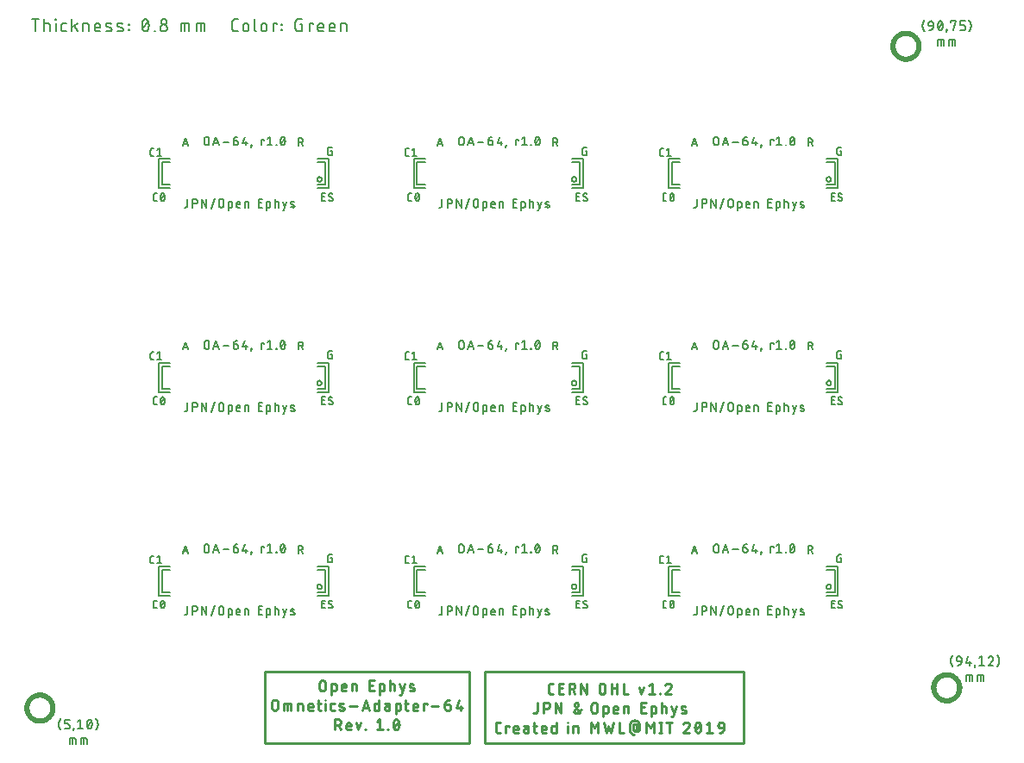
<source format=gto>
G75*
%MOIN*%
%OFA0B0*%
%FSLAX25Y25*%
%IPPOS*%
%LPD*%
%AMOC8*
5,1,8,0,0,1.08239X$1,22.5*
%
%ADD10C,0.00900*%
%ADD11C,0.01000*%
%ADD12C,0.00500*%
%ADD13C,0.00800*%
%ADD14C,0.00600*%
%ADD15C,0.00700*%
%ADD16C,0.01969*%
D10*
X0163842Y0098514D02*
X0163842Y0100336D01*
X0163844Y0100402D01*
X0163850Y0100468D01*
X0163859Y0100534D01*
X0163873Y0100599D01*
X0163890Y0100663D01*
X0163911Y0100726D01*
X0163935Y0100787D01*
X0163963Y0100847D01*
X0163995Y0100906D01*
X0164029Y0100962D01*
X0164067Y0101016D01*
X0164108Y0101068D01*
X0164153Y0101118D01*
X0164199Y0101164D01*
X0164249Y0101209D01*
X0164301Y0101250D01*
X0164355Y0101288D01*
X0164412Y0101322D01*
X0164470Y0101354D01*
X0164530Y0101382D01*
X0164591Y0101406D01*
X0164654Y0101427D01*
X0164718Y0101444D01*
X0164783Y0101458D01*
X0164849Y0101467D01*
X0164915Y0101473D01*
X0164981Y0101475D01*
X0165047Y0101473D01*
X0165113Y0101467D01*
X0165179Y0101458D01*
X0165244Y0101444D01*
X0165308Y0101427D01*
X0165371Y0101406D01*
X0165432Y0101382D01*
X0165492Y0101354D01*
X0165551Y0101322D01*
X0165607Y0101288D01*
X0165661Y0101250D01*
X0165713Y0101209D01*
X0165763Y0101164D01*
X0165809Y0101118D01*
X0165854Y0101068D01*
X0165895Y0101016D01*
X0165933Y0100962D01*
X0165967Y0100906D01*
X0165999Y0100847D01*
X0166027Y0100787D01*
X0166051Y0100726D01*
X0166072Y0100663D01*
X0166089Y0100599D01*
X0166103Y0100534D01*
X0166112Y0100468D01*
X0166118Y0100402D01*
X0166120Y0100336D01*
X0166120Y0098514D01*
X0166118Y0098448D01*
X0166112Y0098382D01*
X0166103Y0098316D01*
X0166089Y0098251D01*
X0166072Y0098187D01*
X0166051Y0098124D01*
X0166027Y0098063D01*
X0165999Y0098003D01*
X0165967Y0097945D01*
X0165933Y0097888D01*
X0165895Y0097834D01*
X0165854Y0097782D01*
X0165809Y0097732D01*
X0165763Y0097686D01*
X0165713Y0097641D01*
X0165661Y0097600D01*
X0165607Y0097562D01*
X0165551Y0097528D01*
X0165492Y0097496D01*
X0165432Y0097468D01*
X0165371Y0097444D01*
X0165308Y0097423D01*
X0165244Y0097406D01*
X0165179Y0097392D01*
X0165113Y0097383D01*
X0165047Y0097377D01*
X0164981Y0097375D01*
X0164915Y0097377D01*
X0164849Y0097383D01*
X0164783Y0097392D01*
X0164718Y0097406D01*
X0164654Y0097423D01*
X0164591Y0097444D01*
X0164530Y0097468D01*
X0164470Y0097496D01*
X0164412Y0097528D01*
X0164355Y0097562D01*
X0164301Y0097600D01*
X0164249Y0097641D01*
X0164199Y0097686D01*
X0164153Y0097732D01*
X0164108Y0097782D01*
X0164067Y0097834D01*
X0164029Y0097888D01*
X0163995Y0097945D01*
X0163963Y0098003D01*
X0163935Y0098063D01*
X0163911Y0098124D01*
X0163890Y0098187D01*
X0163873Y0098251D01*
X0163859Y0098316D01*
X0163850Y0098382D01*
X0163844Y0098448D01*
X0163842Y0098514D01*
X0168565Y0097375D02*
X0168565Y0100109D01*
X0170615Y0100109D01*
X0169931Y0100109D02*
X0169931Y0097375D01*
X0171298Y0097375D02*
X0171298Y0099425D01*
X0171296Y0099476D01*
X0171290Y0099527D01*
X0171281Y0099577D01*
X0171268Y0099626D01*
X0171251Y0099675D01*
X0171230Y0099721D01*
X0171206Y0099767D01*
X0171179Y0099810D01*
X0171149Y0099851D01*
X0171116Y0099890D01*
X0171080Y0099926D01*
X0171041Y0099959D01*
X0171000Y0099989D01*
X0170957Y0100016D01*
X0170911Y0100040D01*
X0170865Y0100061D01*
X0170816Y0100078D01*
X0170767Y0100091D01*
X0170717Y0100100D01*
X0170666Y0100106D01*
X0170615Y0100108D01*
X0173820Y0100109D02*
X0174959Y0100109D01*
X0174959Y0100108D02*
X0175010Y0100106D01*
X0175061Y0100100D01*
X0175111Y0100091D01*
X0175160Y0100078D01*
X0175209Y0100061D01*
X0175255Y0100040D01*
X0175300Y0100016D01*
X0175344Y0099989D01*
X0175385Y0099959D01*
X0175424Y0099926D01*
X0175460Y0099890D01*
X0175493Y0099851D01*
X0175523Y0099810D01*
X0175550Y0099767D01*
X0175574Y0099721D01*
X0175595Y0099675D01*
X0175612Y0099626D01*
X0175625Y0099577D01*
X0175634Y0099527D01*
X0175640Y0099476D01*
X0175642Y0099425D01*
X0175642Y0097375D01*
X0173820Y0097375D02*
X0173820Y0100109D01*
X0177870Y0099197D02*
X0177870Y0098059D01*
X0177870Y0098742D02*
X0179692Y0098742D01*
X0179692Y0099197D01*
X0179690Y0099257D01*
X0179684Y0099316D01*
X0179674Y0099375D01*
X0179661Y0099433D01*
X0179644Y0099490D01*
X0179623Y0099546D01*
X0179598Y0099600D01*
X0179570Y0099653D01*
X0179538Y0099703D01*
X0179504Y0099752D01*
X0179466Y0099798D01*
X0179425Y0099841D01*
X0179382Y0099882D01*
X0179336Y0099920D01*
X0179287Y0099954D01*
X0179237Y0099986D01*
X0179184Y0100014D01*
X0179130Y0100039D01*
X0179074Y0100060D01*
X0179017Y0100077D01*
X0178959Y0100090D01*
X0178900Y0100100D01*
X0178841Y0100106D01*
X0178781Y0100108D01*
X0178721Y0100106D01*
X0178662Y0100100D01*
X0178603Y0100090D01*
X0178545Y0100077D01*
X0178488Y0100060D01*
X0178432Y0100039D01*
X0178378Y0100014D01*
X0178326Y0099986D01*
X0178275Y0099954D01*
X0178226Y0099920D01*
X0178180Y0099882D01*
X0178137Y0099841D01*
X0178096Y0099798D01*
X0178058Y0099752D01*
X0178024Y0099703D01*
X0177992Y0099653D01*
X0177964Y0099600D01*
X0177939Y0099546D01*
X0177918Y0099490D01*
X0177901Y0099433D01*
X0177888Y0099375D01*
X0177878Y0099316D01*
X0177872Y0099257D01*
X0177870Y0099197D01*
X0177871Y0098059D02*
X0177873Y0098008D01*
X0177879Y0097957D01*
X0177888Y0097907D01*
X0177901Y0097858D01*
X0177918Y0097809D01*
X0177939Y0097763D01*
X0177963Y0097718D01*
X0177990Y0097674D01*
X0178020Y0097633D01*
X0178053Y0097594D01*
X0178089Y0097558D01*
X0178128Y0097525D01*
X0178169Y0097495D01*
X0178213Y0097468D01*
X0178258Y0097444D01*
X0178304Y0097423D01*
X0178353Y0097406D01*
X0178402Y0097393D01*
X0178452Y0097384D01*
X0178503Y0097378D01*
X0178554Y0097376D01*
X0178554Y0097375D02*
X0179692Y0097375D01*
X0181794Y0098059D02*
X0181794Y0101475D01*
X0181339Y0100109D02*
X0182706Y0100109D01*
X0184481Y0100109D02*
X0184481Y0097375D01*
X0182706Y0097375D02*
X0182478Y0097375D01*
X0182478Y0097376D02*
X0182427Y0097378D01*
X0182376Y0097384D01*
X0182326Y0097393D01*
X0182277Y0097406D01*
X0182228Y0097423D01*
X0182182Y0097444D01*
X0182137Y0097468D01*
X0182093Y0097495D01*
X0182052Y0097525D01*
X0182013Y0097558D01*
X0181977Y0097594D01*
X0181944Y0097633D01*
X0181914Y0097674D01*
X0181887Y0097718D01*
X0181863Y0097763D01*
X0181842Y0097809D01*
X0181825Y0097858D01*
X0181812Y0097907D01*
X0181803Y0097957D01*
X0181797Y0098008D01*
X0181795Y0098059D01*
X0184367Y0101247D02*
X0184595Y0101247D01*
X0184595Y0101475D01*
X0184367Y0101475D01*
X0184367Y0101247D01*
X0186429Y0099425D02*
X0186429Y0098059D01*
X0186431Y0098008D01*
X0186437Y0097957D01*
X0186446Y0097907D01*
X0186459Y0097858D01*
X0186476Y0097809D01*
X0186497Y0097763D01*
X0186521Y0097718D01*
X0186548Y0097674D01*
X0186578Y0097633D01*
X0186611Y0097594D01*
X0186647Y0097558D01*
X0186686Y0097525D01*
X0186727Y0097495D01*
X0186771Y0097468D01*
X0186816Y0097444D01*
X0186862Y0097423D01*
X0186911Y0097406D01*
X0186960Y0097393D01*
X0187010Y0097384D01*
X0187061Y0097378D01*
X0187112Y0097376D01*
X0187112Y0097375D02*
X0188023Y0097375D01*
X0186429Y0099425D02*
X0186431Y0099476D01*
X0186437Y0099527D01*
X0186446Y0099577D01*
X0186459Y0099626D01*
X0186476Y0099675D01*
X0186497Y0099721D01*
X0186521Y0099767D01*
X0186548Y0099810D01*
X0186578Y0099851D01*
X0186611Y0099890D01*
X0186647Y0099926D01*
X0186686Y0099959D01*
X0186727Y0099989D01*
X0186771Y0100016D01*
X0186816Y0100040D01*
X0186862Y0100061D01*
X0186911Y0100078D01*
X0186960Y0100091D01*
X0187010Y0100100D01*
X0187061Y0100106D01*
X0187112Y0100108D01*
X0187112Y0100109D02*
X0188023Y0100109D01*
X0190212Y0098970D02*
X0191351Y0098514D01*
X0191350Y0098515D02*
X0191393Y0098496D01*
X0191434Y0098473D01*
X0191474Y0098448D01*
X0191511Y0098419D01*
X0191545Y0098387D01*
X0191577Y0098353D01*
X0191607Y0098317D01*
X0191633Y0098278D01*
X0191656Y0098237D01*
X0191676Y0098195D01*
X0191692Y0098151D01*
X0191705Y0098106D01*
X0191715Y0098060D01*
X0191720Y0098013D01*
X0191722Y0097966D01*
X0191720Y0097920D01*
X0191715Y0097873D01*
X0191705Y0097827D01*
X0191693Y0097782D01*
X0191676Y0097738D01*
X0191657Y0097696D01*
X0191634Y0097655D01*
X0191607Y0097616D01*
X0191578Y0097580D01*
X0191546Y0097545D01*
X0191511Y0097514D01*
X0191474Y0097485D01*
X0191435Y0097459D01*
X0191394Y0097437D01*
X0191351Y0097418D01*
X0191307Y0097402D01*
X0191262Y0097390D01*
X0191216Y0097381D01*
X0191169Y0097376D01*
X0191123Y0097375D01*
X0191465Y0099881D02*
X0191377Y0099919D01*
X0191287Y0099953D01*
X0191196Y0099984D01*
X0191104Y0100012D01*
X0191011Y0100037D01*
X0190917Y0100057D01*
X0190823Y0100075D01*
X0190728Y0100089D01*
X0190632Y0100099D01*
X0190536Y0100106D01*
X0190440Y0100109D01*
X0190439Y0100109D02*
X0190393Y0100108D01*
X0190346Y0100103D01*
X0190300Y0100094D01*
X0190255Y0100082D01*
X0190211Y0100066D01*
X0190168Y0100047D01*
X0190127Y0100025D01*
X0190088Y0099999D01*
X0190051Y0099970D01*
X0190016Y0099939D01*
X0189984Y0099904D01*
X0189955Y0099868D01*
X0189928Y0099829D01*
X0189905Y0099788D01*
X0189886Y0099746D01*
X0189869Y0099702D01*
X0189857Y0099657D01*
X0189847Y0099611D01*
X0189842Y0099564D01*
X0189840Y0099518D01*
X0189842Y0099471D01*
X0189847Y0099424D01*
X0189857Y0099378D01*
X0189870Y0099333D01*
X0189886Y0099289D01*
X0189906Y0099247D01*
X0189929Y0099206D01*
X0189955Y0099167D01*
X0189985Y0099131D01*
X0190017Y0099097D01*
X0190051Y0099065D01*
X0190088Y0099036D01*
X0190128Y0099011D01*
X0190169Y0098988D01*
X0190212Y0098969D01*
X0189870Y0097603D02*
X0189980Y0097565D01*
X0190091Y0097531D01*
X0190203Y0097500D01*
X0190316Y0097472D01*
X0190430Y0097448D01*
X0190544Y0097427D01*
X0190659Y0097410D01*
X0190775Y0097396D01*
X0190891Y0097386D01*
X0191007Y0097379D01*
X0191123Y0097375D01*
X0193915Y0098970D02*
X0196648Y0098970D01*
X0199056Y0098400D02*
X0201106Y0098400D01*
X0201448Y0097375D02*
X0200081Y0101475D01*
X0198715Y0097375D01*
X0203333Y0098059D02*
X0203333Y0099425D01*
X0203335Y0099476D01*
X0203341Y0099527D01*
X0203350Y0099577D01*
X0203363Y0099626D01*
X0203380Y0099675D01*
X0203401Y0099721D01*
X0203425Y0099767D01*
X0203452Y0099810D01*
X0203482Y0099851D01*
X0203515Y0099890D01*
X0203551Y0099926D01*
X0203590Y0099959D01*
X0203631Y0099989D01*
X0203675Y0100016D01*
X0203720Y0100040D01*
X0203766Y0100061D01*
X0203815Y0100078D01*
X0203864Y0100091D01*
X0203914Y0100100D01*
X0203965Y0100106D01*
X0204016Y0100108D01*
X0204016Y0100109D02*
X0205155Y0100109D01*
X0205155Y0101475D02*
X0205155Y0097375D01*
X0204016Y0097375D01*
X0204016Y0097376D02*
X0203965Y0097378D01*
X0203914Y0097384D01*
X0203864Y0097393D01*
X0203815Y0097406D01*
X0203766Y0097423D01*
X0203720Y0097444D01*
X0203675Y0097468D01*
X0203631Y0097495D01*
X0203590Y0097525D01*
X0203551Y0097558D01*
X0203515Y0097594D01*
X0203482Y0097633D01*
X0203452Y0097674D01*
X0203425Y0097718D01*
X0203401Y0097763D01*
X0203380Y0097809D01*
X0203363Y0097858D01*
X0203350Y0097907D01*
X0203341Y0097957D01*
X0203335Y0098008D01*
X0203333Y0098059D01*
X0205533Y0093975D02*
X0205533Y0089875D01*
X0204394Y0089875D02*
X0206672Y0089875D01*
X0208569Y0089875D02*
X0208797Y0089875D01*
X0208797Y0090103D01*
X0208569Y0090103D01*
X0208569Y0089875D01*
X0212630Y0090444D02*
X0212677Y0090544D01*
X0212720Y0090644D01*
X0212760Y0090746D01*
X0212796Y0090849D01*
X0212829Y0090954D01*
X0212859Y0091059D01*
X0212885Y0091165D01*
X0212908Y0091272D01*
X0212928Y0091380D01*
X0212944Y0091488D01*
X0212956Y0091597D01*
X0212965Y0091706D01*
X0212970Y0091816D01*
X0212972Y0091925D01*
X0210694Y0091925D02*
X0210696Y0092034D01*
X0210701Y0092144D01*
X0210710Y0092253D01*
X0210722Y0092362D01*
X0210738Y0092470D01*
X0210758Y0092578D01*
X0210781Y0092685D01*
X0210807Y0092791D01*
X0210837Y0092896D01*
X0210870Y0093001D01*
X0210906Y0093104D01*
X0210946Y0093206D01*
X0210989Y0093307D01*
X0211036Y0093406D01*
X0211833Y0093975D02*
X0211888Y0093973D01*
X0211943Y0093968D01*
X0211997Y0093959D01*
X0212051Y0093946D01*
X0212103Y0093930D01*
X0212155Y0093911D01*
X0212205Y0093888D01*
X0212254Y0093863D01*
X0212300Y0093834D01*
X0212345Y0093802D01*
X0212388Y0093767D01*
X0212428Y0093729D01*
X0212466Y0093689D01*
X0212501Y0093647D01*
X0212533Y0093602D01*
X0212562Y0093555D01*
X0212588Y0093507D01*
X0212611Y0093457D01*
X0212630Y0093405D01*
X0212744Y0093064D02*
X0210922Y0090786D01*
X0211833Y0089875D02*
X0211888Y0089877D01*
X0211943Y0089882D01*
X0211997Y0089891D01*
X0212051Y0089904D01*
X0212103Y0089920D01*
X0212155Y0089939D01*
X0212205Y0089962D01*
X0212254Y0089987D01*
X0212300Y0090016D01*
X0212345Y0090048D01*
X0212388Y0090083D01*
X0212428Y0090121D01*
X0212466Y0090161D01*
X0212501Y0090203D01*
X0212533Y0090248D01*
X0212562Y0090295D01*
X0212588Y0090343D01*
X0212611Y0090393D01*
X0212630Y0090445D01*
X0211833Y0089875D02*
X0211778Y0089877D01*
X0211723Y0089882D01*
X0211669Y0089891D01*
X0211615Y0089904D01*
X0211563Y0089920D01*
X0211511Y0089939D01*
X0211461Y0089962D01*
X0211412Y0089987D01*
X0211366Y0090016D01*
X0211321Y0090048D01*
X0211278Y0090083D01*
X0211238Y0090121D01*
X0211200Y0090161D01*
X0211165Y0090203D01*
X0211133Y0090248D01*
X0211104Y0090295D01*
X0211078Y0090343D01*
X0211055Y0090393D01*
X0211036Y0090445D01*
X0212972Y0091925D02*
X0212970Y0092034D01*
X0212965Y0092144D01*
X0212956Y0092253D01*
X0212944Y0092362D01*
X0212928Y0092470D01*
X0212908Y0092578D01*
X0212885Y0092685D01*
X0212859Y0092791D01*
X0212829Y0092896D01*
X0212796Y0093001D01*
X0212760Y0093104D01*
X0212720Y0093206D01*
X0212677Y0093307D01*
X0212630Y0093406D01*
X0211833Y0093975D02*
X0211778Y0093973D01*
X0211723Y0093968D01*
X0211669Y0093959D01*
X0211615Y0093946D01*
X0211563Y0093930D01*
X0211511Y0093911D01*
X0211461Y0093888D01*
X0211412Y0093863D01*
X0211366Y0093834D01*
X0211321Y0093802D01*
X0211278Y0093767D01*
X0211238Y0093729D01*
X0211200Y0093689D01*
X0211165Y0093647D01*
X0211133Y0093602D01*
X0211104Y0093555D01*
X0211078Y0093507D01*
X0211055Y0093457D01*
X0211036Y0093405D01*
X0211658Y0096009D02*
X0211658Y0100109D01*
X0212797Y0100109D01*
X0212797Y0100108D02*
X0212848Y0100106D01*
X0212899Y0100100D01*
X0212949Y0100091D01*
X0212998Y0100078D01*
X0213047Y0100061D01*
X0213093Y0100040D01*
X0213138Y0100016D01*
X0213182Y0099989D01*
X0213223Y0099959D01*
X0213262Y0099926D01*
X0213298Y0099890D01*
X0213331Y0099851D01*
X0213361Y0099810D01*
X0213388Y0099767D01*
X0213412Y0099721D01*
X0213433Y0099675D01*
X0213450Y0099626D01*
X0213463Y0099577D01*
X0213472Y0099527D01*
X0213478Y0099476D01*
X0213480Y0099425D01*
X0213480Y0098059D01*
X0213478Y0098008D01*
X0213472Y0097957D01*
X0213463Y0097907D01*
X0213450Y0097858D01*
X0213433Y0097809D01*
X0213412Y0097763D01*
X0213388Y0097717D01*
X0213361Y0097674D01*
X0213331Y0097633D01*
X0213298Y0097594D01*
X0213262Y0097558D01*
X0213223Y0097525D01*
X0213182Y0097495D01*
X0213138Y0097468D01*
X0213093Y0097444D01*
X0213047Y0097423D01*
X0212998Y0097406D01*
X0212949Y0097393D01*
X0212899Y0097384D01*
X0212848Y0097378D01*
X0212797Y0097376D01*
X0212797Y0097375D02*
X0211658Y0097375D01*
X0209205Y0097375D02*
X0209205Y0099425D01*
X0209205Y0098970D02*
X0208180Y0098970D01*
X0209204Y0099425D02*
X0209202Y0099476D01*
X0209196Y0099527D01*
X0209187Y0099577D01*
X0209174Y0099626D01*
X0209157Y0099675D01*
X0209136Y0099721D01*
X0209112Y0099767D01*
X0209085Y0099810D01*
X0209055Y0099851D01*
X0209022Y0099890D01*
X0208986Y0099926D01*
X0208947Y0099959D01*
X0208906Y0099989D01*
X0208862Y0100016D01*
X0208817Y0100040D01*
X0208771Y0100061D01*
X0208722Y0100078D01*
X0208673Y0100091D01*
X0208623Y0100100D01*
X0208572Y0100106D01*
X0208521Y0100108D01*
X0208521Y0100109D02*
X0207610Y0100109D01*
X0208180Y0098969D02*
X0208124Y0098967D01*
X0208069Y0098961D01*
X0208014Y0098952D01*
X0207960Y0098938D01*
X0207907Y0098921D01*
X0207856Y0098900D01*
X0207806Y0098876D01*
X0207758Y0098848D01*
X0207712Y0098817D01*
X0207668Y0098783D01*
X0207626Y0098745D01*
X0207588Y0098705D01*
X0207552Y0098663D01*
X0207519Y0098618D01*
X0207490Y0098571D01*
X0207464Y0098521D01*
X0207441Y0098471D01*
X0207422Y0098418D01*
X0207407Y0098365D01*
X0207395Y0098310D01*
X0207387Y0098255D01*
X0207383Y0098200D01*
X0207383Y0098144D01*
X0207387Y0098089D01*
X0207395Y0098034D01*
X0207407Y0097979D01*
X0207422Y0097926D01*
X0207441Y0097873D01*
X0207464Y0097823D01*
X0207490Y0097774D01*
X0207519Y0097726D01*
X0207552Y0097681D01*
X0207588Y0097639D01*
X0207626Y0097599D01*
X0207668Y0097561D01*
X0207712Y0097527D01*
X0207758Y0097496D01*
X0207806Y0097468D01*
X0207856Y0097444D01*
X0207907Y0097423D01*
X0207960Y0097406D01*
X0208014Y0097392D01*
X0208069Y0097383D01*
X0208124Y0097377D01*
X0208180Y0097375D01*
X0209205Y0097375D01*
X0205533Y0093975D02*
X0204394Y0093064D01*
X0200097Y0090103D02*
X0200097Y0089875D01*
X0199869Y0089875D01*
X0199869Y0090103D01*
X0200097Y0090103D01*
X0197283Y0089875D02*
X0198194Y0092609D01*
X0196372Y0092609D02*
X0197283Y0089875D01*
X0194444Y0089875D02*
X0193305Y0089875D01*
X0193305Y0089876D02*
X0193254Y0089878D01*
X0193203Y0089884D01*
X0193153Y0089893D01*
X0193104Y0089906D01*
X0193055Y0089923D01*
X0193009Y0089944D01*
X0192964Y0089968D01*
X0192920Y0089995D01*
X0192879Y0090025D01*
X0192840Y0090058D01*
X0192804Y0090094D01*
X0192771Y0090133D01*
X0192741Y0090174D01*
X0192714Y0090218D01*
X0192690Y0090263D01*
X0192669Y0090309D01*
X0192652Y0090358D01*
X0192639Y0090407D01*
X0192630Y0090457D01*
X0192624Y0090508D01*
X0192622Y0090559D01*
X0192622Y0091697D01*
X0192622Y0091242D02*
X0194444Y0091242D01*
X0194444Y0091697D01*
X0194442Y0091757D01*
X0194436Y0091816D01*
X0194426Y0091875D01*
X0194413Y0091933D01*
X0194396Y0091990D01*
X0194375Y0092046D01*
X0194350Y0092100D01*
X0194322Y0092153D01*
X0194290Y0092203D01*
X0194256Y0092252D01*
X0194218Y0092298D01*
X0194177Y0092341D01*
X0194134Y0092382D01*
X0194088Y0092420D01*
X0194039Y0092454D01*
X0193989Y0092486D01*
X0193936Y0092514D01*
X0193882Y0092539D01*
X0193826Y0092560D01*
X0193769Y0092577D01*
X0193711Y0092590D01*
X0193652Y0092600D01*
X0193593Y0092606D01*
X0193533Y0092608D01*
X0193473Y0092606D01*
X0193414Y0092600D01*
X0193355Y0092590D01*
X0193297Y0092577D01*
X0193240Y0092560D01*
X0193184Y0092539D01*
X0193130Y0092514D01*
X0193078Y0092486D01*
X0193027Y0092454D01*
X0192978Y0092420D01*
X0192932Y0092382D01*
X0192889Y0092341D01*
X0192848Y0092298D01*
X0192810Y0092252D01*
X0192776Y0092203D01*
X0192744Y0092153D01*
X0192716Y0092100D01*
X0192691Y0092046D01*
X0192670Y0091990D01*
X0192653Y0091933D01*
X0192640Y0091875D01*
X0192630Y0091816D01*
X0192624Y0091757D01*
X0192622Y0091697D01*
X0190519Y0089875D02*
X0189608Y0091697D01*
X0189380Y0091697D02*
X0188241Y0091697D01*
X0189380Y0091697D02*
X0189446Y0091699D01*
X0189512Y0091705D01*
X0189578Y0091714D01*
X0189643Y0091728D01*
X0189707Y0091745D01*
X0189770Y0091766D01*
X0189831Y0091790D01*
X0189891Y0091818D01*
X0189950Y0091850D01*
X0190006Y0091884D01*
X0190060Y0091922D01*
X0190112Y0091963D01*
X0190162Y0092008D01*
X0190208Y0092054D01*
X0190253Y0092104D01*
X0190294Y0092156D01*
X0190332Y0092210D01*
X0190366Y0092267D01*
X0190398Y0092325D01*
X0190426Y0092385D01*
X0190450Y0092446D01*
X0190471Y0092509D01*
X0190488Y0092573D01*
X0190502Y0092638D01*
X0190511Y0092704D01*
X0190517Y0092770D01*
X0190519Y0092836D01*
X0190517Y0092902D01*
X0190511Y0092968D01*
X0190502Y0093034D01*
X0190488Y0093099D01*
X0190471Y0093163D01*
X0190450Y0093226D01*
X0190426Y0093287D01*
X0190398Y0093347D01*
X0190366Y0093406D01*
X0190332Y0093462D01*
X0190294Y0093516D01*
X0190253Y0093568D01*
X0190208Y0093618D01*
X0190162Y0093664D01*
X0190112Y0093709D01*
X0190060Y0093750D01*
X0190006Y0093788D01*
X0189950Y0093822D01*
X0189891Y0093854D01*
X0189831Y0093882D01*
X0189770Y0093906D01*
X0189707Y0093927D01*
X0189643Y0093944D01*
X0189578Y0093958D01*
X0189512Y0093967D01*
X0189446Y0093973D01*
X0189380Y0093975D01*
X0188241Y0093975D01*
X0188241Y0089875D01*
X0186890Y0103509D02*
X0186890Y0107609D01*
X0188029Y0107609D01*
X0188029Y0107608D02*
X0188080Y0107606D01*
X0188131Y0107600D01*
X0188181Y0107591D01*
X0188230Y0107578D01*
X0188279Y0107561D01*
X0188325Y0107540D01*
X0188370Y0107516D01*
X0188414Y0107489D01*
X0188455Y0107459D01*
X0188494Y0107426D01*
X0188530Y0107390D01*
X0188563Y0107351D01*
X0188593Y0107310D01*
X0188620Y0107267D01*
X0188644Y0107221D01*
X0188665Y0107175D01*
X0188682Y0107126D01*
X0188695Y0107077D01*
X0188704Y0107027D01*
X0188710Y0106976D01*
X0188712Y0106925D01*
X0188712Y0105559D01*
X0188710Y0105508D01*
X0188704Y0105457D01*
X0188695Y0105407D01*
X0188682Y0105358D01*
X0188665Y0105309D01*
X0188644Y0105263D01*
X0188620Y0105217D01*
X0188593Y0105174D01*
X0188563Y0105133D01*
X0188530Y0105094D01*
X0188494Y0105058D01*
X0188455Y0105025D01*
X0188414Y0104995D01*
X0188370Y0104968D01*
X0188325Y0104944D01*
X0188279Y0104923D01*
X0188230Y0104906D01*
X0188181Y0104893D01*
X0188131Y0104884D01*
X0188080Y0104878D01*
X0188029Y0104876D01*
X0188029Y0104875D02*
X0186890Y0104875D01*
X0184552Y0106014D02*
X0184552Y0107836D01*
X0184550Y0107902D01*
X0184544Y0107968D01*
X0184535Y0108034D01*
X0184521Y0108099D01*
X0184504Y0108163D01*
X0184483Y0108226D01*
X0184459Y0108287D01*
X0184431Y0108347D01*
X0184399Y0108406D01*
X0184365Y0108462D01*
X0184327Y0108516D01*
X0184286Y0108568D01*
X0184241Y0108618D01*
X0184195Y0108664D01*
X0184145Y0108709D01*
X0184093Y0108750D01*
X0184039Y0108788D01*
X0183983Y0108822D01*
X0183924Y0108854D01*
X0183864Y0108882D01*
X0183803Y0108906D01*
X0183740Y0108927D01*
X0183676Y0108944D01*
X0183611Y0108958D01*
X0183545Y0108967D01*
X0183479Y0108973D01*
X0183413Y0108975D01*
X0183347Y0108973D01*
X0183281Y0108967D01*
X0183215Y0108958D01*
X0183150Y0108944D01*
X0183086Y0108927D01*
X0183023Y0108906D01*
X0182962Y0108882D01*
X0182902Y0108854D01*
X0182844Y0108822D01*
X0182787Y0108788D01*
X0182733Y0108750D01*
X0182681Y0108709D01*
X0182631Y0108664D01*
X0182585Y0108618D01*
X0182540Y0108568D01*
X0182499Y0108516D01*
X0182461Y0108462D01*
X0182427Y0108406D01*
X0182395Y0108347D01*
X0182367Y0108287D01*
X0182343Y0108226D01*
X0182322Y0108163D01*
X0182305Y0108099D01*
X0182291Y0108034D01*
X0182282Y0107968D01*
X0182276Y0107902D01*
X0182274Y0107836D01*
X0182274Y0106014D01*
X0182276Y0105948D01*
X0182282Y0105882D01*
X0182291Y0105816D01*
X0182305Y0105751D01*
X0182322Y0105687D01*
X0182343Y0105624D01*
X0182367Y0105563D01*
X0182395Y0105503D01*
X0182427Y0105445D01*
X0182461Y0105388D01*
X0182499Y0105334D01*
X0182540Y0105282D01*
X0182585Y0105232D01*
X0182631Y0105186D01*
X0182681Y0105141D01*
X0182733Y0105100D01*
X0182787Y0105062D01*
X0182844Y0105028D01*
X0182902Y0104996D01*
X0182962Y0104968D01*
X0183023Y0104944D01*
X0183086Y0104923D01*
X0183150Y0104906D01*
X0183215Y0104892D01*
X0183281Y0104883D01*
X0183347Y0104877D01*
X0183413Y0104875D01*
X0183479Y0104877D01*
X0183545Y0104883D01*
X0183611Y0104892D01*
X0183676Y0104906D01*
X0183740Y0104923D01*
X0183803Y0104944D01*
X0183864Y0104968D01*
X0183924Y0104996D01*
X0183983Y0105028D01*
X0184039Y0105062D01*
X0184093Y0105100D01*
X0184145Y0105141D01*
X0184195Y0105186D01*
X0184241Y0105232D01*
X0184286Y0105282D01*
X0184327Y0105334D01*
X0184365Y0105388D01*
X0184399Y0105445D01*
X0184431Y0105503D01*
X0184459Y0105563D01*
X0184483Y0105624D01*
X0184504Y0105687D01*
X0184521Y0105751D01*
X0184535Y0105816D01*
X0184544Y0105882D01*
X0184550Y0105948D01*
X0184552Y0106014D01*
X0190752Y0106242D02*
X0192574Y0106242D01*
X0192574Y0106697D01*
X0192572Y0106757D01*
X0192566Y0106816D01*
X0192556Y0106875D01*
X0192543Y0106933D01*
X0192526Y0106990D01*
X0192505Y0107046D01*
X0192480Y0107100D01*
X0192452Y0107153D01*
X0192420Y0107203D01*
X0192386Y0107252D01*
X0192348Y0107298D01*
X0192307Y0107341D01*
X0192264Y0107382D01*
X0192218Y0107420D01*
X0192169Y0107454D01*
X0192119Y0107486D01*
X0192066Y0107514D01*
X0192012Y0107539D01*
X0191956Y0107560D01*
X0191899Y0107577D01*
X0191841Y0107590D01*
X0191782Y0107600D01*
X0191723Y0107606D01*
X0191663Y0107608D01*
X0191603Y0107606D01*
X0191544Y0107600D01*
X0191485Y0107590D01*
X0191427Y0107577D01*
X0191370Y0107560D01*
X0191314Y0107539D01*
X0191260Y0107514D01*
X0191208Y0107486D01*
X0191157Y0107454D01*
X0191108Y0107420D01*
X0191062Y0107382D01*
X0191019Y0107341D01*
X0190978Y0107298D01*
X0190940Y0107252D01*
X0190906Y0107203D01*
X0190874Y0107153D01*
X0190846Y0107100D01*
X0190821Y0107046D01*
X0190800Y0106990D01*
X0190783Y0106933D01*
X0190770Y0106875D01*
X0190760Y0106816D01*
X0190754Y0106757D01*
X0190752Y0106697D01*
X0190752Y0105559D01*
X0190754Y0105508D01*
X0190760Y0105457D01*
X0190769Y0105407D01*
X0190782Y0105358D01*
X0190799Y0105309D01*
X0190820Y0105263D01*
X0190844Y0105218D01*
X0190871Y0105174D01*
X0190901Y0105133D01*
X0190934Y0105094D01*
X0190970Y0105058D01*
X0191009Y0105025D01*
X0191050Y0104995D01*
X0191094Y0104968D01*
X0191139Y0104944D01*
X0191185Y0104923D01*
X0191234Y0104906D01*
X0191283Y0104893D01*
X0191333Y0104884D01*
X0191384Y0104878D01*
X0191435Y0104876D01*
X0191435Y0104875D02*
X0192574Y0104875D01*
X0194802Y0104875D02*
X0194802Y0107609D01*
X0195941Y0107609D01*
X0195941Y0107608D02*
X0195992Y0107606D01*
X0196043Y0107600D01*
X0196093Y0107591D01*
X0196142Y0107578D01*
X0196191Y0107561D01*
X0196237Y0107540D01*
X0196282Y0107516D01*
X0196326Y0107489D01*
X0196367Y0107459D01*
X0196406Y0107426D01*
X0196442Y0107390D01*
X0196475Y0107351D01*
X0196505Y0107310D01*
X0196532Y0107267D01*
X0196556Y0107221D01*
X0196577Y0107175D01*
X0196594Y0107126D01*
X0196607Y0107077D01*
X0196616Y0107027D01*
X0196622Y0106976D01*
X0196624Y0106925D01*
X0196624Y0104875D01*
X0201489Y0104875D02*
X0201489Y0108975D01*
X0203311Y0108975D01*
X0202855Y0107153D02*
X0201489Y0107153D01*
X0201489Y0104875D02*
X0203311Y0104875D01*
X0205340Y0104875D02*
X0206479Y0104875D01*
X0206479Y0104876D02*
X0206530Y0104878D01*
X0206581Y0104884D01*
X0206631Y0104893D01*
X0206680Y0104906D01*
X0206729Y0104923D01*
X0206775Y0104944D01*
X0206820Y0104968D01*
X0206864Y0104995D01*
X0206905Y0105025D01*
X0206944Y0105058D01*
X0206980Y0105094D01*
X0207013Y0105133D01*
X0207043Y0105174D01*
X0207070Y0105217D01*
X0207094Y0105263D01*
X0207115Y0105309D01*
X0207132Y0105358D01*
X0207145Y0105407D01*
X0207154Y0105457D01*
X0207160Y0105508D01*
X0207162Y0105559D01*
X0207162Y0106925D01*
X0207160Y0106976D01*
X0207154Y0107027D01*
X0207145Y0107077D01*
X0207132Y0107126D01*
X0207115Y0107175D01*
X0207094Y0107221D01*
X0207070Y0107267D01*
X0207043Y0107310D01*
X0207013Y0107351D01*
X0206980Y0107390D01*
X0206944Y0107426D01*
X0206905Y0107459D01*
X0206864Y0107489D01*
X0206820Y0107516D01*
X0206775Y0107540D01*
X0206729Y0107561D01*
X0206680Y0107578D01*
X0206631Y0107591D01*
X0206581Y0107600D01*
X0206530Y0107606D01*
X0206479Y0107608D01*
X0206479Y0107609D02*
X0205340Y0107609D01*
X0205340Y0103509D01*
X0209352Y0104875D02*
X0209352Y0108975D01*
X0209352Y0107609D02*
X0210491Y0107609D01*
X0210491Y0107608D02*
X0210542Y0107606D01*
X0210593Y0107600D01*
X0210643Y0107591D01*
X0210692Y0107578D01*
X0210741Y0107561D01*
X0210787Y0107540D01*
X0210832Y0107516D01*
X0210876Y0107489D01*
X0210917Y0107459D01*
X0210956Y0107426D01*
X0210992Y0107390D01*
X0211025Y0107351D01*
X0211055Y0107310D01*
X0211082Y0107267D01*
X0211106Y0107221D01*
X0211127Y0107175D01*
X0211144Y0107126D01*
X0211157Y0107077D01*
X0211166Y0107027D01*
X0211172Y0106976D01*
X0211174Y0106925D01*
X0211174Y0104875D01*
X0213252Y0103509D02*
X0213708Y0103509D01*
X0215074Y0107609D01*
X0213252Y0107609D02*
X0214163Y0104875D01*
X0217572Y0107609D02*
X0217668Y0107606D01*
X0217764Y0107599D01*
X0217860Y0107589D01*
X0217955Y0107575D01*
X0218049Y0107557D01*
X0218143Y0107537D01*
X0218236Y0107512D01*
X0218328Y0107484D01*
X0218419Y0107453D01*
X0218509Y0107419D01*
X0218597Y0107381D01*
X0217571Y0107609D02*
X0217525Y0107608D01*
X0217478Y0107603D01*
X0217432Y0107594D01*
X0217387Y0107582D01*
X0217343Y0107566D01*
X0217300Y0107547D01*
X0217259Y0107525D01*
X0217220Y0107499D01*
X0217183Y0107470D01*
X0217148Y0107439D01*
X0217116Y0107404D01*
X0217087Y0107368D01*
X0217060Y0107329D01*
X0217037Y0107288D01*
X0217018Y0107246D01*
X0217001Y0107202D01*
X0216989Y0107157D01*
X0216979Y0107111D01*
X0216974Y0107064D01*
X0216972Y0107018D01*
X0216974Y0106971D01*
X0216979Y0106924D01*
X0216989Y0106878D01*
X0217002Y0106833D01*
X0217018Y0106789D01*
X0217038Y0106747D01*
X0217061Y0106706D01*
X0217087Y0106667D01*
X0217117Y0106631D01*
X0217149Y0106597D01*
X0217183Y0106565D01*
X0217220Y0106536D01*
X0217260Y0106511D01*
X0217301Y0106488D01*
X0217344Y0106469D01*
X0217344Y0106470D02*
X0218483Y0106014D01*
X0218482Y0106015D02*
X0218525Y0105996D01*
X0218566Y0105973D01*
X0218606Y0105948D01*
X0218643Y0105919D01*
X0218677Y0105887D01*
X0218709Y0105853D01*
X0218739Y0105817D01*
X0218765Y0105778D01*
X0218788Y0105737D01*
X0218808Y0105695D01*
X0218824Y0105651D01*
X0218837Y0105606D01*
X0218847Y0105560D01*
X0218852Y0105513D01*
X0218854Y0105466D01*
X0218852Y0105420D01*
X0218847Y0105373D01*
X0218837Y0105327D01*
X0218825Y0105282D01*
X0218808Y0105238D01*
X0218789Y0105196D01*
X0218766Y0105155D01*
X0218739Y0105116D01*
X0218710Y0105080D01*
X0218678Y0105045D01*
X0218643Y0105014D01*
X0218606Y0104985D01*
X0218567Y0104959D01*
X0218526Y0104937D01*
X0218483Y0104918D01*
X0218439Y0104902D01*
X0218394Y0104890D01*
X0218348Y0104881D01*
X0218301Y0104876D01*
X0218255Y0104875D01*
X0218139Y0104879D01*
X0218023Y0104886D01*
X0217907Y0104896D01*
X0217791Y0104910D01*
X0217676Y0104927D01*
X0217562Y0104948D01*
X0217448Y0104972D01*
X0217335Y0105000D01*
X0217223Y0105031D01*
X0217112Y0105065D01*
X0217002Y0105103D01*
X0215544Y0101475D02*
X0215544Y0098059D01*
X0215545Y0098059D02*
X0215547Y0098008D01*
X0215553Y0097957D01*
X0215562Y0097907D01*
X0215575Y0097858D01*
X0215592Y0097809D01*
X0215613Y0097763D01*
X0215637Y0097718D01*
X0215664Y0097674D01*
X0215694Y0097633D01*
X0215727Y0097594D01*
X0215763Y0097558D01*
X0215802Y0097525D01*
X0215843Y0097495D01*
X0215887Y0097468D01*
X0215932Y0097444D01*
X0215978Y0097423D01*
X0216027Y0097406D01*
X0216076Y0097393D01*
X0216126Y0097384D01*
X0216177Y0097378D01*
X0216228Y0097376D01*
X0216228Y0097375D02*
X0216456Y0097375D01*
X0218370Y0098059D02*
X0218370Y0099197D01*
X0218370Y0098742D02*
X0220192Y0098742D01*
X0220192Y0099197D01*
X0220190Y0099257D01*
X0220184Y0099316D01*
X0220174Y0099375D01*
X0220161Y0099433D01*
X0220144Y0099490D01*
X0220123Y0099546D01*
X0220098Y0099600D01*
X0220070Y0099653D01*
X0220038Y0099703D01*
X0220004Y0099752D01*
X0219966Y0099798D01*
X0219925Y0099841D01*
X0219882Y0099882D01*
X0219836Y0099920D01*
X0219787Y0099954D01*
X0219737Y0099986D01*
X0219684Y0100014D01*
X0219630Y0100039D01*
X0219574Y0100060D01*
X0219517Y0100077D01*
X0219459Y0100090D01*
X0219400Y0100100D01*
X0219341Y0100106D01*
X0219281Y0100108D01*
X0219221Y0100106D01*
X0219162Y0100100D01*
X0219103Y0100090D01*
X0219045Y0100077D01*
X0218988Y0100060D01*
X0218932Y0100039D01*
X0218878Y0100014D01*
X0218826Y0099986D01*
X0218775Y0099954D01*
X0218726Y0099920D01*
X0218680Y0099882D01*
X0218637Y0099841D01*
X0218596Y0099798D01*
X0218558Y0099752D01*
X0218524Y0099703D01*
X0218492Y0099653D01*
X0218464Y0099600D01*
X0218439Y0099546D01*
X0218418Y0099490D01*
X0218401Y0099433D01*
X0218388Y0099375D01*
X0218378Y0099316D01*
X0218372Y0099257D01*
X0218370Y0099197D01*
X0218370Y0098059D02*
X0218372Y0098008D01*
X0218378Y0097957D01*
X0218387Y0097907D01*
X0218400Y0097858D01*
X0218417Y0097809D01*
X0218438Y0097763D01*
X0218462Y0097718D01*
X0218489Y0097674D01*
X0218519Y0097633D01*
X0218552Y0097594D01*
X0218588Y0097558D01*
X0218627Y0097525D01*
X0218668Y0097495D01*
X0218712Y0097468D01*
X0218757Y0097444D01*
X0218803Y0097423D01*
X0218852Y0097406D01*
X0218901Y0097393D01*
X0218951Y0097384D01*
X0219002Y0097378D01*
X0219053Y0097376D01*
X0219053Y0097375D02*
X0220192Y0097375D01*
X0222463Y0097375D02*
X0222463Y0100109D01*
X0223829Y0100109D01*
X0223829Y0099653D01*
X0225565Y0098970D02*
X0228298Y0098970D01*
X0230592Y0098514D02*
X0230592Y0099653D01*
X0231959Y0099653D01*
X0230593Y0099653D02*
X0230595Y0099737D01*
X0230601Y0099821D01*
X0230610Y0099905D01*
X0230624Y0099988D01*
X0230641Y0100070D01*
X0230663Y0100152D01*
X0230687Y0100232D01*
X0230716Y0100311D01*
X0230748Y0100389D01*
X0230784Y0100465D01*
X0230823Y0100540D01*
X0230866Y0100612D01*
X0230912Y0100683D01*
X0230961Y0100751D01*
X0231013Y0100817D01*
X0231069Y0100880D01*
X0231127Y0100941D01*
X0231188Y0100999D01*
X0231251Y0101055D01*
X0231317Y0101107D01*
X0231385Y0101156D01*
X0231456Y0101202D01*
X0231528Y0101245D01*
X0231603Y0101284D01*
X0231679Y0101320D01*
X0231757Y0101352D01*
X0231836Y0101381D01*
X0231916Y0101405D01*
X0231998Y0101427D01*
X0232080Y0101444D01*
X0232163Y0101458D01*
X0232247Y0101467D01*
X0232331Y0101473D01*
X0232415Y0101475D01*
X0232870Y0098742D02*
X0232870Y0098514D01*
X0232870Y0098742D02*
X0232868Y0098802D01*
X0232862Y0098861D01*
X0232852Y0098920D01*
X0232839Y0098978D01*
X0232822Y0099035D01*
X0232801Y0099091D01*
X0232776Y0099145D01*
X0232748Y0099198D01*
X0232716Y0099248D01*
X0232682Y0099297D01*
X0232644Y0099343D01*
X0232603Y0099386D01*
X0232560Y0099427D01*
X0232514Y0099465D01*
X0232465Y0099499D01*
X0232415Y0099531D01*
X0232362Y0099559D01*
X0232308Y0099584D01*
X0232252Y0099605D01*
X0232195Y0099622D01*
X0232137Y0099635D01*
X0232078Y0099645D01*
X0232019Y0099651D01*
X0231959Y0099653D01*
X0232870Y0098514D02*
X0232868Y0098448D01*
X0232862Y0098382D01*
X0232853Y0098316D01*
X0232839Y0098251D01*
X0232822Y0098187D01*
X0232801Y0098124D01*
X0232777Y0098063D01*
X0232749Y0098003D01*
X0232717Y0097945D01*
X0232683Y0097888D01*
X0232645Y0097834D01*
X0232604Y0097782D01*
X0232559Y0097732D01*
X0232513Y0097686D01*
X0232463Y0097641D01*
X0232411Y0097600D01*
X0232357Y0097562D01*
X0232301Y0097528D01*
X0232242Y0097496D01*
X0232182Y0097468D01*
X0232121Y0097444D01*
X0232058Y0097423D01*
X0231994Y0097406D01*
X0231929Y0097392D01*
X0231863Y0097383D01*
X0231797Y0097377D01*
X0231731Y0097375D01*
X0231665Y0097377D01*
X0231599Y0097383D01*
X0231533Y0097392D01*
X0231468Y0097406D01*
X0231404Y0097423D01*
X0231341Y0097444D01*
X0231280Y0097468D01*
X0231220Y0097496D01*
X0231162Y0097528D01*
X0231105Y0097562D01*
X0231051Y0097600D01*
X0230999Y0097641D01*
X0230949Y0097686D01*
X0230903Y0097732D01*
X0230858Y0097782D01*
X0230817Y0097834D01*
X0230779Y0097888D01*
X0230745Y0097945D01*
X0230713Y0098003D01*
X0230685Y0098063D01*
X0230661Y0098124D01*
X0230640Y0098187D01*
X0230623Y0098251D01*
X0230609Y0098316D01*
X0230600Y0098382D01*
X0230594Y0098448D01*
X0230592Y0098514D01*
X0235092Y0098286D02*
X0236003Y0101475D01*
X0236687Y0099197D02*
X0236687Y0097375D01*
X0237370Y0098286D02*
X0235092Y0098286D01*
X0250324Y0091956D02*
X0250324Y0089678D01*
X0250325Y0089678D02*
X0250327Y0089618D01*
X0250333Y0089559D01*
X0250343Y0089500D01*
X0250356Y0089442D01*
X0250373Y0089385D01*
X0250394Y0089329D01*
X0250419Y0089275D01*
X0250447Y0089223D01*
X0250479Y0089172D01*
X0250513Y0089123D01*
X0250551Y0089077D01*
X0250592Y0089034D01*
X0250635Y0088993D01*
X0250681Y0088955D01*
X0250730Y0088921D01*
X0250781Y0088889D01*
X0250833Y0088861D01*
X0250887Y0088836D01*
X0250943Y0088815D01*
X0251000Y0088798D01*
X0251058Y0088785D01*
X0251117Y0088775D01*
X0251176Y0088769D01*
X0251236Y0088767D01*
X0252147Y0088767D01*
X0254216Y0088767D02*
X0254216Y0091500D01*
X0255583Y0091500D01*
X0255583Y0091045D01*
X0257173Y0090589D02*
X0257173Y0089450D01*
X0257173Y0090134D02*
X0258996Y0090134D01*
X0258996Y0090589D01*
X0258994Y0090649D01*
X0258988Y0090708D01*
X0258978Y0090767D01*
X0258965Y0090825D01*
X0258948Y0090882D01*
X0258927Y0090938D01*
X0258902Y0090992D01*
X0258874Y0091045D01*
X0258842Y0091095D01*
X0258808Y0091144D01*
X0258770Y0091190D01*
X0258729Y0091233D01*
X0258686Y0091274D01*
X0258640Y0091312D01*
X0258591Y0091346D01*
X0258541Y0091378D01*
X0258488Y0091406D01*
X0258434Y0091431D01*
X0258378Y0091452D01*
X0258321Y0091469D01*
X0258263Y0091482D01*
X0258204Y0091492D01*
X0258145Y0091498D01*
X0258085Y0091500D01*
X0258025Y0091498D01*
X0257966Y0091492D01*
X0257907Y0091482D01*
X0257849Y0091469D01*
X0257792Y0091452D01*
X0257736Y0091431D01*
X0257682Y0091406D01*
X0257630Y0091378D01*
X0257579Y0091346D01*
X0257530Y0091312D01*
X0257484Y0091274D01*
X0257441Y0091233D01*
X0257400Y0091190D01*
X0257362Y0091144D01*
X0257328Y0091095D01*
X0257296Y0091045D01*
X0257268Y0090992D01*
X0257243Y0090938D01*
X0257222Y0090882D01*
X0257205Y0090825D01*
X0257192Y0090767D01*
X0257182Y0090708D01*
X0257176Y0090649D01*
X0257174Y0090589D01*
X0257174Y0089450D02*
X0257176Y0089399D01*
X0257182Y0089348D01*
X0257191Y0089298D01*
X0257204Y0089249D01*
X0257221Y0089200D01*
X0257242Y0089154D01*
X0257266Y0089109D01*
X0257293Y0089065D01*
X0257323Y0089024D01*
X0257356Y0088985D01*
X0257392Y0088949D01*
X0257431Y0088916D01*
X0257472Y0088886D01*
X0257516Y0088859D01*
X0257561Y0088835D01*
X0257607Y0088814D01*
X0257656Y0088797D01*
X0257705Y0088784D01*
X0257755Y0088775D01*
X0257806Y0088769D01*
X0257857Y0088767D01*
X0258996Y0088767D01*
X0261833Y0088767D02*
X0262858Y0088767D01*
X0262858Y0090817D01*
X0262858Y0090361D02*
X0261833Y0090361D01*
X0262858Y0090817D02*
X0262856Y0090868D01*
X0262850Y0090919D01*
X0262841Y0090969D01*
X0262828Y0091018D01*
X0262811Y0091067D01*
X0262790Y0091113D01*
X0262766Y0091159D01*
X0262739Y0091202D01*
X0262709Y0091243D01*
X0262676Y0091282D01*
X0262640Y0091318D01*
X0262601Y0091351D01*
X0262560Y0091381D01*
X0262516Y0091408D01*
X0262471Y0091432D01*
X0262425Y0091453D01*
X0262376Y0091470D01*
X0262327Y0091483D01*
X0262277Y0091492D01*
X0262226Y0091498D01*
X0262175Y0091500D01*
X0261263Y0091500D01*
X0261833Y0090361D02*
X0261777Y0090359D01*
X0261722Y0090353D01*
X0261667Y0090344D01*
X0261613Y0090330D01*
X0261560Y0090313D01*
X0261509Y0090292D01*
X0261459Y0090268D01*
X0261411Y0090240D01*
X0261365Y0090209D01*
X0261321Y0090175D01*
X0261279Y0090137D01*
X0261241Y0090097D01*
X0261205Y0090055D01*
X0261172Y0090010D01*
X0261143Y0089963D01*
X0261117Y0089913D01*
X0261094Y0089863D01*
X0261075Y0089810D01*
X0261060Y0089757D01*
X0261048Y0089702D01*
X0261040Y0089647D01*
X0261036Y0089592D01*
X0261036Y0089536D01*
X0261040Y0089481D01*
X0261048Y0089426D01*
X0261060Y0089371D01*
X0261075Y0089318D01*
X0261094Y0089265D01*
X0261117Y0089215D01*
X0261143Y0089166D01*
X0261172Y0089118D01*
X0261205Y0089073D01*
X0261241Y0089031D01*
X0261279Y0088991D01*
X0261321Y0088953D01*
X0261365Y0088919D01*
X0261411Y0088888D01*
X0261459Y0088860D01*
X0261509Y0088836D01*
X0261560Y0088815D01*
X0261613Y0088798D01*
X0261667Y0088784D01*
X0261722Y0088775D01*
X0261777Y0088769D01*
X0261833Y0088767D01*
X0265148Y0089450D02*
X0265148Y0092867D01*
X0264692Y0091500D02*
X0266059Y0091500D01*
X0265148Y0089450D02*
X0265150Y0089399D01*
X0265156Y0089348D01*
X0265165Y0089298D01*
X0265178Y0089249D01*
X0265195Y0089200D01*
X0265216Y0089154D01*
X0265240Y0089109D01*
X0265267Y0089065D01*
X0265297Y0089024D01*
X0265330Y0088985D01*
X0265366Y0088949D01*
X0265405Y0088916D01*
X0265446Y0088886D01*
X0265490Y0088859D01*
X0265535Y0088835D01*
X0265581Y0088814D01*
X0265630Y0088797D01*
X0265679Y0088784D01*
X0265729Y0088775D01*
X0265780Y0088769D01*
X0265831Y0088767D01*
X0266059Y0088767D01*
X0267973Y0089450D02*
X0267973Y0090589D01*
X0267973Y0090134D02*
X0269796Y0090134D01*
X0269796Y0090589D01*
X0269795Y0090589D02*
X0269793Y0090649D01*
X0269787Y0090708D01*
X0269777Y0090767D01*
X0269764Y0090825D01*
X0269747Y0090882D01*
X0269726Y0090938D01*
X0269701Y0090992D01*
X0269673Y0091045D01*
X0269641Y0091095D01*
X0269607Y0091144D01*
X0269569Y0091190D01*
X0269528Y0091233D01*
X0269485Y0091274D01*
X0269439Y0091312D01*
X0269390Y0091346D01*
X0269340Y0091378D01*
X0269287Y0091406D01*
X0269233Y0091431D01*
X0269177Y0091452D01*
X0269120Y0091469D01*
X0269062Y0091482D01*
X0269003Y0091492D01*
X0268944Y0091498D01*
X0268884Y0091500D01*
X0268824Y0091498D01*
X0268765Y0091492D01*
X0268706Y0091482D01*
X0268648Y0091469D01*
X0268591Y0091452D01*
X0268535Y0091431D01*
X0268481Y0091406D01*
X0268429Y0091378D01*
X0268378Y0091346D01*
X0268329Y0091312D01*
X0268283Y0091274D01*
X0268240Y0091233D01*
X0268199Y0091190D01*
X0268161Y0091144D01*
X0268127Y0091095D01*
X0268095Y0091045D01*
X0268067Y0090992D01*
X0268042Y0090938D01*
X0268021Y0090882D01*
X0268004Y0090825D01*
X0267991Y0090767D01*
X0267981Y0090708D01*
X0267975Y0090649D01*
X0267973Y0090589D01*
X0267974Y0089450D02*
X0267976Y0089399D01*
X0267982Y0089348D01*
X0267991Y0089298D01*
X0268004Y0089249D01*
X0268021Y0089200D01*
X0268042Y0089154D01*
X0268066Y0089109D01*
X0268093Y0089065D01*
X0268123Y0089024D01*
X0268156Y0088985D01*
X0268192Y0088949D01*
X0268231Y0088916D01*
X0268272Y0088886D01*
X0268316Y0088859D01*
X0268361Y0088835D01*
X0268407Y0088814D01*
X0268456Y0088797D01*
X0268505Y0088784D01*
X0268555Y0088775D01*
X0268606Y0088769D01*
X0268657Y0088767D01*
X0269796Y0088767D01*
X0271836Y0089450D02*
X0271836Y0090817D01*
X0271838Y0090868D01*
X0271844Y0090919D01*
X0271853Y0090969D01*
X0271866Y0091018D01*
X0271883Y0091067D01*
X0271904Y0091113D01*
X0271928Y0091159D01*
X0271955Y0091202D01*
X0271985Y0091243D01*
X0272018Y0091282D01*
X0272054Y0091318D01*
X0272093Y0091351D01*
X0272134Y0091381D01*
X0272178Y0091408D01*
X0272223Y0091432D01*
X0272269Y0091453D01*
X0272318Y0091470D01*
X0272367Y0091483D01*
X0272417Y0091492D01*
X0272468Y0091498D01*
X0272519Y0091500D01*
X0273658Y0091500D01*
X0273658Y0092867D02*
X0273658Y0088767D01*
X0272519Y0088767D01*
X0272468Y0088769D01*
X0272417Y0088775D01*
X0272367Y0088784D01*
X0272318Y0088797D01*
X0272269Y0088814D01*
X0272223Y0088835D01*
X0272178Y0088859D01*
X0272134Y0088886D01*
X0272093Y0088916D01*
X0272054Y0088949D01*
X0272018Y0088985D01*
X0271985Y0089024D01*
X0271955Y0089065D01*
X0271928Y0089109D01*
X0271904Y0089154D01*
X0271883Y0089200D01*
X0271866Y0089249D01*
X0271853Y0089298D01*
X0271844Y0089348D01*
X0271838Y0089399D01*
X0271836Y0089450D01*
X0278184Y0088767D02*
X0278184Y0091500D01*
X0278298Y0092639D02*
X0278071Y0092639D01*
X0278071Y0092867D01*
X0278298Y0092867D01*
X0278298Y0092639D01*
X0280273Y0091500D02*
X0281412Y0091500D01*
X0281463Y0091498D01*
X0281514Y0091492D01*
X0281564Y0091483D01*
X0281613Y0091470D01*
X0281662Y0091453D01*
X0281708Y0091432D01*
X0281753Y0091408D01*
X0281797Y0091381D01*
X0281838Y0091351D01*
X0281877Y0091318D01*
X0281913Y0091282D01*
X0281946Y0091243D01*
X0281976Y0091202D01*
X0282003Y0091159D01*
X0282027Y0091113D01*
X0282048Y0091067D01*
X0282065Y0091018D01*
X0282078Y0090969D01*
X0282087Y0090919D01*
X0282093Y0090868D01*
X0282095Y0090817D01*
X0282096Y0090817D02*
X0282096Y0088767D01*
X0280273Y0088767D02*
X0280273Y0091500D01*
X0281644Y0096381D02*
X0283352Y0097634D01*
X0282896Y0096267D02*
X0280960Y0099342D01*
X0282100Y0099342D02*
X0282125Y0099386D01*
X0282147Y0099432D01*
X0282165Y0099479D01*
X0282180Y0099528D01*
X0282191Y0099578D01*
X0282198Y0099629D01*
X0282201Y0099679D01*
X0282200Y0099730D01*
X0282196Y0099781D01*
X0282187Y0099831D01*
X0282175Y0099881D01*
X0282159Y0099929D01*
X0282140Y0099976D01*
X0282117Y0100022D01*
X0282090Y0100065D01*
X0282060Y0100107D01*
X0282028Y0100146D01*
X0281992Y0100182D01*
X0281954Y0100216D01*
X0281913Y0100247D01*
X0281870Y0100274D01*
X0281825Y0100298D01*
X0281779Y0100319D01*
X0281731Y0100336D01*
X0281682Y0100350D01*
X0281632Y0100359D01*
X0281581Y0100365D01*
X0281530Y0100367D01*
X0281479Y0100365D01*
X0281428Y0100359D01*
X0281378Y0100350D01*
X0281329Y0100336D01*
X0281281Y0100319D01*
X0281235Y0100298D01*
X0281190Y0100274D01*
X0281147Y0100247D01*
X0281106Y0100216D01*
X0281068Y0100182D01*
X0281032Y0100146D01*
X0281000Y0100107D01*
X0280970Y0100065D01*
X0280943Y0100022D01*
X0280920Y0099976D01*
X0280901Y0099929D01*
X0280885Y0099881D01*
X0280873Y0099831D01*
X0280864Y0099781D01*
X0280860Y0099730D01*
X0280859Y0099679D01*
X0280862Y0099629D01*
X0280869Y0099578D01*
X0280880Y0099528D01*
X0280895Y0099479D01*
X0280913Y0099432D01*
X0280935Y0099386D01*
X0280960Y0099342D01*
X0282099Y0099342D02*
X0280733Y0097292D01*
X0280733Y0097291D02*
X0280707Y0097254D01*
X0280684Y0097214D01*
X0280664Y0097173D01*
X0280648Y0097130D01*
X0280635Y0097086D01*
X0280626Y0097041D01*
X0280621Y0096996D01*
X0280619Y0096950D01*
X0280621Y0096899D01*
X0280627Y0096848D01*
X0280636Y0096798D01*
X0280649Y0096749D01*
X0280666Y0096700D01*
X0280687Y0096654D01*
X0280711Y0096609D01*
X0280738Y0096565D01*
X0280768Y0096524D01*
X0280801Y0096485D01*
X0280837Y0096449D01*
X0280876Y0096416D01*
X0280917Y0096386D01*
X0280961Y0096359D01*
X0281006Y0096335D01*
X0281052Y0096314D01*
X0281101Y0096297D01*
X0281150Y0096284D01*
X0281200Y0096275D01*
X0281251Y0096269D01*
X0281302Y0096267D01*
X0281348Y0096269D01*
X0281393Y0096274D01*
X0281438Y0096283D01*
X0281482Y0096296D01*
X0281525Y0096312D01*
X0281566Y0096332D01*
X0281606Y0096355D01*
X0281643Y0096381D01*
X0287271Y0097406D02*
X0287271Y0099228D01*
X0287273Y0099294D01*
X0287279Y0099360D01*
X0287288Y0099426D01*
X0287302Y0099491D01*
X0287319Y0099555D01*
X0287340Y0099618D01*
X0287364Y0099679D01*
X0287392Y0099739D01*
X0287424Y0099798D01*
X0287458Y0099854D01*
X0287496Y0099908D01*
X0287537Y0099960D01*
X0287582Y0100010D01*
X0287628Y0100056D01*
X0287678Y0100101D01*
X0287730Y0100142D01*
X0287784Y0100180D01*
X0287841Y0100214D01*
X0287899Y0100246D01*
X0287959Y0100274D01*
X0288020Y0100298D01*
X0288083Y0100319D01*
X0288147Y0100336D01*
X0288212Y0100350D01*
X0288278Y0100359D01*
X0288344Y0100365D01*
X0288410Y0100367D01*
X0288476Y0100365D01*
X0288542Y0100359D01*
X0288608Y0100350D01*
X0288673Y0100336D01*
X0288737Y0100319D01*
X0288800Y0100298D01*
X0288861Y0100274D01*
X0288921Y0100246D01*
X0288980Y0100214D01*
X0289036Y0100180D01*
X0289090Y0100142D01*
X0289142Y0100101D01*
X0289192Y0100056D01*
X0289238Y0100010D01*
X0289283Y0099960D01*
X0289324Y0099908D01*
X0289362Y0099854D01*
X0289396Y0099798D01*
X0289428Y0099739D01*
X0289456Y0099679D01*
X0289480Y0099618D01*
X0289501Y0099555D01*
X0289518Y0099491D01*
X0289532Y0099426D01*
X0289541Y0099360D01*
X0289547Y0099294D01*
X0289549Y0099228D01*
X0289549Y0097406D01*
X0289547Y0097340D01*
X0289541Y0097274D01*
X0289532Y0097208D01*
X0289518Y0097143D01*
X0289501Y0097079D01*
X0289480Y0097016D01*
X0289456Y0096955D01*
X0289428Y0096895D01*
X0289396Y0096837D01*
X0289362Y0096780D01*
X0289324Y0096726D01*
X0289283Y0096674D01*
X0289238Y0096624D01*
X0289192Y0096578D01*
X0289142Y0096533D01*
X0289090Y0096492D01*
X0289036Y0096454D01*
X0288980Y0096420D01*
X0288921Y0096388D01*
X0288861Y0096360D01*
X0288800Y0096336D01*
X0288737Y0096315D01*
X0288673Y0096298D01*
X0288608Y0096284D01*
X0288542Y0096275D01*
X0288476Y0096269D01*
X0288410Y0096267D01*
X0288344Y0096269D01*
X0288278Y0096275D01*
X0288212Y0096284D01*
X0288147Y0096298D01*
X0288083Y0096315D01*
X0288020Y0096336D01*
X0287959Y0096360D01*
X0287899Y0096388D01*
X0287841Y0096420D01*
X0287784Y0096454D01*
X0287730Y0096492D01*
X0287678Y0096533D01*
X0287628Y0096578D01*
X0287582Y0096624D01*
X0287537Y0096674D01*
X0287496Y0096726D01*
X0287458Y0096780D01*
X0287424Y0096837D01*
X0287392Y0096895D01*
X0287364Y0096955D01*
X0287340Y0097016D01*
X0287319Y0097079D01*
X0287302Y0097143D01*
X0287288Y0097208D01*
X0287279Y0097274D01*
X0287273Y0097340D01*
X0287271Y0097406D01*
X0287018Y0092867D02*
X0288384Y0090589D01*
X0289751Y0092867D01*
X0289751Y0088767D01*
X0287018Y0088767D02*
X0287018Y0092867D01*
X0292112Y0092867D02*
X0293023Y0088767D01*
X0293934Y0091500D01*
X0294846Y0088767D01*
X0295757Y0092867D01*
X0298060Y0092867D02*
X0298060Y0088767D01*
X0299882Y0088767D01*
X0302162Y0089792D02*
X0302162Y0091728D01*
X0303301Y0091500D02*
X0303301Y0090134D01*
X0302163Y0089792D02*
X0302165Y0089712D01*
X0302171Y0089632D01*
X0302180Y0089552D01*
X0302193Y0089472D01*
X0302210Y0089394D01*
X0302230Y0089316D01*
X0302255Y0089240D01*
X0302282Y0089164D01*
X0302313Y0089090D01*
X0302348Y0089018D01*
X0302386Y0088947D01*
X0302427Y0088878D01*
X0302472Y0088811D01*
X0302519Y0088746D01*
X0302570Y0088684D01*
X0302623Y0088624D01*
X0302680Y0088566D01*
X0302738Y0088512D01*
X0302800Y0088460D01*
X0302863Y0088411D01*
X0302929Y0088365D01*
X0302997Y0088322D01*
X0303067Y0088283D01*
X0303139Y0088246D01*
X0303212Y0088213D01*
X0303287Y0088184D01*
X0303363Y0088158D01*
X0303440Y0088136D01*
X0303519Y0088118D01*
X0303598Y0088103D01*
X0303677Y0088091D01*
X0303757Y0088084D01*
X0303301Y0090134D02*
X0303303Y0090083D01*
X0303309Y0090032D01*
X0303318Y0089982D01*
X0303331Y0089933D01*
X0303348Y0089884D01*
X0303369Y0089838D01*
X0303393Y0089793D01*
X0303420Y0089749D01*
X0303450Y0089708D01*
X0303483Y0089669D01*
X0303519Y0089633D01*
X0303558Y0089600D01*
X0303599Y0089570D01*
X0303643Y0089543D01*
X0303688Y0089519D01*
X0303734Y0089498D01*
X0303783Y0089481D01*
X0303832Y0089468D01*
X0303882Y0089459D01*
X0303933Y0089453D01*
X0303984Y0089451D01*
X0304035Y0089453D01*
X0304086Y0089459D01*
X0304136Y0089468D01*
X0304185Y0089481D01*
X0304234Y0089498D01*
X0304280Y0089519D01*
X0304326Y0089543D01*
X0304369Y0089570D01*
X0304410Y0089600D01*
X0304449Y0089633D01*
X0304485Y0089669D01*
X0304518Y0089708D01*
X0304548Y0089749D01*
X0304575Y0089793D01*
X0304599Y0089838D01*
X0304620Y0089884D01*
X0304637Y0089933D01*
X0304650Y0089982D01*
X0304659Y0090032D01*
X0304665Y0090083D01*
X0304667Y0090134D01*
X0304668Y0090020D02*
X0304668Y0092184D01*
X0303984Y0092184D01*
X0305806Y0091728D02*
X0305804Y0091812D01*
X0305798Y0091896D01*
X0305789Y0091980D01*
X0305775Y0092063D01*
X0305758Y0092145D01*
X0305736Y0092227D01*
X0305712Y0092307D01*
X0305683Y0092386D01*
X0305651Y0092464D01*
X0305615Y0092540D01*
X0305576Y0092615D01*
X0305533Y0092687D01*
X0305487Y0092758D01*
X0305438Y0092826D01*
X0305386Y0092892D01*
X0305330Y0092955D01*
X0305272Y0093016D01*
X0305211Y0093074D01*
X0305148Y0093130D01*
X0305082Y0093182D01*
X0305014Y0093231D01*
X0304943Y0093277D01*
X0304871Y0093320D01*
X0304796Y0093359D01*
X0304720Y0093395D01*
X0304642Y0093427D01*
X0304563Y0093456D01*
X0304483Y0093480D01*
X0304401Y0093502D01*
X0304319Y0093519D01*
X0304236Y0093533D01*
X0304152Y0093542D01*
X0304068Y0093548D01*
X0303984Y0093550D01*
X0303900Y0093548D01*
X0303816Y0093542D01*
X0303732Y0093533D01*
X0303649Y0093519D01*
X0303567Y0093502D01*
X0303485Y0093480D01*
X0303405Y0093456D01*
X0303326Y0093427D01*
X0303248Y0093395D01*
X0303172Y0093359D01*
X0303097Y0093320D01*
X0303025Y0093277D01*
X0302954Y0093231D01*
X0302886Y0093182D01*
X0302820Y0093130D01*
X0302757Y0093074D01*
X0302696Y0093016D01*
X0302638Y0092955D01*
X0302582Y0092892D01*
X0302530Y0092826D01*
X0302481Y0092758D01*
X0302435Y0092687D01*
X0302392Y0092615D01*
X0302353Y0092540D01*
X0302317Y0092464D01*
X0302285Y0092386D01*
X0302256Y0092307D01*
X0302232Y0092227D01*
X0302210Y0092145D01*
X0302193Y0092063D01*
X0302179Y0091980D01*
X0302170Y0091896D01*
X0302164Y0091812D01*
X0302162Y0091728D01*
X0303301Y0091500D02*
X0303303Y0091551D01*
X0303309Y0091602D01*
X0303318Y0091652D01*
X0303331Y0091701D01*
X0303348Y0091750D01*
X0303369Y0091796D01*
X0303393Y0091842D01*
X0303420Y0091885D01*
X0303450Y0091926D01*
X0303483Y0091965D01*
X0303519Y0092001D01*
X0303558Y0092034D01*
X0303599Y0092064D01*
X0303643Y0092091D01*
X0303688Y0092115D01*
X0303734Y0092136D01*
X0303783Y0092153D01*
X0303832Y0092166D01*
X0303882Y0092175D01*
X0303933Y0092181D01*
X0303984Y0092183D01*
X0305807Y0091728D02*
X0305807Y0090020D01*
X0305806Y0090020D02*
X0305804Y0089973D01*
X0305798Y0089926D01*
X0305789Y0089880D01*
X0305775Y0089835D01*
X0305758Y0089791D01*
X0305737Y0089749D01*
X0305713Y0089709D01*
X0305686Y0089671D01*
X0305656Y0089635D01*
X0305622Y0089601D01*
X0305586Y0089571D01*
X0305548Y0089544D01*
X0305508Y0089520D01*
X0305466Y0089499D01*
X0305422Y0089482D01*
X0305377Y0089468D01*
X0305331Y0089459D01*
X0305284Y0089453D01*
X0305237Y0089451D01*
X0305190Y0089453D01*
X0305143Y0089459D01*
X0305097Y0089468D01*
X0305052Y0089482D01*
X0305008Y0089499D01*
X0304966Y0089520D01*
X0304926Y0089544D01*
X0304888Y0089571D01*
X0304852Y0089601D01*
X0304818Y0089635D01*
X0304788Y0089671D01*
X0304761Y0089709D01*
X0304737Y0089749D01*
X0304716Y0089791D01*
X0304699Y0089835D01*
X0304685Y0089880D01*
X0304676Y0089926D01*
X0304670Y0089973D01*
X0304668Y0090020D01*
X0308618Y0088767D02*
X0308618Y0092867D01*
X0309984Y0090589D01*
X0311351Y0092867D01*
X0311351Y0088767D01*
X0313579Y0088767D02*
X0314490Y0088767D01*
X0314034Y0088767D02*
X0314034Y0092867D01*
X0313579Y0092867D02*
X0314490Y0092867D01*
X0316196Y0092867D02*
X0318473Y0092867D01*
X0317334Y0092867D02*
X0317334Y0088767D01*
X0322796Y0088767D02*
X0325073Y0088767D01*
X0322796Y0088767D02*
X0324732Y0091045D01*
X0324048Y0092867D02*
X0323979Y0092865D01*
X0323910Y0092860D01*
X0323842Y0092851D01*
X0323774Y0092838D01*
X0323707Y0092822D01*
X0323641Y0092802D01*
X0323576Y0092779D01*
X0323512Y0092753D01*
X0323450Y0092723D01*
X0323389Y0092690D01*
X0323330Y0092654D01*
X0323273Y0092615D01*
X0323219Y0092573D01*
X0323166Y0092528D01*
X0323116Y0092481D01*
X0323069Y0092431D01*
X0323024Y0092378D01*
X0322982Y0092323D01*
X0322943Y0092266D01*
X0322907Y0092208D01*
X0322874Y0092147D01*
X0322844Y0092085D01*
X0322818Y0092021D01*
X0322795Y0091956D01*
X0324731Y0091045D02*
X0324776Y0091090D01*
X0324818Y0091138D01*
X0324858Y0091188D01*
X0324894Y0091240D01*
X0324927Y0091294D01*
X0324957Y0091351D01*
X0324984Y0091408D01*
X0325007Y0091468D01*
X0325027Y0091528D01*
X0325044Y0091590D01*
X0325056Y0091652D01*
X0325066Y0091715D01*
X0325071Y0091778D01*
X0325073Y0091842D01*
X0325071Y0091904D01*
X0325066Y0091966D01*
X0325056Y0092027D01*
X0325043Y0092087D01*
X0325027Y0092147D01*
X0325006Y0092205D01*
X0324983Y0092263D01*
X0324956Y0092318D01*
X0324925Y0092372D01*
X0324892Y0092424D01*
X0324855Y0092474D01*
X0324815Y0092522D01*
X0324773Y0092567D01*
X0324728Y0092609D01*
X0324680Y0092649D01*
X0324630Y0092686D01*
X0324578Y0092719D01*
X0324524Y0092750D01*
X0324469Y0092777D01*
X0324411Y0092800D01*
X0324353Y0092821D01*
X0324293Y0092837D01*
X0324233Y0092850D01*
X0324172Y0092860D01*
X0324110Y0092865D01*
X0324048Y0092867D01*
X0329573Y0090817D02*
X0329571Y0090708D01*
X0329566Y0090598D01*
X0329557Y0090489D01*
X0329545Y0090380D01*
X0329529Y0090272D01*
X0329509Y0090164D01*
X0329486Y0090057D01*
X0329460Y0089951D01*
X0329430Y0089846D01*
X0329397Y0089741D01*
X0329361Y0089638D01*
X0329321Y0089536D01*
X0329278Y0089436D01*
X0329231Y0089336D01*
X0329231Y0089337D02*
X0329212Y0089285D01*
X0329189Y0089235D01*
X0329163Y0089187D01*
X0329134Y0089140D01*
X0329102Y0089095D01*
X0329067Y0089053D01*
X0329029Y0089013D01*
X0328989Y0088975D01*
X0328946Y0088940D01*
X0328901Y0088908D01*
X0328855Y0088879D01*
X0328806Y0088854D01*
X0328756Y0088831D01*
X0328704Y0088812D01*
X0328652Y0088796D01*
X0328598Y0088783D01*
X0328544Y0088774D01*
X0328489Y0088769D01*
X0328434Y0088767D01*
X0328379Y0088769D01*
X0328324Y0088774D01*
X0328270Y0088783D01*
X0328216Y0088796D01*
X0328164Y0088812D01*
X0328112Y0088831D01*
X0328062Y0088854D01*
X0328013Y0088879D01*
X0327967Y0088908D01*
X0327922Y0088940D01*
X0327879Y0088975D01*
X0327839Y0089013D01*
X0327801Y0089053D01*
X0327766Y0089095D01*
X0327734Y0089140D01*
X0327705Y0089187D01*
X0327679Y0089235D01*
X0327656Y0089285D01*
X0327637Y0089337D01*
X0327523Y0089678D02*
X0329346Y0091956D01*
X0329231Y0092297D02*
X0329212Y0092349D01*
X0329189Y0092399D01*
X0329163Y0092447D01*
X0329134Y0092494D01*
X0329102Y0092539D01*
X0329067Y0092581D01*
X0329029Y0092621D01*
X0328989Y0092659D01*
X0328946Y0092694D01*
X0328901Y0092726D01*
X0328855Y0092755D01*
X0328806Y0092780D01*
X0328756Y0092803D01*
X0328704Y0092822D01*
X0328652Y0092838D01*
X0328598Y0092851D01*
X0328544Y0092860D01*
X0328489Y0092865D01*
X0328434Y0092867D01*
X0328379Y0092865D01*
X0328324Y0092860D01*
X0328270Y0092851D01*
X0328216Y0092838D01*
X0328164Y0092822D01*
X0328112Y0092803D01*
X0328062Y0092780D01*
X0328013Y0092755D01*
X0327967Y0092726D01*
X0327922Y0092694D01*
X0327879Y0092659D01*
X0327839Y0092621D01*
X0327801Y0092581D01*
X0327766Y0092539D01*
X0327734Y0092494D01*
X0327705Y0092447D01*
X0327679Y0092399D01*
X0327656Y0092349D01*
X0327637Y0092297D01*
X0329232Y0092298D02*
X0329279Y0092199D01*
X0329322Y0092098D01*
X0329362Y0091996D01*
X0329398Y0091893D01*
X0329431Y0091788D01*
X0329461Y0091683D01*
X0329487Y0091577D01*
X0329510Y0091470D01*
X0329530Y0091362D01*
X0329546Y0091254D01*
X0329558Y0091145D01*
X0329567Y0091036D01*
X0329572Y0090926D01*
X0329574Y0090817D01*
X0327295Y0090817D02*
X0327297Y0090926D01*
X0327302Y0091036D01*
X0327311Y0091145D01*
X0327323Y0091254D01*
X0327339Y0091362D01*
X0327359Y0091470D01*
X0327382Y0091577D01*
X0327408Y0091683D01*
X0327438Y0091788D01*
X0327471Y0091893D01*
X0327507Y0091996D01*
X0327547Y0092098D01*
X0327590Y0092199D01*
X0327637Y0092298D01*
X0327295Y0090817D02*
X0327297Y0090708D01*
X0327302Y0090598D01*
X0327311Y0090489D01*
X0327323Y0090380D01*
X0327339Y0090272D01*
X0327359Y0090164D01*
X0327382Y0090057D01*
X0327408Y0089951D01*
X0327438Y0089846D01*
X0327471Y0089741D01*
X0327507Y0089638D01*
X0327547Y0089536D01*
X0327590Y0089436D01*
X0327637Y0089336D01*
X0331795Y0088767D02*
X0334073Y0088767D01*
X0332934Y0088767D02*
X0332934Y0092867D01*
X0331795Y0091956D01*
X0336295Y0091728D02*
X0336295Y0091500D01*
X0336296Y0091500D02*
X0336298Y0091440D01*
X0336304Y0091381D01*
X0336314Y0091322D01*
X0336327Y0091264D01*
X0336344Y0091207D01*
X0336365Y0091151D01*
X0336390Y0091097D01*
X0336418Y0091045D01*
X0336450Y0090994D01*
X0336484Y0090945D01*
X0336522Y0090899D01*
X0336563Y0090856D01*
X0336606Y0090815D01*
X0336652Y0090777D01*
X0336701Y0090743D01*
X0336752Y0090711D01*
X0336804Y0090683D01*
X0336858Y0090658D01*
X0336914Y0090637D01*
X0336971Y0090620D01*
X0337029Y0090607D01*
X0337088Y0090597D01*
X0337147Y0090591D01*
X0337207Y0090589D01*
X0338573Y0090589D01*
X0338573Y0091728D01*
X0338571Y0091794D01*
X0338565Y0091860D01*
X0338556Y0091926D01*
X0338542Y0091991D01*
X0338525Y0092055D01*
X0338504Y0092118D01*
X0338480Y0092179D01*
X0338452Y0092239D01*
X0338420Y0092298D01*
X0338386Y0092354D01*
X0338348Y0092408D01*
X0338307Y0092460D01*
X0338262Y0092510D01*
X0338216Y0092556D01*
X0338166Y0092601D01*
X0338114Y0092642D01*
X0338060Y0092680D01*
X0338004Y0092714D01*
X0337945Y0092746D01*
X0337885Y0092774D01*
X0337824Y0092798D01*
X0337761Y0092819D01*
X0337697Y0092836D01*
X0337632Y0092850D01*
X0337566Y0092859D01*
X0337500Y0092865D01*
X0337434Y0092867D01*
X0337368Y0092865D01*
X0337302Y0092859D01*
X0337236Y0092850D01*
X0337171Y0092836D01*
X0337107Y0092819D01*
X0337044Y0092798D01*
X0336983Y0092774D01*
X0336923Y0092746D01*
X0336865Y0092714D01*
X0336808Y0092680D01*
X0336754Y0092642D01*
X0336702Y0092601D01*
X0336652Y0092556D01*
X0336606Y0092510D01*
X0336561Y0092460D01*
X0336520Y0092408D01*
X0336482Y0092354D01*
X0336448Y0092298D01*
X0336416Y0092239D01*
X0336388Y0092179D01*
X0336364Y0092118D01*
X0336343Y0092055D01*
X0336326Y0091991D01*
X0336312Y0091926D01*
X0336303Y0091860D01*
X0336297Y0091794D01*
X0336295Y0091728D01*
X0338573Y0090589D02*
X0338571Y0090505D01*
X0338565Y0090421D01*
X0338556Y0090337D01*
X0338542Y0090254D01*
X0338525Y0090172D01*
X0338503Y0090090D01*
X0338479Y0090010D01*
X0338450Y0089931D01*
X0338418Y0089853D01*
X0338382Y0089777D01*
X0338343Y0089702D01*
X0338300Y0089630D01*
X0338254Y0089559D01*
X0338205Y0089491D01*
X0338153Y0089425D01*
X0338097Y0089362D01*
X0338039Y0089301D01*
X0337978Y0089243D01*
X0337915Y0089187D01*
X0337849Y0089135D01*
X0337781Y0089086D01*
X0337710Y0089040D01*
X0337638Y0088997D01*
X0337563Y0088958D01*
X0337487Y0088922D01*
X0337409Y0088890D01*
X0337330Y0088861D01*
X0337250Y0088837D01*
X0337168Y0088815D01*
X0337086Y0088798D01*
X0337003Y0088784D01*
X0336919Y0088775D01*
X0336835Y0088769D01*
X0336751Y0088767D01*
X0323252Y0096266D02*
X0323298Y0096267D01*
X0323345Y0096272D01*
X0323391Y0096281D01*
X0323436Y0096293D01*
X0323480Y0096309D01*
X0323523Y0096328D01*
X0323564Y0096350D01*
X0323603Y0096376D01*
X0323640Y0096405D01*
X0323675Y0096436D01*
X0323707Y0096471D01*
X0323736Y0096507D01*
X0323763Y0096546D01*
X0323786Y0096587D01*
X0323805Y0096629D01*
X0323822Y0096673D01*
X0323834Y0096718D01*
X0323844Y0096764D01*
X0323849Y0096811D01*
X0323851Y0096857D01*
X0323849Y0096904D01*
X0323844Y0096951D01*
X0323834Y0096997D01*
X0323821Y0097042D01*
X0323805Y0097086D01*
X0323785Y0097128D01*
X0323762Y0097169D01*
X0323736Y0097208D01*
X0323706Y0097244D01*
X0323674Y0097278D01*
X0323640Y0097310D01*
X0323603Y0097339D01*
X0323563Y0097364D01*
X0323522Y0097387D01*
X0323479Y0097406D01*
X0323480Y0097406D02*
X0322341Y0097861D01*
X0322298Y0097880D01*
X0322257Y0097903D01*
X0322217Y0097928D01*
X0322180Y0097957D01*
X0322146Y0097989D01*
X0322114Y0098023D01*
X0322084Y0098059D01*
X0322058Y0098098D01*
X0322035Y0098139D01*
X0322015Y0098181D01*
X0321999Y0098225D01*
X0321986Y0098270D01*
X0321976Y0098316D01*
X0321971Y0098363D01*
X0321969Y0098410D01*
X0321971Y0098456D01*
X0321976Y0098503D01*
X0321986Y0098549D01*
X0321998Y0098594D01*
X0322015Y0098638D01*
X0322034Y0098680D01*
X0322057Y0098721D01*
X0322084Y0098760D01*
X0322113Y0098796D01*
X0322145Y0098831D01*
X0322180Y0098862D01*
X0322217Y0098891D01*
X0322256Y0098917D01*
X0322297Y0098939D01*
X0322340Y0098958D01*
X0322384Y0098974D01*
X0322429Y0098986D01*
X0322475Y0098995D01*
X0322522Y0099000D01*
X0322568Y0099001D01*
X0321999Y0096495D02*
X0322109Y0096457D01*
X0322220Y0096423D01*
X0322332Y0096392D01*
X0322445Y0096364D01*
X0322559Y0096340D01*
X0322673Y0096319D01*
X0322788Y0096302D01*
X0322904Y0096288D01*
X0323020Y0096278D01*
X0323136Y0096271D01*
X0323252Y0096267D01*
X0323594Y0098773D02*
X0323506Y0098811D01*
X0323416Y0098845D01*
X0323325Y0098876D01*
X0323233Y0098904D01*
X0323140Y0098929D01*
X0323046Y0098949D01*
X0322952Y0098967D01*
X0322857Y0098981D01*
X0322761Y0098991D01*
X0322665Y0098998D01*
X0322569Y0099001D01*
X0320071Y0099000D02*
X0318705Y0094900D01*
X0318249Y0094900D01*
X0319160Y0096267D02*
X0318249Y0099000D01*
X0316171Y0098317D02*
X0316171Y0096267D01*
X0314349Y0096267D02*
X0314349Y0100367D01*
X0314349Y0099000D02*
X0315488Y0099000D01*
X0315539Y0098998D01*
X0315590Y0098992D01*
X0315640Y0098983D01*
X0315689Y0098970D01*
X0315738Y0098953D01*
X0315784Y0098932D01*
X0315829Y0098908D01*
X0315873Y0098881D01*
X0315914Y0098851D01*
X0315953Y0098818D01*
X0315989Y0098782D01*
X0316022Y0098743D01*
X0316052Y0098702D01*
X0316079Y0098659D01*
X0316103Y0098613D01*
X0316124Y0098567D01*
X0316141Y0098518D01*
X0316154Y0098469D01*
X0316163Y0098419D01*
X0316169Y0098368D01*
X0316171Y0098317D01*
X0312159Y0098317D02*
X0312159Y0096950D01*
X0312157Y0096899D01*
X0312151Y0096848D01*
X0312142Y0096798D01*
X0312129Y0096749D01*
X0312112Y0096700D01*
X0312091Y0096654D01*
X0312067Y0096608D01*
X0312040Y0096565D01*
X0312010Y0096524D01*
X0311977Y0096485D01*
X0311941Y0096449D01*
X0311902Y0096416D01*
X0311861Y0096386D01*
X0311817Y0096359D01*
X0311772Y0096335D01*
X0311726Y0096314D01*
X0311677Y0096297D01*
X0311628Y0096284D01*
X0311578Y0096275D01*
X0311527Y0096269D01*
X0311476Y0096267D01*
X0310337Y0096267D01*
X0310337Y0094900D02*
X0310337Y0099000D01*
X0311476Y0099000D01*
X0311527Y0098998D01*
X0311578Y0098992D01*
X0311628Y0098983D01*
X0311677Y0098970D01*
X0311726Y0098953D01*
X0311772Y0098932D01*
X0311817Y0098908D01*
X0311861Y0098881D01*
X0311902Y0098851D01*
X0311941Y0098818D01*
X0311977Y0098782D01*
X0312010Y0098743D01*
X0312040Y0098702D01*
X0312067Y0098659D01*
X0312091Y0098613D01*
X0312112Y0098567D01*
X0312129Y0098518D01*
X0312142Y0098469D01*
X0312151Y0098419D01*
X0312157Y0098368D01*
X0312159Y0098317D01*
X0307853Y0098545D02*
X0306486Y0098545D01*
X0306486Y0100367D02*
X0306486Y0096267D01*
X0308308Y0096267D01*
X0308308Y0100367D02*
X0306486Y0100367D01*
X0306609Y0103767D02*
X0307521Y0106500D01*
X0305698Y0106500D02*
X0306609Y0103767D01*
X0309521Y0103767D02*
X0311798Y0103767D01*
X0310659Y0103767D02*
X0310659Y0107867D01*
X0309521Y0106956D01*
X0313696Y0103995D02*
X0313923Y0103995D01*
X0313923Y0103767D01*
X0313696Y0103767D01*
X0313696Y0103995D01*
X0315821Y0103767D02*
X0318098Y0103767D01*
X0315821Y0103767D02*
X0317757Y0106045D01*
X0317073Y0107867D02*
X0317004Y0107865D01*
X0316935Y0107860D01*
X0316867Y0107851D01*
X0316799Y0107838D01*
X0316732Y0107822D01*
X0316666Y0107802D01*
X0316601Y0107779D01*
X0316537Y0107753D01*
X0316475Y0107723D01*
X0316414Y0107690D01*
X0316355Y0107654D01*
X0316298Y0107615D01*
X0316244Y0107573D01*
X0316191Y0107528D01*
X0316141Y0107481D01*
X0316094Y0107431D01*
X0316049Y0107378D01*
X0316007Y0107323D01*
X0315968Y0107266D01*
X0315932Y0107208D01*
X0315899Y0107147D01*
X0315869Y0107085D01*
X0315843Y0107021D01*
X0315820Y0106956D01*
X0317756Y0106045D02*
X0317801Y0106090D01*
X0317843Y0106138D01*
X0317883Y0106188D01*
X0317919Y0106240D01*
X0317952Y0106294D01*
X0317982Y0106351D01*
X0318009Y0106408D01*
X0318032Y0106468D01*
X0318052Y0106528D01*
X0318069Y0106590D01*
X0318081Y0106652D01*
X0318091Y0106715D01*
X0318096Y0106778D01*
X0318098Y0106842D01*
X0318096Y0106904D01*
X0318091Y0106966D01*
X0318081Y0107027D01*
X0318068Y0107087D01*
X0318052Y0107147D01*
X0318031Y0107205D01*
X0318008Y0107263D01*
X0317981Y0107318D01*
X0317950Y0107372D01*
X0317917Y0107424D01*
X0317880Y0107474D01*
X0317840Y0107522D01*
X0317798Y0107567D01*
X0317753Y0107609D01*
X0317705Y0107649D01*
X0317655Y0107686D01*
X0317603Y0107719D01*
X0317549Y0107750D01*
X0317494Y0107777D01*
X0317436Y0107800D01*
X0317378Y0107821D01*
X0317318Y0107837D01*
X0317258Y0107850D01*
X0317197Y0107860D01*
X0317135Y0107865D01*
X0317073Y0107867D01*
X0301607Y0103767D02*
X0299785Y0103767D01*
X0299785Y0107867D01*
X0297248Y0107867D02*
X0297248Y0103767D01*
X0294971Y0103767D02*
X0294971Y0107867D01*
X0294971Y0106045D02*
X0297248Y0106045D01*
X0292598Y0106728D02*
X0292598Y0104906D01*
X0292596Y0104840D01*
X0292590Y0104774D01*
X0292581Y0104708D01*
X0292567Y0104643D01*
X0292550Y0104579D01*
X0292529Y0104516D01*
X0292505Y0104455D01*
X0292477Y0104395D01*
X0292445Y0104337D01*
X0292411Y0104280D01*
X0292373Y0104226D01*
X0292332Y0104174D01*
X0292287Y0104124D01*
X0292241Y0104078D01*
X0292191Y0104033D01*
X0292139Y0103992D01*
X0292085Y0103954D01*
X0292029Y0103920D01*
X0291970Y0103888D01*
X0291910Y0103860D01*
X0291849Y0103836D01*
X0291786Y0103815D01*
X0291722Y0103798D01*
X0291657Y0103784D01*
X0291591Y0103775D01*
X0291525Y0103769D01*
X0291459Y0103767D01*
X0291393Y0103769D01*
X0291327Y0103775D01*
X0291261Y0103784D01*
X0291196Y0103798D01*
X0291132Y0103815D01*
X0291069Y0103836D01*
X0291008Y0103860D01*
X0290948Y0103888D01*
X0290890Y0103920D01*
X0290833Y0103954D01*
X0290779Y0103992D01*
X0290727Y0104033D01*
X0290677Y0104078D01*
X0290631Y0104124D01*
X0290586Y0104174D01*
X0290545Y0104226D01*
X0290507Y0104280D01*
X0290473Y0104337D01*
X0290441Y0104395D01*
X0290413Y0104455D01*
X0290389Y0104516D01*
X0290368Y0104579D01*
X0290351Y0104643D01*
X0290337Y0104708D01*
X0290328Y0104774D01*
X0290322Y0104840D01*
X0290320Y0104906D01*
X0290321Y0104906D02*
X0290321Y0106728D01*
X0290320Y0106728D02*
X0290322Y0106794D01*
X0290328Y0106860D01*
X0290337Y0106926D01*
X0290351Y0106991D01*
X0290368Y0107055D01*
X0290389Y0107118D01*
X0290413Y0107179D01*
X0290441Y0107239D01*
X0290473Y0107298D01*
X0290507Y0107354D01*
X0290545Y0107408D01*
X0290586Y0107460D01*
X0290631Y0107510D01*
X0290677Y0107556D01*
X0290727Y0107601D01*
X0290779Y0107642D01*
X0290833Y0107680D01*
X0290890Y0107714D01*
X0290948Y0107746D01*
X0291008Y0107774D01*
X0291069Y0107798D01*
X0291132Y0107819D01*
X0291196Y0107836D01*
X0291261Y0107850D01*
X0291327Y0107859D01*
X0291393Y0107865D01*
X0291459Y0107867D01*
X0291525Y0107865D01*
X0291591Y0107859D01*
X0291657Y0107850D01*
X0291722Y0107836D01*
X0291786Y0107819D01*
X0291849Y0107798D01*
X0291910Y0107774D01*
X0291970Y0107746D01*
X0292029Y0107714D01*
X0292085Y0107680D01*
X0292139Y0107642D01*
X0292191Y0107601D01*
X0292241Y0107556D01*
X0292287Y0107510D01*
X0292332Y0107460D01*
X0292373Y0107408D01*
X0292411Y0107354D01*
X0292445Y0107298D01*
X0292477Y0107239D01*
X0292505Y0107179D01*
X0292529Y0107118D01*
X0292550Y0107055D01*
X0292567Y0106991D01*
X0292581Y0106926D01*
X0292590Y0106860D01*
X0292596Y0106794D01*
X0292598Y0106728D01*
X0285548Y0107867D02*
X0285548Y0103767D01*
X0283271Y0107867D01*
X0283271Y0103767D01*
X0280945Y0103767D02*
X0280034Y0105589D01*
X0279807Y0105589D02*
X0278668Y0105589D01*
X0279807Y0105589D02*
X0279873Y0105591D01*
X0279939Y0105597D01*
X0280005Y0105606D01*
X0280070Y0105620D01*
X0280134Y0105637D01*
X0280197Y0105658D01*
X0280258Y0105682D01*
X0280318Y0105710D01*
X0280377Y0105742D01*
X0280433Y0105776D01*
X0280487Y0105814D01*
X0280539Y0105855D01*
X0280589Y0105900D01*
X0280635Y0105946D01*
X0280680Y0105996D01*
X0280721Y0106048D01*
X0280759Y0106102D01*
X0280793Y0106159D01*
X0280825Y0106217D01*
X0280853Y0106277D01*
X0280877Y0106338D01*
X0280898Y0106401D01*
X0280915Y0106465D01*
X0280929Y0106530D01*
X0280938Y0106596D01*
X0280944Y0106662D01*
X0280946Y0106728D01*
X0280944Y0106794D01*
X0280938Y0106860D01*
X0280929Y0106926D01*
X0280915Y0106991D01*
X0280898Y0107055D01*
X0280877Y0107118D01*
X0280853Y0107179D01*
X0280825Y0107239D01*
X0280793Y0107298D01*
X0280759Y0107354D01*
X0280721Y0107408D01*
X0280680Y0107460D01*
X0280635Y0107510D01*
X0280589Y0107556D01*
X0280539Y0107601D01*
X0280487Y0107642D01*
X0280433Y0107680D01*
X0280377Y0107714D01*
X0280318Y0107746D01*
X0280258Y0107774D01*
X0280197Y0107798D01*
X0280134Y0107819D01*
X0280070Y0107836D01*
X0280005Y0107850D01*
X0279939Y0107859D01*
X0279873Y0107865D01*
X0279807Y0107867D01*
X0278668Y0107867D01*
X0278668Y0103767D01*
X0276557Y0103767D02*
X0274735Y0103767D01*
X0274735Y0107867D01*
X0276557Y0107867D01*
X0276102Y0106045D02*
X0274735Y0106045D01*
X0272622Y0107867D02*
X0271710Y0107867D01*
X0271650Y0107865D01*
X0271591Y0107859D01*
X0271532Y0107849D01*
X0271474Y0107836D01*
X0271417Y0107819D01*
X0271361Y0107798D01*
X0271307Y0107773D01*
X0271254Y0107745D01*
X0271204Y0107713D01*
X0271155Y0107679D01*
X0271109Y0107641D01*
X0271066Y0107600D01*
X0271025Y0107557D01*
X0270987Y0107511D01*
X0270953Y0107462D01*
X0270921Y0107411D01*
X0270893Y0107359D01*
X0270868Y0107305D01*
X0270847Y0107249D01*
X0270830Y0107192D01*
X0270817Y0107134D01*
X0270807Y0107075D01*
X0270801Y0107016D01*
X0270799Y0106956D01*
X0270799Y0104678D01*
X0270801Y0104618D01*
X0270807Y0104559D01*
X0270817Y0104500D01*
X0270830Y0104442D01*
X0270847Y0104385D01*
X0270868Y0104329D01*
X0270893Y0104275D01*
X0270921Y0104223D01*
X0270953Y0104172D01*
X0270987Y0104123D01*
X0271025Y0104077D01*
X0271066Y0104034D01*
X0271109Y0103993D01*
X0271155Y0103955D01*
X0271204Y0103921D01*
X0271255Y0103889D01*
X0271307Y0103861D01*
X0271361Y0103836D01*
X0271417Y0103815D01*
X0271474Y0103798D01*
X0271532Y0103785D01*
X0271591Y0103775D01*
X0271650Y0103769D01*
X0271710Y0103767D01*
X0272622Y0103767D01*
X0273321Y0100367D02*
X0275599Y0096267D01*
X0275599Y0100367D01*
X0273321Y0100367D02*
X0273321Y0096267D01*
X0270069Y0098089D02*
X0268930Y0098089D01*
X0270069Y0098089D02*
X0270135Y0098091D01*
X0270201Y0098097D01*
X0270267Y0098106D01*
X0270332Y0098120D01*
X0270396Y0098137D01*
X0270459Y0098158D01*
X0270520Y0098182D01*
X0270580Y0098210D01*
X0270639Y0098242D01*
X0270695Y0098276D01*
X0270749Y0098314D01*
X0270801Y0098355D01*
X0270851Y0098400D01*
X0270897Y0098446D01*
X0270942Y0098496D01*
X0270983Y0098548D01*
X0271021Y0098602D01*
X0271055Y0098659D01*
X0271087Y0098717D01*
X0271115Y0098777D01*
X0271139Y0098838D01*
X0271160Y0098901D01*
X0271177Y0098965D01*
X0271191Y0099030D01*
X0271200Y0099096D01*
X0271206Y0099162D01*
X0271208Y0099228D01*
X0271206Y0099294D01*
X0271200Y0099360D01*
X0271191Y0099426D01*
X0271177Y0099491D01*
X0271160Y0099555D01*
X0271139Y0099618D01*
X0271115Y0099679D01*
X0271087Y0099739D01*
X0271055Y0099798D01*
X0271021Y0099854D01*
X0270983Y0099908D01*
X0270942Y0099960D01*
X0270897Y0100010D01*
X0270851Y0100056D01*
X0270801Y0100101D01*
X0270749Y0100142D01*
X0270695Y0100180D01*
X0270639Y0100214D01*
X0270580Y0100246D01*
X0270520Y0100274D01*
X0270459Y0100298D01*
X0270396Y0100319D01*
X0270332Y0100336D01*
X0270267Y0100350D01*
X0270201Y0100359D01*
X0270135Y0100365D01*
X0270069Y0100367D01*
X0268930Y0100367D01*
X0268930Y0096267D01*
X0266329Y0097178D02*
X0266329Y0100367D01*
X0266329Y0097178D02*
X0266327Y0097118D01*
X0266321Y0097059D01*
X0266311Y0097000D01*
X0266298Y0096942D01*
X0266281Y0096885D01*
X0266260Y0096829D01*
X0266235Y0096775D01*
X0266207Y0096723D01*
X0266175Y0096672D01*
X0266141Y0096623D01*
X0266103Y0096577D01*
X0266062Y0096534D01*
X0266019Y0096493D01*
X0265973Y0096455D01*
X0265924Y0096421D01*
X0265874Y0096389D01*
X0265821Y0096361D01*
X0265767Y0096336D01*
X0265711Y0096315D01*
X0265654Y0096298D01*
X0265596Y0096285D01*
X0265537Y0096275D01*
X0265478Y0096269D01*
X0265418Y0096267D01*
X0264962Y0096267D01*
X0252147Y0092867D02*
X0251236Y0092867D01*
X0251176Y0092865D01*
X0251117Y0092859D01*
X0251058Y0092849D01*
X0251000Y0092836D01*
X0250943Y0092819D01*
X0250887Y0092798D01*
X0250833Y0092773D01*
X0250780Y0092745D01*
X0250730Y0092713D01*
X0250681Y0092679D01*
X0250635Y0092641D01*
X0250592Y0092600D01*
X0250551Y0092557D01*
X0250513Y0092511D01*
X0250479Y0092462D01*
X0250447Y0092411D01*
X0250419Y0092359D01*
X0250394Y0092305D01*
X0250373Y0092249D01*
X0250356Y0092192D01*
X0250343Y0092134D01*
X0250333Y0092075D01*
X0250327Y0092016D01*
X0250325Y0091956D01*
X0216456Y0100109D02*
X0215089Y0100109D01*
X0210694Y0091925D02*
X0210696Y0091816D01*
X0210701Y0091706D01*
X0210710Y0091597D01*
X0210722Y0091488D01*
X0210738Y0091380D01*
X0210758Y0091272D01*
X0210781Y0091165D01*
X0210807Y0091059D01*
X0210837Y0090954D01*
X0210870Y0090849D01*
X0210906Y0090746D01*
X0210946Y0090644D01*
X0210989Y0090544D01*
X0211036Y0090444D01*
X0291887Y0094900D02*
X0291887Y0099000D01*
X0293026Y0099000D01*
X0293077Y0098998D01*
X0293128Y0098992D01*
X0293178Y0098983D01*
X0293227Y0098970D01*
X0293276Y0098953D01*
X0293322Y0098932D01*
X0293367Y0098908D01*
X0293411Y0098881D01*
X0293452Y0098851D01*
X0293491Y0098818D01*
X0293527Y0098782D01*
X0293560Y0098743D01*
X0293590Y0098702D01*
X0293617Y0098659D01*
X0293641Y0098613D01*
X0293662Y0098567D01*
X0293679Y0098518D01*
X0293692Y0098469D01*
X0293701Y0098419D01*
X0293707Y0098368D01*
X0293709Y0098317D01*
X0293709Y0096950D01*
X0293707Y0096899D01*
X0293701Y0096848D01*
X0293692Y0096798D01*
X0293679Y0096749D01*
X0293662Y0096700D01*
X0293641Y0096654D01*
X0293617Y0096608D01*
X0293590Y0096565D01*
X0293560Y0096524D01*
X0293527Y0096485D01*
X0293491Y0096449D01*
X0293452Y0096416D01*
X0293411Y0096386D01*
X0293367Y0096359D01*
X0293322Y0096335D01*
X0293276Y0096314D01*
X0293227Y0096297D01*
X0293178Y0096284D01*
X0293128Y0096275D01*
X0293077Y0096269D01*
X0293026Y0096267D01*
X0291887Y0096267D01*
X0295749Y0096950D02*
X0295749Y0098089D01*
X0295749Y0097634D02*
X0297571Y0097634D01*
X0297571Y0098089D01*
X0297569Y0098149D01*
X0297563Y0098208D01*
X0297553Y0098267D01*
X0297540Y0098325D01*
X0297523Y0098382D01*
X0297502Y0098438D01*
X0297477Y0098492D01*
X0297449Y0098545D01*
X0297417Y0098595D01*
X0297383Y0098644D01*
X0297345Y0098690D01*
X0297304Y0098733D01*
X0297261Y0098774D01*
X0297215Y0098812D01*
X0297166Y0098846D01*
X0297116Y0098878D01*
X0297063Y0098906D01*
X0297009Y0098931D01*
X0296953Y0098952D01*
X0296896Y0098969D01*
X0296838Y0098982D01*
X0296779Y0098992D01*
X0296720Y0098998D01*
X0296660Y0099000D01*
X0296600Y0098998D01*
X0296541Y0098992D01*
X0296482Y0098982D01*
X0296424Y0098969D01*
X0296367Y0098952D01*
X0296311Y0098931D01*
X0296257Y0098906D01*
X0296205Y0098878D01*
X0296154Y0098846D01*
X0296105Y0098812D01*
X0296059Y0098774D01*
X0296016Y0098733D01*
X0295975Y0098690D01*
X0295937Y0098644D01*
X0295903Y0098595D01*
X0295871Y0098545D01*
X0295843Y0098492D01*
X0295818Y0098438D01*
X0295797Y0098382D01*
X0295780Y0098325D01*
X0295767Y0098267D01*
X0295757Y0098208D01*
X0295751Y0098149D01*
X0295749Y0098089D01*
X0295750Y0096950D02*
X0295752Y0096899D01*
X0295758Y0096848D01*
X0295767Y0096798D01*
X0295780Y0096749D01*
X0295797Y0096700D01*
X0295818Y0096654D01*
X0295842Y0096609D01*
X0295869Y0096565D01*
X0295899Y0096524D01*
X0295932Y0096485D01*
X0295968Y0096449D01*
X0296007Y0096416D01*
X0296048Y0096386D01*
X0296092Y0096359D01*
X0296137Y0096335D01*
X0296183Y0096314D01*
X0296232Y0096297D01*
X0296281Y0096284D01*
X0296331Y0096275D01*
X0296382Y0096269D01*
X0296433Y0096267D01*
X0297571Y0096267D01*
X0299799Y0096267D02*
X0299799Y0099000D01*
X0300938Y0099000D01*
X0300989Y0098998D01*
X0301040Y0098992D01*
X0301090Y0098983D01*
X0301139Y0098970D01*
X0301188Y0098953D01*
X0301234Y0098932D01*
X0301279Y0098908D01*
X0301323Y0098881D01*
X0301364Y0098851D01*
X0301403Y0098818D01*
X0301439Y0098782D01*
X0301472Y0098743D01*
X0301502Y0098702D01*
X0301529Y0098659D01*
X0301553Y0098613D01*
X0301574Y0098567D01*
X0301591Y0098518D01*
X0301604Y0098469D01*
X0301613Y0098419D01*
X0301619Y0098368D01*
X0301621Y0098317D01*
X0301621Y0096267D01*
D11*
X0346276Y0084858D02*
X0246276Y0084858D01*
X0246276Y0112417D01*
X0346276Y0112417D01*
X0346276Y0084858D01*
X0239976Y0084858D02*
X0161236Y0084858D01*
X0161236Y0112417D01*
X0239976Y0112417D01*
X0239976Y0084858D01*
D12*
X0085739Y0084320D02*
X0085739Y0086653D01*
X0087489Y0086653D01*
X0087535Y0086651D01*
X0087580Y0086646D01*
X0087625Y0086637D01*
X0087669Y0086624D01*
X0087712Y0086609D01*
X0087754Y0086589D01*
X0087794Y0086567D01*
X0087832Y0086542D01*
X0087868Y0086513D01*
X0087901Y0086482D01*
X0087932Y0086449D01*
X0087961Y0086413D01*
X0087986Y0086375D01*
X0088008Y0086335D01*
X0088028Y0086293D01*
X0088043Y0086250D01*
X0088056Y0086206D01*
X0088065Y0086161D01*
X0088070Y0086116D01*
X0088072Y0086070D01*
X0088072Y0084320D01*
X0086905Y0084320D02*
X0086905Y0086653D01*
X0087053Y0089542D02*
X0087345Y0090320D01*
X0087345Y0090515D01*
X0087151Y0090515D01*
X0087151Y0090320D01*
X0087345Y0090320D01*
X0088813Y0090320D02*
X0090758Y0090320D01*
X0089785Y0090320D02*
X0089785Y0093820D01*
X0088813Y0093042D01*
X0094357Y0092070D02*
X0094355Y0091969D01*
X0094350Y0091869D01*
X0094341Y0091769D01*
X0094329Y0091669D01*
X0094313Y0091569D01*
X0094294Y0091471D01*
X0094271Y0091373D01*
X0094245Y0091275D01*
X0094216Y0091179D01*
X0094183Y0091084D01*
X0094147Y0090990D01*
X0094108Y0090897D01*
X0094065Y0090806D01*
X0094065Y0090807D02*
X0094046Y0090758D01*
X0094024Y0090710D01*
X0093998Y0090665D01*
X0093969Y0090621D01*
X0093937Y0090579D01*
X0093902Y0090540D01*
X0093864Y0090504D01*
X0093824Y0090471D01*
X0093781Y0090440D01*
X0093737Y0090413D01*
X0093690Y0090389D01*
X0093642Y0090368D01*
X0093592Y0090351D01*
X0093541Y0090338D01*
X0093490Y0090329D01*
X0093437Y0090323D01*
X0093385Y0090321D01*
X0093333Y0090323D01*
X0093280Y0090329D01*
X0093229Y0090338D01*
X0093178Y0090351D01*
X0093128Y0090368D01*
X0093080Y0090389D01*
X0093034Y0090413D01*
X0092989Y0090440D01*
X0092946Y0090471D01*
X0092906Y0090504D01*
X0092868Y0090540D01*
X0092833Y0090579D01*
X0092801Y0090621D01*
X0092772Y0090665D01*
X0092746Y0090710D01*
X0092724Y0090758D01*
X0092705Y0090807D01*
X0092608Y0091098D02*
X0094163Y0093042D01*
X0094065Y0093334D02*
X0094046Y0093383D01*
X0094024Y0093431D01*
X0093998Y0093476D01*
X0093969Y0093520D01*
X0093937Y0093562D01*
X0093902Y0093601D01*
X0093864Y0093637D01*
X0093824Y0093670D01*
X0093781Y0093701D01*
X0093737Y0093728D01*
X0093690Y0093752D01*
X0093642Y0093773D01*
X0093592Y0093790D01*
X0093541Y0093803D01*
X0093490Y0093812D01*
X0093437Y0093818D01*
X0093385Y0093820D01*
X0093333Y0093818D01*
X0093280Y0093812D01*
X0093229Y0093803D01*
X0093178Y0093790D01*
X0093128Y0093773D01*
X0093080Y0093752D01*
X0093034Y0093728D01*
X0092989Y0093701D01*
X0092946Y0093670D01*
X0092906Y0093637D01*
X0092868Y0093601D01*
X0092833Y0093562D01*
X0092801Y0093520D01*
X0092772Y0093476D01*
X0092746Y0093431D01*
X0092724Y0093383D01*
X0092705Y0093334D01*
X0095864Y0094209D02*
X0095934Y0094123D01*
X0096001Y0094035D01*
X0096064Y0093944D01*
X0096125Y0093852D01*
X0096183Y0093758D01*
X0096237Y0093661D01*
X0096288Y0093563D01*
X0096336Y0093464D01*
X0096381Y0093362D01*
X0096422Y0093260D01*
X0096460Y0093156D01*
X0096494Y0093051D01*
X0096525Y0092944D01*
X0096552Y0092837D01*
X0096576Y0092729D01*
X0096596Y0092621D01*
X0096613Y0092511D01*
X0096625Y0092401D01*
X0096635Y0092291D01*
X0096640Y0092181D01*
X0096642Y0092070D01*
X0092705Y0090806D02*
X0092662Y0090897D01*
X0092623Y0090990D01*
X0092587Y0091084D01*
X0092554Y0091179D01*
X0092525Y0091275D01*
X0092499Y0091373D01*
X0092476Y0091471D01*
X0092457Y0091569D01*
X0092441Y0091669D01*
X0092429Y0091769D01*
X0092420Y0091869D01*
X0092415Y0091969D01*
X0092413Y0092070D01*
X0095864Y0089931D02*
X0095934Y0090017D01*
X0096001Y0090105D01*
X0096064Y0090196D01*
X0096125Y0090288D01*
X0096183Y0090382D01*
X0096237Y0090479D01*
X0096288Y0090577D01*
X0096336Y0090676D01*
X0096381Y0090778D01*
X0096422Y0090880D01*
X0096460Y0090984D01*
X0096494Y0091089D01*
X0096525Y0091196D01*
X0096552Y0091303D01*
X0096576Y0091411D01*
X0096596Y0091519D01*
X0096613Y0091629D01*
X0096625Y0091739D01*
X0096635Y0091849D01*
X0096640Y0091959D01*
X0096642Y0092070D01*
X0092705Y0093334D02*
X0092662Y0093243D01*
X0092623Y0093150D01*
X0092587Y0093056D01*
X0092554Y0092961D01*
X0092525Y0092865D01*
X0092499Y0092767D01*
X0092476Y0092669D01*
X0092457Y0092571D01*
X0092441Y0092471D01*
X0092429Y0092371D01*
X0092420Y0092271D01*
X0092415Y0092171D01*
X0092413Y0092070D01*
X0094357Y0092070D02*
X0094355Y0092171D01*
X0094350Y0092271D01*
X0094341Y0092371D01*
X0094329Y0092471D01*
X0094313Y0092571D01*
X0094294Y0092669D01*
X0094271Y0092767D01*
X0094245Y0092865D01*
X0094216Y0092961D01*
X0094183Y0093056D01*
X0094147Y0093150D01*
X0094108Y0093243D01*
X0094065Y0093334D01*
X0091809Y0086653D02*
X0090059Y0086653D01*
X0090059Y0084320D01*
X0091225Y0084320D02*
X0091225Y0086653D01*
X0091809Y0086653D02*
X0091855Y0086651D01*
X0091900Y0086646D01*
X0091945Y0086637D01*
X0091989Y0086624D01*
X0092032Y0086609D01*
X0092074Y0086589D01*
X0092114Y0086567D01*
X0092152Y0086542D01*
X0092188Y0086513D01*
X0092221Y0086482D01*
X0092252Y0086449D01*
X0092281Y0086413D01*
X0092306Y0086375D01*
X0092328Y0086335D01*
X0092348Y0086293D01*
X0092363Y0086250D01*
X0092376Y0086206D01*
X0092385Y0086161D01*
X0092390Y0086116D01*
X0092392Y0086070D01*
X0092392Y0084320D01*
X0085718Y0091098D02*
X0085718Y0091487D01*
X0085716Y0091543D01*
X0085710Y0091598D01*
X0085700Y0091652D01*
X0085686Y0091706D01*
X0085669Y0091759D01*
X0085648Y0091810D01*
X0085623Y0091860D01*
X0085594Y0091908D01*
X0085563Y0091953D01*
X0085528Y0091996D01*
X0085490Y0092037D01*
X0085449Y0092075D01*
X0085406Y0092110D01*
X0085361Y0092141D01*
X0085313Y0092170D01*
X0085263Y0092195D01*
X0085212Y0092216D01*
X0085159Y0092233D01*
X0085105Y0092247D01*
X0085051Y0092257D01*
X0084996Y0092263D01*
X0084940Y0092265D01*
X0083773Y0092265D01*
X0083773Y0093820D01*
X0085718Y0093820D01*
X0081488Y0092070D02*
X0081490Y0091959D01*
X0081495Y0091849D01*
X0081505Y0091739D01*
X0081517Y0091629D01*
X0081534Y0091519D01*
X0081554Y0091411D01*
X0081578Y0091303D01*
X0081605Y0091196D01*
X0081636Y0091089D01*
X0081670Y0090984D01*
X0081708Y0090880D01*
X0081749Y0090778D01*
X0081794Y0090676D01*
X0081842Y0090577D01*
X0081893Y0090479D01*
X0081947Y0090382D01*
X0082005Y0090288D01*
X0082066Y0090196D01*
X0082129Y0090105D01*
X0082196Y0090017D01*
X0082266Y0089931D01*
X0083773Y0090320D02*
X0084940Y0090320D01*
X0084996Y0090322D01*
X0085051Y0090328D01*
X0085105Y0090338D01*
X0085159Y0090352D01*
X0085212Y0090369D01*
X0085263Y0090390D01*
X0085313Y0090415D01*
X0085361Y0090444D01*
X0085406Y0090475D01*
X0085449Y0090510D01*
X0085490Y0090548D01*
X0085528Y0090589D01*
X0085563Y0090632D01*
X0085594Y0090677D01*
X0085623Y0090725D01*
X0085648Y0090775D01*
X0085669Y0090826D01*
X0085686Y0090879D01*
X0085700Y0090933D01*
X0085710Y0090987D01*
X0085716Y0091042D01*
X0085718Y0091098D01*
X0081488Y0092070D02*
X0081490Y0092181D01*
X0081495Y0092291D01*
X0081505Y0092401D01*
X0081517Y0092511D01*
X0081534Y0092621D01*
X0081554Y0092729D01*
X0081578Y0092837D01*
X0081605Y0092944D01*
X0081636Y0093051D01*
X0081670Y0093156D01*
X0081708Y0093260D01*
X0081749Y0093362D01*
X0081794Y0093464D01*
X0081842Y0093563D01*
X0081893Y0093661D01*
X0081947Y0093758D01*
X0082005Y0093852D01*
X0082066Y0093944D01*
X0082129Y0094035D01*
X0082196Y0094123D01*
X0082266Y0094209D01*
X0120291Y0141787D02*
X0120291Y0153126D01*
X0124622Y0153126D01*
X0124622Y0151787D02*
X0121472Y0151787D01*
X0121472Y0143126D01*
X0124622Y0143126D01*
X0124622Y0141787D02*
X0120291Y0141787D01*
X0181315Y0141787D02*
X0185646Y0141787D01*
X0185646Y0153126D01*
X0181315Y0153126D01*
X0181315Y0151787D02*
X0184465Y0151787D01*
X0184465Y0143126D01*
X0181315Y0143126D01*
X0181300Y0145275D02*
X0181302Y0145335D01*
X0181308Y0145394D01*
X0181318Y0145453D01*
X0181332Y0145511D01*
X0181349Y0145568D01*
X0181371Y0145624D01*
X0181396Y0145678D01*
X0181425Y0145731D01*
X0181457Y0145781D01*
X0181492Y0145829D01*
X0181531Y0145875D01*
X0181572Y0145918D01*
X0181617Y0145958D01*
X0181664Y0145995D01*
X0181713Y0146029D01*
X0181764Y0146059D01*
X0181818Y0146086D01*
X0181873Y0146109D01*
X0181929Y0146129D01*
X0181987Y0146145D01*
X0182045Y0146157D01*
X0182105Y0146165D01*
X0182164Y0146169D01*
X0182224Y0146169D01*
X0182283Y0146165D01*
X0182343Y0146157D01*
X0182401Y0146145D01*
X0182459Y0146129D01*
X0182515Y0146109D01*
X0182570Y0146086D01*
X0182624Y0146059D01*
X0182675Y0146029D01*
X0182724Y0145995D01*
X0182771Y0145958D01*
X0182816Y0145918D01*
X0182857Y0145875D01*
X0182896Y0145829D01*
X0182931Y0145781D01*
X0182963Y0145731D01*
X0182992Y0145678D01*
X0183017Y0145624D01*
X0183039Y0145568D01*
X0183056Y0145511D01*
X0183070Y0145453D01*
X0183080Y0145394D01*
X0183086Y0145335D01*
X0183088Y0145275D01*
X0183086Y0145215D01*
X0183080Y0145156D01*
X0183070Y0145097D01*
X0183056Y0145039D01*
X0183039Y0144982D01*
X0183017Y0144926D01*
X0182992Y0144872D01*
X0182963Y0144819D01*
X0182931Y0144769D01*
X0182896Y0144721D01*
X0182857Y0144675D01*
X0182816Y0144632D01*
X0182771Y0144592D01*
X0182724Y0144555D01*
X0182675Y0144521D01*
X0182624Y0144491D01*
X0182570Y0144464D01*
X0182515Y0144441D01*
X0182459Y0144421D01*
X0182401Y0144405D01*
X0182343Y0144393D01*
X0182283Y0144385D01*
X0182224Y0144381D01*
X0182164Y0144381D01*
X0182105Y0144385D01*
X0182045Y0144393D01*
X0181987Y0144405D01*
X0181929Y0144421D01*
X0181873Y0144441D01*
X0181818Y0144464D01*
X0181764Y0144491D01*
X0181713Y0144521D01*
X0181664Y0144555D01*
X0181617Y0144592D01*
X0181572Y0144632D01*
X0181531Y0144675D01*
X0181492Y0144721D01*
X0181457Y0144769D01*
X0181425Y0144819D01*
X0181396Y0144872D01*
X0181371Y0144926D01*
X0181349Y0144982D01*
X0181332Y0145039D01*
X0181318Y0145097D01*
X0181308Y0145156D01*
X0181302Y0145215D01*
X0181300Y0145275D01*
X0218717Y0141787D02*
X0218717Y0153126D01*
X0223047Y0153126D01*
X0223047Y0151787D02*
X0219898Y0151787D01*
X0219898Y0143126D01*
X0223047Y0143126D01*
X0223047Y0141787D02*
X0218717Y0141787D01*
X0279740Y0141787D02*
X0284071Y0141787D01*
X0284071Y0153126D01*
X0279740Y0153126D01*
X0279740Y0151787D02*
X0282890Y0151787D01*
X0282890Y0143126D01*
X0279740Y0143126D01*
X0279726Y0145275D02*
X0279728Y0145335D01*
X0279734Y0145394D01*
X0279744Y0145453D01*
X0279758Y0145511D01*
X0279775Y0145568D01*
X0279797Y0145624D01*
X0279822Y0145678D01*
X0279851Y0145731D01*
X0279883Y0145781D01*
X0279918Y0145829D01*
X0279957Y0145875D01*
X0279998Y0145918D01*
X0280043Y0145958D01*
X0280090Y0145995D01*
X0280139Y0146029D01*
X0280190Y0146059D01*
X0280244Y0146086D01*
X0280299Y0146109D01*
X0280355Y0146129D01*
X0280413Y0146145D01*
X0280471Y0146157D01*
X0280531Y0146165D01*
X0280590Y0146169D01*
X0280650Y0146169D01*
X0280709Y0146165D01*
X0280769Y0146157D01*
X0280827Y0146145D01*
X0280885Y0146129D01*
X0280941Y0146109D01*
X0280996Y0146086D01*
X0281050Y0146059D01*
X0281101Y0146029D01*
X0281150Y0145995D01*
X0281197Y0145958D01*
X0281242Y0145918D01*
X0281283Y0145875D01*
X0281322Y0145829D01*
X0281357Y0145781D01*
X0281389Y0145731D01*
X0281418Y0145678D01*
X0281443Y0145624D01*
X0281465Y0145568D01*
X0281482Y0145511D01*
X0281496Y0145453D01*
X0281506Y0145394D01*
X0281512Y0145335D01*
X0281514Y0145275D01*
X0281512Y0145215D01*
X0281506Y0145156D01*
X0281496Y0145097D01*
X0281482Y0145039D01*
X0281465Y0144982D01*
X0281443Y0144926D01*
X0281418Y0144872D01*
X0281389Y0144819D01*
X0281357Y0144769D01*
X0281322Y0144721D01*
X0281283Y0144675D01*
X0281242Y0144632D01*
X0281197Y0144592D01*
X0281150Y0144555D01*
X0281101Y0144521D01*
X0281050Y0144491D01*
X0280996Y0144464D01*
X0280941Y0144441D01*
X0280885Y0144421D01*
X0280827Y0144405D01*
X0280769Y0144393D01*
X0280709Y0144385D01*
X0280650Y0144381D01*
X0280590Y0144381D01*
X0280531Y0144385D01*
X0280471Y0144393D01*
X0280413Y0144405D01*
X0280355Y0144421D01*
X0280299Y0144441D01*
X0280244Y0144464D01*
X0280190Y0144491D01*
X0280139Y0144521D01*
X0280090Y0144555D01*
X0280043Y0144592D01*
X0279998Y0144632D01*
X0279957Y0144675D01*
X0279918Y0144721D01*
X0279883Y0144769D01*
X0279851Y0144819D01*
X0279822Y0144872D01*
X0279797Y0144926D01*
X0279775Y0144982D01*
X0279758Y0145039D01*
X0279744Y0145097D01*
X0279734Y0145156D01*
X0279728Y0145215D01*
X0279726Y0145275D01*
X0317142Y0141787D02*
X0317142Y0153126D01*
X0321472Y0153126D01*
X0321472Y0151787D02*
X0318323Y0151787D01*
X0318323Y0143126D01*
X0321472Y0143126D01*
X0321472Y0141787D02*
X0317142Y0141787D01*
X0378165Y0141787D02*
X0382496Y0141787D01*
X0382496Y0153126D01*
X0378165Y0153126D01*
X0378165Y0151787D02*
X0381315Y0151787D01*
X0381315Y0143126D01*
X0378165Y0143126D01*
X0378151Y0145275D02*
X0378153Y0145335D01*
X0378159Y0145394D01*
X0378169Y0145453D01*
X0378183Y0145511D01*
X0378200Y0145568D01*
X0378222Y0145624D01*
X0378247Y0145678D01*
X0378276Y0145731D01*
X0378308Y0145781D01*
X0378343Y0145829D01*
X0378382Y0145875D01*
X0378423Y0145918D01*
X0378468Y0145958D01*
X0378515Y0145995D01*
X0378564Y0146029D01*
X0378615Y0146059D01*
X0378669Y0146086D01*
X0378724Y0146109D01*
X0378780Y0146129D01*
X0378838Y0146145D01*
X0378896Y0146157D01*
X0378956Y0146165D01*
X0379015Y0146169D01*
X0379075Y0146169D01*
X0379134Y0146165D01*
X0379194Y0146157D01*
X0379252Y0146145D01*
X0379310Y0146129D01*
X0379366Y0146109D01*
X0379421Y0146086D01*
X0379475Y0146059D01*
X0379526Y0146029D01*
X0379575Y0145995D01*
X0379622Y0145958D01*
X0379667Y0145918D01*
X0379708Y0145875D01*
X0379747Y0145829D01*
X0379782Y0145781D01*
X0379814Y0145731D01*
X0379843Y0145678D01*
X0379868Y0145624D01*
X0379890Y0145568D01*
X0379907Y0145511D01*
X0379921Y0145453D01*
X0379931Y0145394D01*
X0379937Y0145335D01*
X0379939Y0145275D01*
X0379937Y0145215D01*
X0379931Y0145156D01*
X0379921Y0145097D01*
X0379907Y0145039D01*
X0379890Y0144982D01*
X0379868Y0144926D01*
X0379843Y0144872D01*
X0379814Y0144819D01*
X0379782Y0144769D01*
X0379747Y0144721D01*
X0379708Y0144675D01*
X0379667Y0144632D01*
X0379622Y0144592D01*
X0379575Y0144555D01*
X0379526Y0144521D01*
X0379475Y0144491D01*
X0379421Y0144464D01*
X0379366Y0144441D01*
X0379310Y0144421D01*
X0379252Y0144405D01*
X0379194Y0144393D01*
X0379134Y0144385D01*
X0379075Y0144381D01*
X0379015Y0144381D01*
X0378956Y0144385D01*
X0378896Y0144393D01*
X0378838Y0144405D01*
X0378780Y0144421D01*
X0378724Y0144441D01*
X0378669Y0144464D01*
X0378615Y0144491D01*
X0378564Y0144521D01*
X0378515Y0144555D01*
X0378468Y0144592D01*
X0378423Y0144632D01*
X0378382Y0144675D01*
X0378343Y0144721D01*
X0378308Y0144769D01*
X0378276Y0144819D01*
X0378247Y0144872D01*
X0378222Y0144926D01*
X0378200Y0144982D01*
X0378183Y0145039D01*
X0378169Y0145097D01*
X0378159Y0145156D01*
X0378153Y0145215D01*
X0378151Y0145275D01*
X0428445Y0117385D02*
X0428445Y0117190D01*
X0428447Y0117134D01*
X0428453Y0117079D01*
X0428463Y0117025D01*
X0428477Y0116971D01*
X0428494Y0116918D01*
X0428515Y0116867D01*
X0428540Y0116817D01*
X0428569Y0116769D01*
X0428600Y0116724D01*
X0428635Y0116681D01*
X0428673Y0116640D01*
X0428714Y0116602D01*
X0428757Y0116567D01*
X0428802Y0116536D01*
X0428850Y0116507D01*
X0428900Y0116482D01*
X0428951Y0116461D01*
X0429004Y0116444D01*
X0429058Y0116430D01*
X0429112Y0116420D01*
X0429167Y0116414D01*
X0429223Y0116412D01*
X0429223Y0116413D02*
X0430389Y0116413D01*
X0430389Y0117385D01*
X0430387Y0117446D01*
X0430381Y0117507D01*
X0430372Y0117567D01*
X0430358Y0117627D01*
X0430341Y0117685D01*
X0430321Y0117743D01*
X0430296Y0117799D01*
X0430269Y0117853D01*
X0430238Y0117906D01*
X0430203Y0117956D01*
X0430166Y0118005D01*
X0430126Y0118050D01*
X0430082Y0118094D01*
X0430037Y0118134D01*
X0429988Y0118171D01*
X0429938Y0118206D01*
X0429885Y0118237D01*
X0429831Y0118264D01*
X0429775Y0118289D01*
X0429717Y0118309D01*
X0429659Y0118326D01*
X0429599Y0118340D01*
X0429539Y0118349D01*
X0429478Y0118355D01*
X0429417Y0118357D01*
X0429356Y0118355D01*
X0429295Y0118349D01*
X0429235Y0118340D01*
X0429175Y0118326D01*
X0429117Y0118309D01*
X0429059Y0118289D01*
X0429003Y0118264D01*
X0428949Y0118237D01*
X0428896Y0118206D01*
X0428846Y0118171D01*
X0428797Y0118134D01*
X0428752Y0118094D01*
X0428708Y0118050D01*
X0428668Y0118005D01*
X0428631Y0117956D01*
X0428596Y0117906D01*
X0428565Y0117853D01*
X0428538Y0117799D01*
X0428513Y0117743D01*
X0428493Y0117685D01*
X0428476Y0117627D01*
X0428462Y0117567D01*
X0428453Y0117507D01*
X0428447Y0117446D01*
X0428445Y0117385D01*
X0430390Y0116413D02*
X0430388Y0116337D01*
X0430383Y0116260D01*
X0430373Y0116185D01*
X0430360Y0116109D01*
X0430343Y0116035D01*
X0430323Y0115961D01*
X0430299Y0115889D01*
X0430272Y0115818D01*
X0430241Y0115748D01*
X0430206Y0115680D01*
X0430169Y0115613D01*
X0430128Y0115549D01*
X0430084Y0115486D01*
X0430037Y0115426D01*
X0429987Y0115368D01*
X0429934Y0115313D01*
X0429879Y0115260D01*
X0429821Y0115210D01*
X0429761Y0115163D01*
X0429698Y0115119D01*
X0429634Y0115078D01*
X0429567Y0115041D01*
X0429499Y0115006D01*
X0429429Y0114975D01*
X0429358Y0114948D01*
X0429286Y0114924D01*
X0429212Y0114904D01*
X0429138Y0114887D01*
X0429062Y0114874D01*
X0428987Y0114864D01*
X0428910Y0114859D01*
X0428834Y0114857D01*
X0426938Y0114468D02*
X0426868Y0114554D01*
X0426801Y0114642D01*
X0426738Y0114733D01*
X0426677Y0114825D01*
X0426619Y0114919D01*
X0426565Y0115016D01*
X0426514Y0115114D01*
X0426466Y0115213D01*
X0426421Y0115315D01*
X0426380Y0115417D01*
X0426342Y0115521D01*
X0426308Y0115626D01*
X0426277Y0115733D01*
X0426250Y0115840D01*
X0426226Y0115948D01*
X0426206Y0116056D01*
X0426189Y0116166D01*
X0426177Y0116276D01*
X0426167Y0116386D01*
X0426162Y0116496D01*
X0426160Y0116607D01*
X0426162Y0116718D01*
X0426167Y0116828D01*
X0426177Y0116938D01*
X0426189Y0117048D01*
X0426206Y0117158D01*
X0426226Y0117266D01*
X0426250Y0117374D01*
X0426277Y0117481D01*
X0426308Y0117588D01*
X0426342Y0117693D01*
X0426380Y0117797D01*
X0426421Y0117899D01*
X0426466Y0118001D01*
X0426514Y0118100D01*
X0426565Y0118198D01*
X0426619Y0118295D01*
X0426677Y0118389D01*
X0426738Y0118481D01*
X0426801Y0118572D01*
X0426868Y0118660D01*
X0426938Y0118746D01*
X0432823Y0118357D02*
X0432045Y0115635D01*
X0433989Y0115635D01*
X0433406Y0116413D02*
X0433406Y0114857D01*
X0435422Y0114857D02*
X0435422Y0115052D01*
X0435617Y0115052D01*
X0435617Y0114857D01*
X0435325Y0114079D01*
X0435422Y0114857D02*
X0435617Y0114857D01*
X0437085Y0114857D02*
X0439029Y0114857D01*
X0438057Y0114857D02*
X0438057Y0118357D01*
X0437085Y0117579D01*
X0440685Y0114857D02*
X0442629Y0114857D01*
X0440685Y0114857D02*
X0442338Y0116802D01*
X0441754Y0118357D02*
X0441690Y0118355D01*
X0441626Y0118350D01*
X0441562Y0118341D01*
X0441499Y0118328D01*
X0441437Y0118311D01*
X0441376Y0118292D01*
X0441316Y0118268D01*
X0441258Y0118242D01*
X0441201Y0118212D01*
X0441146Y0118178D01*
X0441093Y0118142D01*
X0441042Y0118103D01*
X0440994Y0118061D01*
X0440947Y0118016D01*
X0440904Y0117969D01*
X0440863Y0117919D01*
X0440826Y0117867D01*
X0440791Y0117813D01*
X0440759Y0117757D01*
X0440731Y0117699D01*
X0440706Y0117640D01*
X0440685Y0117579D01*
X0442337Y0116801D02*
X0442378Y0116843D01*
X0442417Y0116887D01*
X0442452Y0116934D01*
X0442485Y0116982D01*
X0442515Y0117033D01*
X0442541Y0117085D01*
X0442564Y0117139D01*
X0442584Y0117194D01*
X0442600Y0117250D01*
X0442613Y0117307D01*
X0442622Y0117365D01*
X0442627Y0117423D01*
X0442629Y0117482D01*
X0442627Y0117539D01*
X0442622Y0117596D01*
X0442612Y0117653D01*
X0442599Y0117708D01*
X0442583Y0117763D01*
X0442562Y0117817D01*
X0442539Y0117869D01*
X0442512Y0117920D01*
X0442482Y0117968D01*
X0442448Y0118015D01*
X0442412Y0118059D01*
X0442373Y0118101D01*
X0442331Y0118140D01*
X0442287Y0118176D01*
X0442240Y0118210D01*
X0442192Y0118240D01*
X0442141Y0118267D01*
X0442089Y0118290D01*
X0442035Y0118311D01*
X0441980Y0118327D01*
X0441925Y0118340D01*
X0441868Y0118350D01*
X0441811Y0118355D01*
X0441754Y0118357D01*
X0444136Y0118746D02*
X0444206Y0118660D01*
X0444273Y0118572D01*
X0444336Y0118481D01*
X0444397Y0118389D01*
X0444455Y0118295D01*
X0444509Y0118198D01*
X0444560Y0118100D01*
X0444608Y0118001D01*
X0444653Y0117899D01*
X0444694Y0117797D01*
X0444732Y0117693D01*
X0444766Y0117588D01*
X0444797Y0117481D01*
X0444824Y0117374D01*
X0444848Y0117266D01*
X0444868Y0117158D01*
X0444885Y0117048D01*
X0444897Y0116938D01*
X0444907Y0116828D01*
X0444912Y0116718D01*
X0444914Y0116607D01*
X0444912Y0116496D01*
X0444907Y0116386D01*
X0444897Y0116276D01*
X0444885Y0116166D01*
X0444868Y0116056D01*
X0444848Y0115948D01*
X0444824Y0115840D01*
X0444797Y0115733D01*
X0444766Y0115626D01*
X0444732Y0115521D01*
X0444694Y0115417D01*
X0444653Y0115315D01*
X0444608Y0115213D01*
X0444560Y0115114D01*
X0444509Y0115016D01*
X0444455Y0114919D01*
X0444397Y0114825D01*
X0444336Y0114733D01*
X0444273Y0114642D01*
X0444206Y0114554D01*
X0444136Y0114468D01*
X0438864Y0110607D02*
X0438864Y0108857D01*
X0437697Y0108857D02*
X0437697Y0111190D01*
X0438280Y0111190D02*
X0436530Y0111190D01*
X0436530Y0108857D01*
X0434544Y0108857D02*
X0434544Y0110607D01*
X0434543Y0110607D02*
X0434541Y0110653D01*
X0434536Y0110698D01*
X0434527Y0110743D01*
X0434514Y0110787D01*
X0434499Y0110830D01*
X0434479Y0110872D01*
X0434457Y0110912D01*
X0434432Y0110950D01*
X0434403Y0110986D01*
X0434372Y0111019D01*
X0434339Y0111050D01*
X0434303Y0111079D01*
X0434265Y0111104D01*
X0434225Y0111126D01*
X0434183Y0111146D01*
X0434140Y0111161D01*
X0434096Y0111174D01*
X0434051Y0111183D01*
X0434006Y0111188D01*
X0433960Y0111190D01*
X0432210Y0111190D01*
X0432210Y0108857D01*
X0433377Y0108857D02*
X0433377Y0111190D01*
X0438280Y0111190D02*
X0438326Y0111188D01*
X0438371Y0111183D01*
X0438416Y0111174D01*
X0438460Y0111161D01*
X0438503Y0111146D01*
X0438545Y0111126D01*
X0438585Y0111104D01*
X0438623Y0111079D01*
X0438659Y0111050D01*
X0438692Y0111019D01*
X0438723Y0110986D01*
X0438752Y0110950D01*
X0438777Y0110912D01*
X0438799Y0110872D01*
X0438819Y0110830D01*
X0438834Y0110787D01*
X0438847Y0110743D01*
X0438856Y0110698D01*
X0438861Y0110653D01*
X0438863Y0110607D01*
X0382496Y0220528D02*
X0378165Y0220528D01*
X0378165Y0221866D02*
X0381315Y0221866D01*
X0381315Y0230528D01*
X0378165Y0230528D01*
X0378165Y0231866D02*
X0382496Y0231866D01*
X0382496Y0220528D01*
X0378151Y0224015D02*
X0378153Y0224075D01*
X0378159Y0224134D01*
X0378169Y0224193D01*
X0378183Y0224251D01*
X0378200Y0224308D01*
X0378222Y0224364D01*
X0378247Y0224418D01*
X0378276Y0224471D01*
X0378308Y0224521D01*
X0378343Y0224569D01*
X0378382Y0224615D01*
X0378423Y0224658D01*
X0378468Y0224698D01*
X0378515Y0224735D01*
X0378564Y0224769D01*
X0378615Y0224799D01*
X0378669Y0224826D01*
X0378724Y0224849D01*
X0378780Y0224869D01*
X0378838Y0224885D01*
X0378896Y0224897D01*
X0378956Y0224905D01*
X0379015Y0224909D01*
X0379075Y0224909D01*
X0379134Y0224905D01*
X0379194Y0224897D01*
X0379252Y0224885D01*
X0379310Y0224869D01*
X0379366Y0224849D01*
X0379421Y0224826D01*
X0379475Y0224799D01*
X0379526Y0224769D01*
X0379575Y0224735D01*
X0379622Y0224698D01*
X0379667Y0224658D01*
X0379708Y0224615D01*
X0379747Y0224569D01*
X0379782Y0224521D01*
X0379814Y0224471D01*
X0379843Y0224418D01*
X0379868Y0224364D01*
X0379890Y0224308D01*
X0379907Y0224251D01*
X0379921Y0224193D01*
X0379931Y0224134D01*
X0379937Y0224075D01*
X0379939Y0224015D01*
X0379937Y0223955D01*
X0379931Y0223896D01*
X0379921Y0223837D01*
X0379907Y0223779D01*
X0379890Y0223722D01*
X0379868Y0223666D01*
X0379843Y0223612D01*
X0379814Y0223559D01*
X0379782Y0223509D01*
X0379747Y0223461D01*
X0379708Y0223415D01*
X0379667Y0223372D01*
X0379622Y0223332D01*
X0379575Y0223295D01*
X0379526Y0223261D01*
X0379475Y0223231D01*
X0379421Y0223204D01*
X0379366Y0223181D01*
X0379310Y0223161D01*
X0379252Y0223145D01*
X0379194Y0223133D01*
X0379134Y0223125D01*
X0379075Y0223121D01*
X0379015Y0223121D01*
X0378956Y0223125D01*
X0378896Y0223133D01*
X0378838Y0223145D01*
X0378780Y0223161D01*
X0378724Y0223181D01*
X0378669Y0223204D01*
X0378615Y0223231D01*
X0378564Y0223261D01*
X0378515Y0223295D01*
X0378468Y0223332D01*
X0378423Y0223372D01*
X0378382Y0223415D01*
X0378343Y0223461D01*
X0378308Y0223509D01*
X0378276Y0223559D01*
X0378247Y0223612D01*
X0378222Y0223666D01*
X0378200Y0223722D01*
X0378183Y0223779D01*
X0378169Y0223837D01*
X0378159Y0223896D01*
X0378153Y0223955D01*
X0378151Y0224015D01*
X0321472Y0221866D02*
X0318323Y0221866D01*
X0318323Y0230528D01*
X0321472Y0230528D01*
X0321472Y0231866D02*
X0317142Y0231866D01*
X0317142Y0220528D01*
X0321472Y0220528D01*
X0284071Y0220528D02*
X0279740Y0220528D01*
X0279740Y0221866D02*
X0282890Y0221866D01*
X0282890Y0230528D01*
X0279740Y0230528D01*
X0279740Y0231866D02*
X0284071Y0231866D01*
X0284071Y0220528D01*
X0279726Y0224015D02*
X0279728Y0224075D01*
X0279734Y0224134D01*
X0279744Y0224193D01*
X0279758Y0224251D01*
X0279775Y0224308D01*
X0279797Y0224364D01*
X0279822Y0224418D01*
X0279851Y0224471D01*
X0279883Y0224521D01*
X0279918Y0224569D01*
X0279957Y0224615D01*
X0279998Y0224658D01*
X0280043Y0224698D01*
X0280090Y0224735D01*
X0280139Y0224769D01*
X0280190Y0224799D01*
X0280244Y0224826D01*
X0280299Y0224849D01*
X0280355Y0224869D01*
X0280413Y0224885D01*
X0280471Y0224897D01*
X0280531Y0224905D01*
X0280590Y0224909D01*
X0280650Y0224909D01*
X0280709Y0224905D01*
X0280769Y0224897D01*
X0280827Y0224885D01*
X0280885Y0224869D01*
X0280941Y0224849D01*
X0280996Y0224826D01*
X0281050Y0224799D01*
X0281101Y0224769D01*
X0281150Y0224735D01*
X0281197Y0224698D01*
X0281242Y0224658D01*
X0281283Y0224615D01*
X0281322Y0224569D01*
X0281357Y0224521D01*
X0281389Y0224471D01*
X0281418Y0224418D01*
X0281443Y0224364D01*
X0281465Y0224308D01*
X0281482Y0224251D01*
X0281496Y0224193D01*
X0281506Y0224134D01*
X0281512Y0224075D01*
X0281514Y0224015D01*
X0281512Y0223955D01*
X0281506Y0223896D01*
X0281496Y0223837D01*
X0281482Y0223779D01*
X0281465Y0223722D01*
X0281443Y0223666D01*
X0281418Y0223612D01*
X0281389Y0223559D01*
X0281357Y0223509D01*
X0281322Y0223461D01*
X0281283Y0223415D01*
X0281242Y0223372D01*
X0281197Y0223332D01*
X0281150Y0223295D01*
X0281101Y0223261D01*
X0281050Y0223231D01*
X0280996Y0223204D01*
X0280941Y0223181D01*
X0280885Y0223161D01*
X0280827Y0223145D01*
X0280769Y0223133D01*
X0280709Y0223125D01*
X0280650Y0223121D01*
X0280590Y0223121D01*
X0280531Y0223125D01*
X0280471Y0223133D01*
X0280413Y0223145D01*
X0280355Y0223161D01*
X0280299Y0223181D01*
X0280244Y0223204D01*
X0280190Y0223231D01*
X0280139Y0223261D01*
X0280090Y0223295D01*
X0280043Y0223332D01*
X0279998Y0223372D01*
X0279957Y0223415D01*
X0279918Y0223461D01*
X0279883Y0223509D01*
X0279851Y0223559D01*
X0279822Y0223612D01*
X0279797Y0223666D01*
X0279775Y0223722D01*
X0279758Y0223779D01*
X0279744Y0223837D01*
X0279734Y0223896D01*
X0279728Y0223955D01*
X0279726Y0224015D01*
X0223047Y0221866D02*
X0219898Y0221866D01*
X0219898Y0230528D01*
X0223047Y0230528D01*
X0223047Y0231866D02*
X0218717Y0231866D01*
X0218717Y0220528D01*
X0223047Y0220528D01*
X0185646Y0220528D02*
X0181315Y0220528D01*
X0181315Y0221866D02*
X0184465Y0221866D01*
X0184465Y0230528D01*
X0181315Y0230528D01*
X0181315Y0231866D02*
X0185646Y0231866D01*
X0185646Y0220528D01*
X0181300Y0224015D02*
X0181302Y0224075D01*
X0181308Y0224134D01*
X0181318Y0224193D01*
X0181332Y0224251D01*
X0181349Y0224308D01*
X0181371Y0224364D01*
X0181396Y0224418D01*
X0181425Y0224471D01*
X0181457Y0224521D01*
X0181492Y0224569D01*
X0181531Y0224615D01*
X0181572Y0224658D01*
X0181617Y0224698D01*
X0181664Y0224735D01*
X0181713Y0224769D01*
X0181764Y0224799D01*
X0181818Y0224826D01*
X0181873Y0224849D01*
X0181929Y0224869D01*
X0181987Y0224885D01*
X0182045Y0224897D01*
X0182105Y0224905D01*
X0182164Y0224909D01*
X0182224Y0224909D01*
X0182283Y0224905D01*
X0182343Y0224897D01*
X0182401Y0224885D01*
X0182459Y0224869D01*
X0182515Y0224849D01*
X0182570Y0224826D01*
X0182624Y0224799D01*
X0182675Y0224769D01*
X0182724Y0224735D01*
X0182771Y0224698D01*
X0182816Y0224658D01*
X0182857Y0224615D01*
X0182896Y0224569D01*
X0182931Y0224521D01*
X0182963Y0224471D01*
X0182992Y0224418D01*
X0183017Y0224364D01*
X0183039Y0224308D01*
X0183056Y0224251D01*
X0183070Y0224193D01*
X0183080Y0224134D01*
X0183086Y0224075D01*
X0183088Y0224015D01*
X0183086Y0223955D01*
X0183080Y0223896D01*
X0183070Y0223837D01*
X0183056Y0223779D01*
X0183039Y0223722D01*
X0183017Y0223666D01*
X0182992Y0223612D01*
X0182963Y0223559D01*
X0182931Y0223509D01*
X0182896Y0223461D01*
X0182857Y0223415D01*
X0182816Y0223372D01*
X0182771Y0223332D01*
X0182724Y0223295D01*
X0182675Y0223261D01*
X0182624Y0223231D01*
X0182570Y0223204D01*
X0182515Y0223181D01*
X0182459Y0223161D01*
X0182401Y0223145D01*
X0182343Y0223133D01*
X0182283Y0223125D01*
X0182224Y0223121D01*
X0182164Y0223121D01*
X0182105Y0223125D01*
X0182045Y0223133D01*
X0181987Y0223145D01*
X0181929Y0223161D01*
X0181873Y0223181D01*
X0181818Y0223204D01*
X0181764Y0223231D01*
X0181713Y0223261D01*
X0181664Y0223295D01*
X0181617Y0223332D01*
X0181572Y0223372D01*
X0181531Y0223415D01*
X0181492Y0223461D01*
X0181457Y0223509D01*
X0181425Y0223559D01*
X0181396Y0223612D01*
X0181371Y0223666D01*
X0181349Y0223722D01*
X0181332Y0223779D01*
X0181318Y0223837D01*
X0181308Y0223896D01*
X0181302Y0223955D01*
X0181300Y0224015D01*
X0124622Y0221866D02*
X0121472Y0221866D01*
X0121472Y0230528D01*
X0124622Y0230528D01*
X0124622Y0231866D02*
X0120291Y0231866D01*
X0120291Y0220528D01*
X0124622Y0220528D01*
X0124622Y0299268D02*
X0120291Y0299268D01*
X0120291Y0310606D01*
X0124622Y0310606D01*
X0124622Y0309268D02*
X0121472Y0309268D01*
X0121472Y0300606D01*
X0124622Y0300606D01*
X0181315Y0300606D02*
X0184465Y0300606D01*
X0184465Y0309268D01*
X0181315Y0309268D01*
X0181315Y0310606D02*
X0185646Y0310606D01*
X0185646Y0299268D01*
X0181315Y0299268D01*
X0181300Y0302755D02*
X0181302Y0302815D01*
X0181308Y0302874D01*
X0181318Y0302933D01*
X0181332Y0302991D01*
X0181349Y0303048D01*
X0181371Y0303104D01*
X0181396Y0303158D01*
X0181425Y0303211D01*
X0181457Y0303261D01*
X0181492Y0303309D01*
X0181531Y0303355D01*
X0181572Y0303398D01*
X0181617Y0303438D01*
X0181664Y0303475D01*
X0181713Y0303509D01*
X0181764Y0303539D01*
X0181818Y0303566D01*
X0181873Y0303589D01*
X0181929Y0303609D01*
X0181987Y0303625D01*
X0182045Y0303637D01*
X0182105Y0303645D01*
X0182164Y0303649D01*
X0182224Y0303649D01*
X0182283Y0303645D01*
X0182343Y0303637D01*
X0182401Y0303625D01*
X0182459Y0303609D01*
X0182515Y0303589D01*
X0182570Y0303566D01*
X0182624Y0303539D01*
X0182675Y0303509D01*
X0182724Y0303475D01*
X0182771Y0303438D01*
X0182816Y0303398D01*
X0182857Y0303355D01*
X0182896Y0303309D01*
X0182931Y0303261D01*
X0182963Y0303211D01*
X0182992Y0303158D01*
X0183017Y0303104D01*
X0183039Y0303048D01*
X0183056Y0302991D01*
X0183070Y0302933D01*
X0183080Y0302874D01*
X0183086Y0302815D01*
X0183088Y0302755D01*
X0183086Y0302695D01*
X0183080Y0302636D01*
X0183070Y0302577D01*
X0183056Y0302519D01*
X0183039Y0302462D01*
X0183017Y0302406D01*
X0182992Y0302352D01*
X0182963Y0302299D01*
X0182931Y0302249D01*
X0182896Y0302201D01*
X0182857Y0302155D01*
X0182816Y0302112D01*
X0182771Y0302072D01*
X0182724Y0302035D01*
X0182675Y0302001D01*
X0182624Y0301971D01*
X0182570Y0301944D01*
X0182515Y0301921D01*
X0182459Y0301901D01*
X0182401Y0301885D01*
X0182343Y0301873D01*
X0182283Y0301865D01*
X0182224Y0301861D01*
X0182164Y0301861D01*
X0182105Y0301865D01*
X0182045Y0301873D01*
X0181987Y0301885D01*
X0181929Y0301901D01*
X0181873Y0301921D01*
X0181818Y0301944D01*
X0181764Y0301971D01*
X0181713Y0302001D01*
X0181664Y0302035D01*
X0181617Y0302072D01*
X0181572Y0302112D01*
X0181531Y0302155D01*
X0181492Y0302201D01*
X0181457Y0302249D01*
X0181425Y0302299D01*
X0181396Y0302352D01*
X0181371Y0302406D01*
X0181349Y0302462D01*
X0181332Y0302519D01*
X0181318Y0302577D01*
X0181308Y0302636D01*
X0181302Y0302695D01*
X0181300Y0302755D01*
X0218717Y0299268D02*
X0218717Y0310606D01*
X0223047Y0310606D01*
X0223047Y0309268D02*
X0219898Y0309268D01*
X0219898Y0300606D01*
X0223047Y0300606D01*
X0223047Y0299268D02*
X0218717Y0299268D01*
X0279740Y0299268D02*
X0284071Y0299268D01*
X0284071Y0310606D01*
X0279740Y0310606D01*
X0279740Y0309268D02*
X0282890Y0309268D01*
X0282890Y0300606D01*
X0279740Y0300606D01*
X0279726Y0302755D02*
X0279728Y0302815D01*
X0279734Y0302874D01*
X0279744Y0302933D01*
X0279758Y0302991D01*
X0279775Y0303048D01*
X0279797Y0303104D01*
X0279822Y0303158D01*
X0279851Y0303211D01*
X0279883Y0303261D01*
X0279918Y0303309D01*
X0279957Y0303355D01*
X0279998Y0303398D01*
X0280043Y0303438D01*
X0280090Y0303475D01*
X0280139Y0303509D01*
X0280190Y0303539D01*
X0280244Y0303566D01*
X0280299Y0303589D01*
X0280355Y0303609D01*
X0280413Y0303625D01*
X0280471Y0303637D01*
X0280531Y0303645D01*
X0280590Y0303649D01*
X0280650Y0303649D01*
X0280709Y0303645D01*
X0280769Y0303637D01*
X0280827Y0303625D01*
X0280885Y0303609D01*
X0280941Y0303589D01*
X0280996Y0303566D01*
X0281050Y0303539D01*
X0281101Y0303509D01*
X0281150Y0303475D01*
X0281197Y0303438D01*
X0281242Y0303398D01*
X0281283Y0303355D01*
X0281322Y0303309D01*
X0281357Y0303261D01*
X0281389Y0303211D01*
X0281418Y0303158D01*
X0281443Y0303104D01*
X0281465Y0303048D01*
X0281482Y0302991D01*
X0281496Y0302933D01*
X0281506Y0302874D01*
X0281512Y0302815D01*
X0281514Y0302755D01*
X0281512Y0302695D01*
X0281506Y0302636D01*
X0281496Y0302577D01*
X0281482Y0302519D01*
X0281465Y0302462D01*
X0281443Y0302406D01*
X0281418Y0302352D01*
X0281389Y0302299D01*
X0281357Y0302249D01*
X0281322Y0302201D01*
X0281283Y0302155D01*
X0281242Y0302112D01*
X0281197Y0302072D01*
X0281150Y0302035D01*
X0281101Y0302001D01*
X0281050Y0301971D01*
X0280996Y0301944D01*
X0280941Y0301921D01*
X0280885Y0301901D01*
X0280827Y0301885D01*
X0280769Y0301873D01*
X0280709Y0301865D01*
X0280650Y0301861D01*
X0280590Y0301861D01*
X0280531Y0301865D01*
X0280471Y0301873D01*
X0280413Y0301885D01*
X0280355Y0301901D01*
X0280299Y0301921D01*
X0280244Y0301944D01*
X0280190Y0301971D01*
X0280139Y0302001D01*
X0280090Y0302035D01*
X0280043Y0302072D01*
X0279998Y0302112D01*
X0279957Y0302155D01*
X0279918Y0302201D01*
X0279883Y0302249D01*
X0279851Y0302299D01*
X0279822Y0302352D01*
X0279797Y0302406D01*
X0279775Y0302462D01*
X0279758Y0302519D01*
X0279744Y0302577D01*
X0279734Y0302636D01*
X0279728Y0302695D01*
X0279726Y0302755D01*
X0317142Y0299268D02*
X0317142Y0310606D01*
X0321472Y0310606D01*
X0321472Y0309268D02*
X0318323Y0309268D01*
X0318323Y0300606D01*
X0321472Y0300606D01*
X0321472Y0299268D02*
X0317142Y0299268D01*
X0378165Y0299268D02*
X0382496Y0299268D01*
X0382496Y0310606D01*
X0378165Y0310606D01*
X0378165Y0309268D02*
X0381315Y0309268D01*
X0381315Y0300606D01*
X0378165Y0300606D01*
X0378151Y0302755D02*
X0378153Y0302815D01*
X0378159Y0302874D01*
X0378169Y0302933D01*
X0378183Y0302991D01*
X0378200Y0303048D01*
X0378222Y0303104D01*
X0378247Y0303158D01*
X0378276Y0303211D01*
X0378308Y0303261D01*
X0378343Y0303309D01*
X0378382Y0303355D01*
X0378423Y0303398D01*
X0378468Y0303438D01*
X0378515Y0303475D01*
X0378564Y0303509D01*
X0378615Y0303539D01*
X0378669Y0303566D01*
X0378724Y0303589D01*
X0378780Y0303609D01*
X0378838Y0303625D01*
X0378896Y0303637D01*
X0378956Y0303645D01*
X0379015Y0303649D01*
X0379075Y0303649D01*
X0379134Y0303645D01*
X0379194Y0303637D01*
X0379252Y0303625D01*
X0379310Y0303609D01*
X0379366Y0303589D01*
X0379421Y0303566D01*
X0379475Y0303539D01*
X0379526Y0303509D01*
X0379575Y0303475D01*
X0379622Y0303438D01*
X0379667Y0303398D01*
X0379708Y0303355D01*
X0379747Y0303309D01*
X0379782Y0303261D01*
X0379814Y0303211D01*
X0379843Y0303158D01*
X0379868Y0303104D01*
X0379890Y0303048D01*
X0379907Y0302991D01*
X0379921Y0302933D01*
X0379931Y0302874D01*
X0379937Y0302815D01*
X0379939Y0302755D01*
X0379937Y0302695D01*
X0379931Y0302636D01*
X0379921Y0302577D01*
X0379907Y0302519D01*
X0379890Y0302462D01*
X0379868Y0302406D01*
X0379843Y0302352D01*
X0379814Y0302299D01*
X0379782Y0302249D01*
X0379747Y0302201D01*
X0379708Y0302155D01*
X0379667Y0302112D01*
X0379622Y0302072D01*
X0379575Y0302035D01*
X0379526Y0302001D01*
X0379475Y0301971D01*
X0379421Y0301944D01*
X0379366Y0301921D01*
X0379310Y0301901D01*
X0379252Y0301885D01*
X0379194Y0301873D01*
X0379134Y0301865D01*
X0379075Y0301861D01*
X0379015Y0301861D01*
X0378956Y0301865D01*
X0378896Y0301873D01*
X0378838Y0301885D01*
X0378780Y0301901D01*
X0378724Y0301921D01*
X0378669Y0301944D01*
X0378615Y0301971D01*
X0378564Y0302001D01*
X0378515Y0302035D01*
X0378468Y0302072D01*
X0378423Y0302112D01*
X0378382Y0302155D01*
X0378343Y0302201D01*
X0378308Y0302249D01*
X0378276Y0302299D01*
X0378247Y0302352D01*
X0378222Y0302406D01*
X0378200Y0302462D01*
X0378183Y0302519D01*
X0378169Y0302577D01*
X0378159Y0302636D01*
X0378153Y0302695D01*
X0378151Y0302755D01*
X0421295Y0354400D02*
X0421295Y0356733D01*
X0423045Y0356733D01*
X0422462Y0356733D02*
X0422462Y0354400D01*
X0423629Y0354400D02*
X0423629Y0356150D01*
X0423628Y0356150D02*
X0423626Y0356196D01*
X0423621Y0356241D01*
X0423612Y0356286D01*
X0423599Y0356330D01*
X0423584Y0356373D01*
X0423564Y0356415D01*
X0423542Y0356455D01*
X0423517Y0356493D01*
X0423488Y0356529D01*
X0423457Y0356562D01*
X0423424Y0356593D01*
X0423388Y0356622D01*
X0423350Y0356647D01*
X0423310Y0356669D01*
X0423268Y0356689D01*
X0423225Y0356704D01*
X0423181Y0356717D01*
X0423136Y0356726D01*
X0423091Y0356731D01*
X0423045Y0356733D01*
X0425615Y0356733D02*
X0427365Y0356733D01*
X0426782Y0356733D02*
X0426782Y0354400D01*
X0425615Y0354400D02*
X0425615Y0356733D01*
X0427365Y0356733D02*
X0427411Y0356731D01*
X0427456Y0356726D01*
X0427501Y0356717D01*
X0427545Y0356704D01*
X0427588Y0356689D01*
X0427630Y0356669D01*
X0427670Y0356647D01*
X0427708Y0356622D01*
X0427744Y0356593D01*
X0427777Y0356562D01*
X0427808Y0356529D01*
X0427837Y0356493D01*
X0427862Y0356455D01*
X0427884Y0356415D01*
X0427904Y0356373D01*
X0427919Y0356330D01*
X0427932Y0356286D01*
X0427941Y0356241D01*
X0427946Y0356196D01*
X0427948Y0356150D01*
X0427949Y0356150D02*
X0427949Y0354400D01*
X0427142Y0360400D02*
X0428114Y0363900D01*
X0426170Y0363900D01*
X0426170Y0363511D01*
X0421130Y0362150D02*
X0421132Y0362049D01*
X0421137Y0361949D01*
X0421146Y0361849D01*
X0421158Y0361749D01*
X0421174Y0361649D01*
X0421193Y0361551D01*
X0421216Y0361453D01*
X0421242Y0361355D01*
X0421271Y0361259D01*
X0421304Y0361164D01*
X0421340Y0361070D01*
X0421379Y0360977D01*
X0421422Y0360886D01*
X0421324Y0361177D02*
X0422880Y0363122D01*
X0422782Y0363413D02*
X0422763Y0363462D01*
X0422741Y0363510D01*
X0422715Y0363555D01*
X0422686Y0363599D01*
X0422654Y0363641D01*
X0422619Y0363680D01*
X0422581Y0363716D01*
X0422541Y0363749D01*
X0422498Y0363780D01*
X0422454Y0363807D01*
X0422407Y0363831D01*
X0422359Y0363852D01*
X0422309Y0363869D01*
X0422258Y0363882D01*
X0422207Y0363891D01*
X0422154Y0363897D01*
X0422102Y0363899D01*
X0422050Y0363897D01*
X0421997Y0363891D01*
X0421946Y0363882D01*
X0421895Y0363869D01*
X0421845Y0363852D01*
X0421797Y0363831D01*
X0421751Y0363807D01*
X0421706Y0363780D01*
X0421663Y0363749D01*
X0421623Y0363716D01*
X0421585Y0363680D01*
X0421550Y0363641D01*
X0421518Y0363599D01*
X0421489Y0363555D01*
X0421463Y0363510D01*
X0421441Y0363462D01*
X0421422Y0363413D01*
X0422782Y0363414D02*
X0422825Y0363323D01*
X0422864Y0363230D01*
X0422900Y0363136D01*
X0422933Y0363041D01*
X0422962Y0362945D01*
X0422988Y0362847D01*
X0423011Y0362749D01*
X0423030Y0362651D01*
X0423046Y0362551D01*
X0423058Y0362451D01*
X0423067Y0362351D01*
X0423072Y0362251D01*
X0423074Y0362150D01*
X0421130Y0362150D02*
X0421132Y0362251D01*
X0421137Y0362351D01*
X0421146Y0362451D01*
X0421158Y0362551D01*
X0421174Y0362651D01*
X0421193Y0362749D01*
X0421216Y0362847D01*
X0421242Y0362945D01*
X0421271Y0363041D01*
X0421304Y0363136D01*
X0421340Y0363230D01*
X0421379Y0363323D01*
X0421422Y0363414D01*
X0423074Y0362150D02*
X0423072Y0362049D01*
X0423067Y0361949D01*
X0423058Y0361849D01*
X0423046Y0361749D01*
X0423030Y0361649D01*
X0423011Y0361551D01*
X0422988Y0361453D01*
X0422962Y0361355D01*
X0422933Y0361259D01*
X0422900Y0361164D01*
X0422864Y0361070D01*
X0422825Y0360977D01*
X0422782Y0360886D01*
X0422763Y0360837D01*
X0422741Y0360789D01*
X0422715Y0360744D01*
X0422686Y0360700D01*
X0422654Y0360658D01*
X0422619Y0360619D01*
X0422581Y0360583D01*
X0422541Y0360550D01*
X0422498Y0360519D01*
X0422454Y0360492D01*
X0422407Y0360468D01*
X0422359Y0360447D01*
X0422309Y0360430D01*
X0422258Y0360417D01*
X0422207Y0360408D01*
X0422154Y0360402D01*
X0422102Y0360400D01*
X0422050Y0360402D01*
X0421997Y0360408D01*
X0421946Y0360417D01*
X0421895Y0360430D01*
X0421845Y0360447D01*
X0421797Y0360468D01*
X0421751Y0360492D01*
X0421706Y0360519D01*
X0421663Y0360550D01*
X0421623Y0360583D01*
X0421585Y0360619D01*
X0421550Y0360658D01*
X0421518Y0360700D01*
X0421489Y0360744D01*
X0421463Y0360789D01*
X0421441Y0360837D01*
X0421422Y0360886D01*
X0419474Y0361955D02*
X0419474Y0362927D01*
X0419474Y0361955D02*
X0418308Y0361955D01*
X0416023Y0360011D02*
X0415953Y0360097D01*
X0415886Y0360185D01*
X0415823Y0360276D01*
X0415762Y0360368D01*
X0415704Y0360462D01*
X0415650Y0360559D01*
X0415599Y0360657D01*
X0415551Y0360756D01*
X0415506Y0360858D01*
X0415465Y0360960D01*
X0415427Y0361064D01*
X0415393Y0361169D01*
X0415362Y0361276D01*
X0415335Y0361383D01*
X0415311Y0361491D01*
X0415291Y0361599D01*
X0415274Y0361709D01*
X0415262Y0361819D01*
X0415252Y0361929D01*
X0415247Y0362039D01*
X0415245Y0362150D01*
X0417530Y0362733D02*
X0417530Y0362927D01*
X0417530Y0362733D02*
X0417532Y0362677D01*
X0417538Y0362622D01*
X0417548Y0362568D01*
X0417562Y0362514D01*
X0417579Y0362461D01*
X0417600Y0362410D01*
X0417625Y0362360D01*
X0417654Y0362312D01*
X0417685Y0362267D01*
X0417720Y0362224D01*
X0417758Y0362183D01*
X0417799Y0362145D01*
X0417842Y0362110D01*
X0417887Y0362079D01*
X0417935Y0362050D01*
X0417985Y0362025D01*
X0418036Y0362004D01*
X0418089Y0361987D01*
X0418143Y0361973D01*
X0418197Y0361963D01*
X0418252Y0361957D01*
X0418308Y0361955D01*
X0415245Y0362150D02*
X0415247Y0362261D01*
X0415252Y0362371D01*
X0415262Y0362481D01*
X0415274Y0362591D01*
X0415291Y0362701D01*
X0415311Y0362809D01*
X0415335Y0362917D01*
X0415362Y0363024D01*
X0415393Y0363131D01*
X0415427Y0363236D01*
X0415465Y0363340D01*
X0415506Y0363442D01*
X0415551Y0363544D01*
X0415599Y0363643D01*
X0415650Y0363741D01*
X0415704Y0363838D01*
X0415762Y0363932D01*
X0415823Y0364024D01*
X0415886Y0364115D01*
X0415953Y0364203D01*
X0416023Y0364289D01*
X0417530Y0362927D02*
X0417532Y0362988D01*
X0417538Y0363049D01*
X0417547Y0363109D01*
X0417561Y0363169D01*
X0417578Y0363227D01*
X0417598Y0363285D01*
X0417623Y0363341D01*
X0417650Y0363395D01*
X0417681Y0363448D01*
X0417716Y0363498D01*
X0417753Y0363547D01*
X0417793Y0363592D01*
X0417837Y0363636D01*
X0417882Y0363676D01*
X0417931Y0363713D01*
X0417981Y0363748D01*
X0418034Y0363779D01*
X0418088Y0363806D01*
X0418144Y0363831D01*
X0418202Y0363851D01*
X0418260Y0363868D01*
X0418320Y0363882D01*
X0418380Y0363891D01*
X0418441Y0363897D01*
X0418502Y0363899D01*
X0418563Y0363897D01*
X0418624Y0363891D01*
X0418684Y0363882D01*
X0418744Y0363868D01*
X0418802Y0363851D01*
X0418860Y0363831D01*
X0418916Y0363806D01*
X0418970Y0363779D01*
X0419023Y0363748D01*
X0419073Y0363713D01*
X0419122Y0363676D01*
X0419167Y0363636D01*
X0419211Y0363592D01*
X0419251Y0363547D01*
X0419288Y0363498D01*
X0419323Y0363448D01*
X0419354Y0363395D01*
X0419381Y0363341D01*
X0419406Y0363285D01*
X0419426Y0363227D01*
X0419443Y0363169D01*
X0419457Y0363109D01*
X0419466Y0363049D01*
X0419472Y0362988D01*
X0419474Y0362927D01*
X0419475Y0361955D02*
X0419473Y0361879D01*
X0419468Y0361802D01*
X0419458Y0361727D01*
X0419445Y0361651D01*
X0419428Y0361577D01*
X0419408Y0361503D01*
X0419384Y0361431D01*
X0419357Y0361360D01*
X0419326Y0361290D01*
X0419291Y0361222D01*
X0419254Y0361155D01*
X0419213Y0361091D01*
X0419169Y0361028D01*
X0419122Y0360968D01*
X0419072Y0360910D01*
X0419019Y0360855D01*
X0418964Y0360802D01*
X0418906Y0360752D01*
X0418846Y0360705D01*
X0418783Y0360661D01*
X0418719Y0360620D01*
X0418652Y0360583D01*
X0418584Y0360548D01*
X0418514Y0360517D01*
X0418443Y0360490D01*
X0418371Y0360466D01*
X0418297Y0360446D01*
X0418223Y0360429D01*
X0418147Y0360416D01*
X0418072Y0360406D01*
X0417995Y0360401D01*
X0417919Y0360399D01*
X0424410Y0359622D02*
X0424702Y0360400D01*
X0424702Y0360594D01*
X0424507Y0360594D01*
X0424507Y0360400D01*
X0424702Y0360400D01*
X0429770Y0360400D02*
X0430936Y0360400D01*
X0430936Y0360399D02*
X0430992Y0360401D01*
X0431047Y0360407D01*
X0431101Y0360417D01*
X0431155Y0360431D01*
X0431208Y0360448D01*
X0431259Y0360469D01*
X0431309Y0360494D01*
X0431357Y0360523D01*
X0431402Y0360554D01*
X0431445Y0360589D01*
X0431486Y0360627D01*
X0431524Y0360668D01*
X0431559Y0360711D01*
X0431590Y0360756D01*
X0431619Y0360804D01*
X0431644Y0360854D01*
X0431665Y0360905D01*
X0431682Y0360958D01*
X0431696Y0361012D01*
X0431706Y0361066D01*
X0431712Y0361121D01*
X0431714Y0361177D01*
X0431714Y0361566D01*
X0431712Y0361622D01*
X0431706Y0361677D01*
X0431696Y0361731D01*
X0431682Y0361785D01*
X0431665Y0361838D01*
X0431644Y0361889D01*
X0431619Y0361939D01*
X0431590Y0361987D01*
X0431559Y0362032D01*
X0431524Y0362075D01*
X0431486Y0362116D01*
X0431445Y0362154D01*
X0431402Y0362189D01*
X0431357Y0362220D01*
X0431309Y0362249D01*
X0431259Y0362274D01*
X0431208Y0362295D01*
X0431155Y0362312D01*
X0431101Y0362326D01*
X0431047Y0362336D01*
X0430992Y0362342D01*
X0430936Y0362344D01*
X0429770Y0362344D01*
X0429770Y0363900D01*
X0431714Y0363900D01*
X0433221Y0364289D02*
X0433291Y0364203D01*
X0433358Y0364115D01*
X0433421Y0364024D01*
X0433482Y0363932D01*
X0433540Y0363838D01*
X0433594Y0363741D01*
X0433645Y0363643D01*
X0433693Y0363544D01*
X0433738Y0363442D01*
X0433779Y0363340D01*
X0433817Y0363236D01*
X0433851Y0363131D01*
X0433882Y0363024D01*
X0433909Y0362917D01*
X0433933Y0362809D01*
X0433953Y0362701D01*
X0433970Y0362591D01*
X0433982Y0362481D01*
X0433992Y0362371D01*
X0433997Y0362261D01*
X0433999Y0362150D01*
X0433997Y0362039D01*
X0433992Y0361929D01*
X0433982Y0361819D01*
X0433970Y0361709D01*
X0433953Y0361599D01*
X0433933Y0361491D01*
X0433909Y0361383D01*
X0433882Y0361276D01*
X0433851Y0361169D01*
X0433817Y0361064D01*
X0433779Y0360960D01*
X0433738Y0360858D01*
X0433693Y0360756D01*
X0433645Y0360657D01*
X0433594Y0360559D01*
X0433540Y0360462D01*
X0433482Y0360368D01*
X0433421Y0360276D01*
X0433358Y0360185D01*
X0433291Y0360097D01*
X0433221Y0360011D01*
D13*
X0192655Y0359937D02*
X0192655Y0362337D01*
X0192653Y0362392D01*
X0192648Y0362446D01*
X0192638Y0362500D01*
X0192625Y0362553D01*
X0192609Y0362605D01*
X0192589Y0362656D01*
X0192565Y0362705D01*
X0192539Y0362753D01*
X0192509Y0362798D01*
X0192476Y0362842D01*
X0192440Y0362883D01*
X0192401Y0362922D01*
X0192360Y0362958D01*
X0192316Y0362991D01*
X0192271Y0363021D01*
X0192223Y0363047D01*
X0192174Y0363071D01*
X0192123Y0363091D01*
X0192071Y0363107D01*
X0192018Y0363120D01*
X0191964Y0363130D01*
X0191910Y0363135D01*
X0191855Y0363137D01*
X0190522Y0363137D01*
X0190522Y0359937D01*
X0188119Y0359937D02*
X0186786Y0359937D01*
X0186731Y0359939D01*
X0186677Y0359944D01*
X0186623Y0359954D01*
X0186570Y0359967D01*
X0186518Y0359983D01*
X0186467Y0360003D01*
X0186418Y0360027D01*
X0186370Y0360053D01*
X0186325Y0360083D01*
X0186281Y0360116D01*
X0186240Y0360152D01*
X0186201Y0360191D01*
X0186165Y0360232D01*
X0186132Y0360276D01*
X0186102Y0360321D01*
X0186076Y0360369D01*
X0186052Y0360418D01*
X0186032Y0360469D01*
X0186016Y0360521D01*
X0186003Y0360574D01*
X0185993Y0360628D01*
X0185988Y0360682D01*
X0185986Y0360737D01*
X0185986Y0362070D01*
X0185986Y0361537D02*
X0188119Y0361537D01*
X0188119Y0362070D01*
X0188117Y0362134D01*
X0188111Y0362199D01*
X0188102Y0362262D01*
X0188088Y0362325D01*
X0188071Y0362387D01*
X0188050Y0362448D01*
X0188025Y0362508D01*
X0187997Y0362566D01*
X0187965Y0362622D01*
X0187930Y0362676D01*
X0187892Y0362728D01*
X0187851Y0362778D01*
X0187806Y0362824D01*
X0187760Y0362869D01*
X0187710Y0362910D01*
X0187658Y0362948D01*
X0187604Y0362983D01*
X0187548Y0363015D01*
X0187490Y0363043D01*
X0187430Y0363068D01*
X0187369Y0363089D01*
X0187307Y0363106D01*
X0187244Y0363120D01*
X0187181Y0363129D01*
X0187116Y0363135D01*
X0187052Y0363137D01*
X0186988Y0363135D01*
X0186923Y0363129D01*
X0186860Y0363120D01*
X0186797Y0363106D01*
X0186735Y0363089D01*
X0186674Y0363068D01*
X0186614Y0363043D01*
X0186556Y0363015D01*
X0186500Y0362983D01*
X0186446Y0362948D01*
X0186394Y0362910D01*
X0186344Y0362869D01*
X0186298Y0362824D01*
X0186253Y0362778D01*
X0186212Y0362728D01*
X0186174Y0362676D01*
X0186139Y0362622D01*
X0186107Y0362566D01*
X0186079Y0362508D01*
X0186054Y0362448D01*
X0186033Y0362387D01*
X0186016Y0362325D01*
X0186002Y0362262D01*
X0185993Y0362199D01*
X0185987Y0362134D01*
X0185985Y0362070D01*
X0183751Y0362070D02*
X0183751Y0361537D01*
X0181618Y0361537D01*
X0181618Y0362070D02*
X0181618Y0360737D01*
X0181620Y0360682D01*
X0181625Y0360628D01*
X0181635Y0360574D01*
X0181648Y0360521D01*
X0181664Y0360469D01*
X0181684Y0360418D01*
X0181708Y0360369D01*
X0181734Y0360321D01*
X0181764Y0360276D01*
X0181797Y0360232D01*
X0181833Y0360191D01*
X0181872Y0360152D01*
X0181913Y0360116D01*
X0181957Y0360083D01*
X0182002Y0360053D01*
X0182050Y0360027D01*
X0182099Y0360003D01*
X0182150Y0359983D01*
X0182202Y0359967D01*
X0182255Y0359954D01*
X0182309Y0359944D01*
X0182363Y0359939D01*
X0182418Y0359937D01*
X0183751Y0359937D01*
X0183751Y0362070D02*
X0183749Y0362134D01*
X0183743Y0362199D01*
X0183734Y0362262D01*
X0183720Y0362325D01*
X0183703Y0362387D01*
X0183682Y0362448D01*
X0183657Y0362508D01*
X0183629Y0362566D01*
X0183597Y0362622D01*
X0183562Y0362676D01*
X0183524Y0362728D01*
X0183483Y0362778D01*
X0183438Y0362824D01*
X0183392Y0362869D01*
X0183342Y0362910D01*
X0183290Y0362948D01*
X0183236Y0362983D01*
X0183180Y0363015D01*
X0183122Y0363043D01*
X0183062Y0363068D01*
X0183001Y0363089D01*
X0182939Y0363106D01*
X0182876Y0363120D01*
X0182813Y0363129D01*
X0182748Y0363135D01*
X0182684Y0363137D01*
X0182620Y0363135D01*
X0182555Y0363129D01*
X0182492Y0363120D01*
X0182429Y0363106D01*
X0182367Y0363089D01*
X0182306Y0363068D01*
X0182246Y0363043D01*
X0182188Y0363015D01*
X0182132Y0362983D01*
X0182078Y0362948D01*
X0182026Y0362910D01*
X0181976Y0362869D01*
X0181930Y0362824D01*
X0181885Y0362778D01*
X0181844Y0362728D01*
X0181806Y0362676D01*
X0181771Y0362622D01*
X0181739Y0362566D01*
X0181711Y0362508D01*
X0181686Y0362448D01*
X0181665Y0362387D01*
X0181648Y0362325D01*
X0181634Y0362262D01*
X0181625Y0362199D01*
X0181619Y0362134D01*
X0181617Y0362070D01*
X0179899Y0362604D02*
X0179899Y0363137D01*
X0178299Y0363137D01*
X0178299Y0359937D01*
X0175618Y0359937D02*
X0174018Y0359937D01*
X0173954Y0359939D01*
X0173889Y0359945D01*
X0173826Y0359954D01*
X0173763Y0359968D01*
X0173701Y0359985D01*
X0173640Y0360006D01*
X0173580Y0360031D01*
X0173522Y0360059D01*
X0173466Y0360091D01*
X0173412Y0360126D01*
X0173360Y0360164D01*
X0173310Y0360205D01*
X0173264Y0360250D01*
X0173219Y0360296D01*
X0173178Y0360346D01*
X0173140Y0360398D01*
X0173105Y0360452D01*
X0173073Y0360508D01*
X0173045Y0360566D01*
X0173020Y0360626D01*
X0172999Y0360687D01*
X0172982Y0360749D01*
X0172968Y0360812D01*
X0172959Y0360875D01*
X0172953Y0360940D01*
X0172951Y0361004D01*
X0172951Y0363670D01*
X0172953Y0363734D01*
X0172959Y0363799D01*
X0172968Y0363862D01*
X0172982Y0363925D01*
X0172999Y0363987D01*
X0173020Y0364048D01*
X0173045Y0364108D01*
X0173073Y0364166D01*
X0173105Y0364222D01*
X0173140Y0364276D01*
X0173178Y0364328D01*
X0173219Y0364378D01*
X0173264Y0364424D01*
X0173310Y0364469D01*
X0173360Y0364510D01*
X0173412Y0364548D01*
X0173466Y0364583D01*
X0173522Y0364615D01*
X0173580Y0364643D01*
X0173640Y0364668D01*
X0173701Y0364689D01*
X0173763Y0364706D01*
X0173826Y0364720D01*
X0173889Y0364729D01*
X0173954Y0364735D01*
X0174018Y0364737D01*
X0175618Y0364737D01*
X0175618Y0362604D02*
X0175618Y0359937D01*
X0175618Y0362604D02*
X0174818Y0362604D01*
X0167866Y0362737D02*
X0167866Y0362470D01*
X0167599Y0362470D01*
X0167599Y0362737D01*
X0167866Y0362737D01*
X0165955Y0362604D02*
X0165955Y0363137D01*
X0164355Y0363137D01*
X0164355Y0359937D01*
X0161911Y0361004D02*
X0161911Y0362070D01*
X0161912Y0362070D02*
X0161910Y0362134D01*
X0161904Y0362199D01*
X0161895Y0362262D01*
X0161881Y0362325D01*
X0161864Y0362387D01*
X0161843Y0362448D01*
X0161818Y0362508D01*
X0161790Y0362566D01*
X0161758Y0362622D01*
X0161723Y0362676D01*
X0161685Y0362728D01*
X0161644Y0362778D01*
X0161599Y0362824D01*
X0161553Y0362869D01*
X0161503Y0362910D01*
X0161451Y0362948D01*
X0161397Y0362983D01*
X0161341Y0363015D01*
X0161283Y0363043D01*
X0161223Y0363068D01*
X0161162Y0363089D01*
X0161100Y0363106D01*
X0161037Y0363120D01*
X0160974Y0363129D01*
X0160909Y0363135D01*
X0160845Y0363137D01*
X0160781Y0363135D01*
X0160716Y0363129D01*
X0160653Y0363120D01*
X0160590Y0363106D01*
X0160528Y0363089D01*
X0160467Y0363068D01*
X0160407Y0363043D01*
X0160349Y0363015D01*
X0160293Y0362983D01*
X0160239Y0362948D01*
X0160187Y0362910D01*
X0160137Y0362869D01*
X0160091Y0362824D01*
X0160046Y0362778D01*
X0160005Y0362728D01*
X0159967Y0362676D01*
X0159932Y0362622D01*
X0159900Y0362566D01*
X0159872Y0362508D01*
X0159847Y0362448D01*
X0159826Y0362387D01*
X0159809Y0362325D01*
X0159795Y0362262D01*
X0159786Y0362199D01*
X0159780Y0362134D01*
X0159778Y0362070D01*
X0159778Y0361004D01*
X0159780Y0360940D01*
X0159786Y0360875D01*
X0159795Y0360812D01*
X0159809Y0360749D01*
X0159826Y0360687D01*
X0159847Y0360626D01*
X0159872Y0360566D01*
X0159900Y0360508D01*
X0159932Y0360452D01*
X0159967Y0360398D01*
X0160005Y0360346D01*
X0160046Y0360296D01*
X0160091Y0360250D01*
X0160137Y0360205D01*
X0160187Y0360164D01*
X0160239Y0360126D01*
X0160293Y0360091D01*
X0160349Y0360059D01*
X0160407Y0360031D01*
X0160467Y0360006D01*
X0160528Y0359985D01*
X0160590Y0359968D01*
X0160653Y0359954D01*
X0160716Y0359945D01*
X0160781Y0359939D01*
X0160845Y0359937D01*
X0160909Y0359939D01*
X0160974Y0359945D01*
X0161037Y0359954D01*
X0161100Y0359968D01*
X0161162Y0359985D01*
X0161223Y0360006D01*
X0161283Y0360031D01*
X0161341Y0360059D01*
X0161397Y0360091D01*
X0161451Y0360126D01*
X0161503Y0360164D01*
X0161553Y0360205D01*
X0161599Y0360250D01*
X0161644Y0360296D01*
X0161685Y0360346D01*
X0161723Y0360398D01*
X0161758Y0360452D01*
X0161790Y0360508D01*
X0161818Y0360566D01*
X0161843Y0360626D01*
X0161864Y0360687D01*
X0161881Y0360749D01*
X0161895Y0360812D01*
X0161904Y0360875D01*
X0161910Y0360940D01*
X0161912Y0361004D01*
X0157916Y0359937D02*
X0157861Y0359939D01*
X0157807Y0359944D01*
X0157753Y0359954D01*
X0157700Y0359967D01*
X0157648Y0359983D01*
X0157597Y0360003D01*
X0157548Y0360027D01*
X0157500Y0360053D01*
X0157455Y0360083D01*
X0157411Y0360116D01*
X0157370Y0360152D01*
X0157331Y0360191D01*
X0157295Y0360232D01*
X0157262Y0360276D01*
X0157232Y0360321D01*
X0157206Y0360369D01*
X0157182Y0360418D01*
X0157162Y0360469D01*
X0157146Y0360521D01*
X0157133Y0360574D01*
X0157123Y0360628D01*
X0157118Y0360682D01*
X0157116Y0360737D01*
X0157116Y0364737D01*
X0154855Y0362070D02*
X0154855Y0361004D01*
X0154856Y0361004D02*
X0154854Y0360940D01*
X0154848Y0360875D01*
X0154839Y0360812D01*
X0154825Y0360749D01*
X0154808Y0360687D01*
X0154787Y0360626D01*
X0154762Y0360566D01*
X0154734Y0360508D01*
X0154702Y0360452D01*
X0154667Y0360398D01*
X0154629Y0360346D01*
X0154588Y0360296D01*
X0154543Y0360250D01*
X0154497Y0360205D01*
X0154447Y0360164D01*
X0154395Y0360126D01*
X0154341Y0360091D01*
X0154285Y0360059D01*
X0154227Y0360031D01*
X0154167Y0360006D01*
X0154106Y0359985D01*
X0154044Y0359968D01*
X0153981Y0359954D01*
X0153918Y0359945D01*
X0153853Y0359939D01*
X0153789Y0359937D01*
X0153725Y0359939D01*
X0153660Y0359945D01*
X0153597Y0359954D01*
X0153534Y0359968D01*
X0153472Y0359985D01*
X0153411Y0360006D01*
X0153351Y0360031D01*
X0153293Y0360059D01*
X0153237Y0360091D01*
X0153183Y0360126D01*
X0153131Y0360164D01*
X0153081Y0360205D01*
X0153035Y0360250D01*
X0152990Y0360296D01*
X0152949Y0360346D01*
X0152911Y0360398D01*
X0152876Y0360452D01*
X0152844Y0360508D01*
X0152816Y0360566D01*
X0152791Y0360626D01*
X0152770Y0360687D01*
X0152753Y0360749D01*
X0152739Y0360812D01*
X0152730Y0360875D01*
X0152724Y0360940D01*
X0152722Y0361004D01*
X0152722Y0362070D01*
X0152724Y0362134D01*
X0152730Y0362199D01*
X0152739Y0362262D01*
X0152753Y0362325D01*
X0152770Y0362387D01*
X0152791Y0362448D01*
X0152816Y0362508D01*
X0152844Y0362566D01*
X0152876Y0362622D01*
X0152911Y0362676D01*
X0152949Y0362728D01*
X0152990Y0362778D01*
X0153035Y0362824D01*
X0153081Y0362869D01*
X0153131Y0362910D01*
X0153183Y0362948D01*
X0153237Y0362983D01*
X0153293Y0363015D01*
X0153351Y0363043D01*
X0153411Y0363068D01*
X0153472Y0363089D01*
X0153534Y0363106D01*
X0153597Y0363120D01*
X0153660Y0363129D01*
X0153725Y0363135D01*
X0153789Y0363137D01*
X0153853Y0363135D01*
X0153918Y0363129D01*
X0153981Y0363120D01*
X0154044Y0363106D01*
X0154106Y0363089D01*
X0154167Y0363068D01*
X0154227Y0363043D01*
X0154285Y0363015D01*
X0154341Y0362983D01*
X0154395Y0362948D01*
X0154447Y0362910D01*
X0154497Y0362869D01*
X0154543Y0362824D01*
X0154588Y0362778D01*
X0154629Y0362728D01*
X0154667Y0362676D01*
X0154702Y0362622D01*
X0154734Y0362566D01*
X0154762Y0362508D01*
X0154787Y0362448D01*
X0154808Y0362387D01*
X0154825Y0362325D01*
X0154839Y0362262D01*
X0154848Y0362199D01*
X0154854Y0362134D01*
X0154856Y0362070D01*
X0150704Y0359937D02*
X0149637Y0359937D01*
X0149573Y0359939D01*
X0149508Y0359945D01*
X0149445Y0359954D01*
X0149382Y0359968D01*
X0149320Y0359985D01*
X0149259Y0360006D01*
X0149199Y0360031D01*
X0149141Y0360059D01*
X0149085Y0360091D01*
X0149031Y0360126D01*
X0148979Y0360164D01*
X0148929Y0360205D01*
X0148883Y0360250D01*
X0148838Y0360296D01*
X0148797Y0360346D01*
X0148759Y0360398D01*
X0148724Y0360452D01*
X0148692Y0360508D01*
X0148664Y0360566D01*
X0148639Y0360626D01*
X0148618Y0360687D01*
X0148601Y0360749D01*
X0148587Y0360812D01*
X0148578Y0360875D01*
X0148572Y0360940D01*
X0148570Y0361004D01*
X0148571Y0361004D02*
X0148571Y0363670D01*
X0148570Y0363670D02*
X0148572Y0363734D01*
X0148578Y0363799D01*
X0148587Y0363862D01*
X0148601Y0363925D01*
X0148618Y0363987D01*
X0148639Y0364048D01*
X0148664Y0364108D01*
X0148692Y0364166D01*
X0148724Y0364222D01*
X0148759Y0364276D01*
X0148797Y0364328D01*
X0148838Y0364378D01*
X0148883Y0364424D01*
X0148929Y0364469D01*
X0148979Y0364510D01*
X0149031Y0364548D01*
X0149085Y0364583D01*
X0149141Y0364615D01*
X0149199Y0364643D01*
X0149259Y0364668D01*
X0149320Y0364689D01*
X0149382Y0364706D01*
X0149445Y0364720D01*
X0149508Y0364729D01*
X0149573Y0364735D01*
X0149637Y0364737D01*
X0150704Y0364737D01*
X0137917Y0362337D02*
X0137917Y0359937D01*
X0136317Y0359937D02*
X0136317Y0363137D01*
X0137117Y0363137D02*
X0134717Y0363137D01*
X0134717Y0359937D01*
X0131869Y0359937D02*
X0131869Y0362337D01*
X0131867Y0362392D01*
X0131862Y0362446D01*
X0131852Y0362500D01*
X0131839Y0362553D01*
X0131823Y0362605D01*
X0131803Y0362656D01*
X0131779Y0362705D01*
X0131753Y0362753D01*
X0131723Y0362798D01*
X0131690Y0362842D01*
X0131654Y0362883D01*
X0131615Y0362922D01*
X0131574Y0362958D01*
X0131530Y0362991D01*
X0131485Y0363021D01*
X0131437Y0363047D01*
X0131388Y0363071D01*
X0131337Y0363091D01*
X0131285Y0363107D01*
X0131232Y0363120D01*
X0131178Y0363130D01*
X0131124Y0363135D01*
X0131069Y0363137D01*
X0128669Y0363137D01*
X0128669Y0359937D01*
X0130269Y0359937D02*
X0130269Y0363137D01*
X0137117Y0363137D02*
X0137172Y0363135D01*
X0137226Y0363130D01*
X0137280Y0363120D01*
X0137333Y0363107D01*
X0137385Y0363091D01*
X0137436Y0363071D01*
X0137485Y0363047D01*
X0137533Y0363021D01*
X0137578Y0362991D01*
X0137622Y0362958D01*
X0137663Y0362922D01*
X0137702Y0362883D01*
X0137738Y0362842D01*
X0137771Y0362798D01*
X0137801Y0362753D01*
X0137827Y0362705D01*
X0137851Y0362656D01*
X0137871Y0362605D01*
X0137887Y0362553D01*
X0137900Y0362500D01*
X0137910Y0362446D01*
X0137915Y0362392D01*
X0137917Y0362337D01*
X0123370Y0361270D02*
X0123368Y0361198D01*
X0123362Y0361126D01*
X0123352Y0361054D01*
X0123339Y0360983D01*
X0123321Y0360913D01*
X0123300Y0360844D01*
X0123275Y0360777D01*
X0123247Y0360710D01*
X0123215Y0360646D01*
X0123179Y0360583D01*
X0123140Y0360522D01*
X0123098Y0360463D01*
X0123053Y0360407D01*
X0123005Y0360353D01*
X0122954Y0360302D01*
X0122900Y0360254D01*
X0122844Y0360209D01*
X0122785Y0360167D01*
X0122724Y0360128D01*
X0122661Y0360092D01*
X0122597Y0360060D01*
X0122530Y0360032D01*
X0122463Y0360007D01*
X0122394Y0359986D01*
X0122324Y0359968D01*
X0122253Y0359955D01*
X0122181Y0359945D01*
X0122109Y0359939D01*
X0122037Y0359937D01*
X0121965Y0359939D01*
X0121893Y0359945D01*
X0121821Y0359955D01*
X0121750Y0359968D01*
X0121680Y0359986D01*
X0121611Y0360007D01*
X0121544Y0360032D01*
X0121477Y0360060D01*
X0121413Y0360092D01*
X0121350Y0360128D01*
X0121289Y0360167D01*
X0121230Y0360209D01*
X0121174Y0360254D01*
X0121120Y0360302D01*
X0121069Y0360353D01*
X0121021Y0360407D01*
X0120976Y0360463D01*
X0120934Y0360522D01*
X0120895Y0360583D01*
X0120859Y0360646D01*
X0120827Y0360710D01*
X0120799Y0360777D01*
X0120774Y0360844D01*
X0120753Y0360913D01*
X0120735Y0360983D01*
X0120722Y0361054D01*
X0120712Y0361126D01*
X0120706Y0361198D01*
X0120704Y0361270D01*
X0120706Y0361342D01*
X0120712Y0361414D01*
X0120722Y0361486D01*
X0120735Y0361557D01*
X0120753Y0361627D01*
X0120774Y0361696D01*
X0120799Y0361763D01*
X0120827Y0361830D01*
X0120859Y0361894D01*
X0120895Y0361957D01*
X0120934Y0362018D01*
X0120976Y0362077D01*
X0121021Y0362133D01*
X0121069Y0362187D01*
X0121120Y0362238D01*
X0121174Y0362286D01*
X0121230Y0362331D01*
X0121289Y0362373D01*
X0121350Y0362412D01*
X0121413Y0362448D01*
X0121477Y0362480D01*
X0121544Y0362508D01*
X0121611Y0362533D01*
X0121680Y0362554D01*
X0121750Y0362572D01*
X0121821Y0362585D01*
X0121893Y0362595D01*
X0121965Y0362601D01*
X0122037Y0362603D01*
X0122109Y0362601D01*
X0122181Y0362595D01*
X0122253Y0362585D01*
X0122324Y0362572D01*
X0122394Y0362554D01*
X0122463Y0362533D01*
X0122530Y0362508D01*
X0122597Y0362480D01*
X0122661Y0362448D01*
X0122724Y0362412D01*
X0122785Y0362373D01*
X0122844Y0362331D01*
X0122900Y0362286D01*
X0122954Y0362238D01*
X0123005Y0362187D01*
X0123053Y0362133D01*
X0123098Y0362077D01*
X0123140Y0362018D01*
X0123179Y0361957D01*
X0123215Y0361894D01*
X0123247Y0361830D01*
X0123275Y0361763D01*
X0123300Y0361696D01*
X0123321Y0361627D01*
X0123339Y0361557D01*
X0123352Y0361486D01*
X0123362Y0361414D01*
X0123368Y0361342D01*
X0123370Y0361270D01*
X0123104Y0363670D02*
X0123102Y0363606D01*
X0123096Y0363541D01*
X0123087Y0363478D01*
X0123073Y0363415D01*
X0123056Y0363353D01*
X0123035Y0363292D01*
X0123010Y0363232D01*
X0122982Y0363174D01*
X0122950Y0363118D01*
X0122915Y0363064D01*
X0122877Y0363012D01*
X0122836Y0362962D01*
X0122791Y0362916D01*
X0122745Y0362871D01*
X0122695Y0362830D01*
X0122643Y0362792D01*
X0122589Y0362757D01*
X0122533Y0362725D01*
X0122475Y0362697D01*
X0122415Y0362672D01*
X0122354Y0362651D01*
X0122292Y0362634D01*
X0122229Y0362620D01*
X0122166Y0362611D01*
X0122101Y0362605D01*
X0122037Y0362603D01*
X0121973Y0362605D01*
X0121908Y0362611D01*
X0121845Y0362620D01*
X0121782Y0362634D01*
X0121720Y0362651D01*
X0121659Y0362672D01*
X0121599Y0362697D01*
X0121541Y0362725D01*
X0121485Y0362757D01*
X0121431Y0362792D01*
X0121379Y0362830D01*
X0121329Y0362871D01*
X0121283Y0362916D01*
X0121238Y0362962D01*
X0121197Y0363012D01*
X0121159Y0363064D01*
X0121124Y0363118D01*
X0121092Y0363174D01*
X0121064Y0363232D01*
X0121039Y0363292D01*
X0121018Y0363353D01*
X0121001Y0363415D01*
X0120987Y0363478D01*
X0120978Y0363541D01*
X0120972Y0363606D01*
X0120970Y0363670D01*
X0120972Y0363734D01*
X0120978Y0363799D01*
X0120987Y0363862D01*
X0121001Y0363925D01*
X0121018Y0363987D01*
X0121039Y0364048D01*
X0121064Y0364108D01*
X0121092Y0364166D01*
X0121124Y0364222D01*
X0121159Y0364276D01*
X0121197Y0364328D01*
X0121238Y0364378D01*
X0121283Y0364424D01*
X0121329Y0364469D01*
X0121379Y0364510D01*
X0121431Y0364548D01*
X0121485Y0364583D01*
X0121541Y0364615D01*
X0121599Y0364643D01*
X0121659Y0364668D01*
X0121720Y0364689D01*
X0121782Y0364706D01*
X0121845Y0364720D01*
X0121908Y0364729D01*
X0121973Y0364735D01*
X0122037Y0364737D01*
X0122101Y0364735D01*
X0122166Y0364729D01*
X0122229Y0364720D01*
X0122292Y0364706D01*
X0122354Y0364689D01*
X0122415Y0364668D01*
X0122475Y0364643D01*
X0122533Y0364615D01*
X0122589Y0364583D01*
X0122643Y0364548D01*
X0122695Y0364510D01*
X0122745Y0364469D01*
X0122791Y0364424D01*
X0122836Y0364378D01*
X0122877Y0364328D01*
X0122915Y0364276D01*
X0122950Y0364222D01*
X0122982Y0364166D01*
X0123010Y0364108D01*
X0123035Y0364048D01*
X0123056Y0363987D01*
X0123073Y0363925D01*
X0123087Y0363862D01*
X0123096Y0363799D01*
X0123102Y0363734D01*
X0123104Y0363670D01*
X0118642Y0360204D02*
X0118642Y0359937D01*
X0118375Y0359937D01*
X0118375Y0360204D01*
X0118642Y0360204D01*
X0114047Y0360603D02*
X0113996Y0360712D01*
X0113949Y0360822D01*
X0113905Y0360933D01*
X0113864Y0361045D01*
X0113827Y0361159D01*
X0113793Y0361274D01*
X0113762Y0361389D01*
X0113735Y0361506D01*
X0113712Y0361623D01*
X0113692Y0361741D01*
X0113676Y0361860D01*
X0113663Y0361979D01*
X0113654Y0362098D01*
X0113649Y0362217D01*
X0113647Y0362337D01*
X0116314Y0362337D02*
X0116312Y0362457D01*
X0116307Y0362576D01*
X0116298Y0362695D01*
X0116285Y0362814D01*
X0116269Y0362933D01*
X0116249Y0363051D01*
X0116226Y0363168D01*
X0116199Y0363285D01*
X0116168Y0363400D01*
X0116134Y0363515D01*
X0116097Y0363629D01*
X0116056Y0363741D01*
X0116012Y0363852D01*
X0115965Y0363962D01*
X0115914Y0364071D01*
X0116047Y0363670D02*
X0113914Y0361004D01*
X0114981Y0359937D02*
X0115042Y0359939D01*
X0115103Y0359945D01*
X0115164Y0359954D01*
X0115223Y0359967D01*
X0115282Y0359984D01*
X0115340Y0360005D01*
X0115396Y0360029D01*
X0115451Y0360056D01*
X0115504Y0360087D01*
X0115555Y0360121D01*
X0115603Y0360158D01*
X0115650Y0360198D01*
X0115693Y0360241D01*
X0115734Y0360286D01*
X0115772Y0360334D01*
X0115807Y0360384D01*
X0115839Y0360437D01*
X0115868Y0360491D01*
X0115893Y0360547D01*
X0115915Y0360604D01*
X0114981Y0359937D02*
X0114920Y0359939D01*
X0114859Y0359945D01*
X0114798Y0359954D01*
X0114739Y0359967D01*
X0114680Y0359984D01*
X0114622Y0360005D01*
X0114566Y0360029D01*
X0114511Y0360056D01*
X0114458Y0360087D01*
X0114407Y0360121D01*
X0114359Y0360158D01*
X0114312Y0360198D01*
X0114269Y0360241D01*
X0114228Y0360286D01*
X0114190Y0360334D01*
X0114155Y0360384D01*
X0114123Y0360437D01*
X0114094Y0360491D01*
X0114069Y0360547D01*
X0114047Y0360604D01*
X0115914Y0360603D02*
X0115965Y0360712D01*
X0116012Y0360822D01*
X0116056Y0360933D01*
X0116097Y0361045D01*
X0116134Y0361159D01*
X0116168Y0361274D01*
X0116199Y0361389D01*
X0116226Y0361506D01*
X0116249Y0361623D01*
X0116269Y0361741D01*
X0116285Y0361860D01*
X0116298Y0361979D01*
X0116307Y0362098D01*
X0116312Y0362217D01*
X0116314Y0362337D01*
X0113647Y0362337D02*
X0113649Y0362457D01*
X0113654Y0362576D01*
X0113663Y0362695D01*
X0113676Y0362814D01*
X0113692Y0362933D01*
X0113712Y0363051D01*
X0113735Y0363168D01*
X0113762Y0363285D01*
X0113793Y0363400D01*
X0113827Y0363515D01*
X0113864Y0363629D01*
X0113905Y0363741D01*
X0113949Y0363852D01*
X0113996Y0363962D01*
X0114047Y0364071D01*
X0114981Y0364737D02*
X0115042Y0364735D01*
X0115103Y0364729D01*
X0115164Y0364720D01*
X0115223Y0364707D01*
X0115282Y0364690D01*
X0115340Y0364669D01*
X0115396Y0364645D01*
X0115451Y0364618D01*
X0115504Y0364587D01*
X0115555Y0364553D01*
X0115603Y0364516D01*
X0115650Y0364476D01*
X0115693Y0364433D01*
X0115734Y0364388D01*
X0115772Y0364340D01*
X0115807Y0364290D01*
X0115839Y0364237D01*
X0115868Y0364183D01*
X0115893Y0364127D01*
X0115915Y0364070D01*
X0114981Y0364737D02*
X0114920Y0364735D01*
X0114859Y0364729D01*
X0114798Y0364720D01*
X0114739Y0364707D01*
X0114680Y0364690D01*
X0114622Y0364669D01*
X0114566Y0364645D01*
X0114511Y0364618D01*
X0114458Y0364587D01*
X0114407Y0364553D01*
X0114359Y0364516D01*
X0114312Y0364476D01*
X0114269Y0364433D01*
X0114228Y0364388D01*
X0114190Y0364340D01*
X0114155Y0364290D01*
X0114123Y0364237D01*
X0114094Y0364183D01*
X0114069Y0364127D01*
X0114047Y0364070D01*
X0108730Y0362737D02*
X0108730Y0362470D01*
X0108463Y0362470D01*
X0108463Y0362737D01*
X0108730Y0362737D01*
X0108730Y0360604D02*
X0108730Y0360337D01*
X0108463Y0360337D01*
X0108463Y0360604D01*
X0108730Y0360604D01*
X0105903Y0361270D02*
X0104570Y0361804D01*
X0104523Y0361825D01*
X0104477Y0361850D01*
X0104434Y0361878D01*
X0104392Y0361909D01*
X0104353Y0361943D01*
X0104317Y0361980D01*
X0104283Y0362019D01*
X0104253Y0362061D01*
X0104226Y0362106D01*
X0104202Y0362152D01*
X0104182Y0362199D01*
X0104165Y0362248D01*
X0104152Y0362298D01*
X0104143Y0362349D01*
X0104137Y0362401D01*
X0104136Y0362453D01*
X0104138Y0362505D01*
X0104145Y0362556D01*
X0104155Y0362607D01*
X0104169Y0362657D01*
X0104187Y0362705D01*
X0104208Y0362753D01*
X0104233Y0362798D01*
X0104261Y0362842D01*
X0104292Y0362883D01*
X0104326Y0362922D01*
X0104363Y0362958D01*
X0104403Y0362992D01*
X0104445Y0363022D01*
X0104489Y0363049D01*
X0104535Y0363072D01*
X0104583Y0363093D01*
X0104632Y0363109D01*
X0104682Y0363122D01*
X0104733Y0363131D01*
X0104785Y0363136D01*
X0104837Y0363137D01*
X0104170Y0360204D02*
X0104288Y0360163D01*
X0104407Y0360126D01*
X0104527Y0360092D01*
X0104648Y0360061D01*
X0104770Y0360034D01*
X0104892Y0360010D01*
X0105015Y0359989D01*
X0105139Y0359972D01*
X0105263Y0359958D01*
X0105387Y0359948D01*
X0105512Y0359941D01*
X0105636Y0359937D01*
X0105688Y0359938D01*
X0105740Y0359943D01*
X0105791Y0359952D01*
X0105841Y0359965D01*
X0105890Y0359981D01*
X0105938Y0360002D01*
X0105984Y0360025D01*
X0106028Y0360052D01*
X0106070Y0360082D01*
X0106110Y0360116D01*
X0106147Y0360152D01*
X0106181Y0360191D01*
X0106212Y0360232D01*
X0106240Y0360276D01*
X0106265Y0360321D01*
X0106286Y0360369D01*
X0106304Y0360417D01*
X0106318Y0360467D01*
X0106328Y0360518D01*
X0106335Y0360569D01*
X0106337Y0360621D01*
X0106336Y0360673D01*
X0106330Y0360725D01*
X0106321Y0360776D01*
X0106308Y0360826D01*
X0106291Y0360875D01*
X0106271Y0360922D01*
X0106247Y0360968D01*
X0106220Y0361013D01*
X0106190Y0361055D01*
X0106156Y0361094D01*
X0106120Y0361131D01*
X0106081Y0361165D01*
X0106039Y0361196D01*
X0105996Y0361224D01*
X0105950Y0361249D01*
X0105903Y0361270D01*
X0106036Y0362870D02*
X0105941Y0362911D01*
X0105845Y0362948D01*
X0105748Y0362982D01*
X0105650Y0363013D01*
X0105550Y0363041D01*
X0105450Y0363065D01*
X0105349Y0363086D01*
X0105247Y0363103D01*
X0105145Y0363116D01*
X0105042Y0363127D01*
X0104939Y0363133D01*
X0104836Y0363137D01*
X0101268Y0359937D02*
X0101144Y0359941D01*
X0101019Y0359948D01*
X0100895Y0359958D01*
X0100771Y0359972D01*
X0100647Y0359989D01*
X0100524Y0360010D01*
X0100402Y0360034D01*
X0100280Y0360061D01*
X0100159Y0360092D01*
X0100039Y0360126D01*
X0099920Y0360163D01*
X0099802Y0360204D01*
X0100468Y0363137D02*
X0100571Y0363133D01*
X0100674Y0363127D01*
X0100777Y0363116D01*
X0100879Y0363103D01*
X0100981Y0363086D01*
X0101082Y0363065D01*
X0101182Y0363041D01*
X0101282Y0363013D01*
X0101380Y0362982D01*
X0101477Y0362948D01*
X0101573Y0362911D01*
X0101668Y0362870D01*
X0100469Y0363137D02*
X0100417Y0363136D01*
X0100365Y0363131D01*
X0100314Y0363122D01*
X0100264Y0363109D01*
X0100215Y0363093D01*
X0100167Y0363072D01*
X0100121Y0363049D01*
X0100077Y0363022D01*
X0100035Y0362992D01*
X0099995Y0362958D01*
X0099958Y0362922D01*
X0099924Y0362883D01*
X0099893Y0362842D01*
X0099865Y0362798D01*
X0099840Y0362753D01*
X0099819Y0362705D01*
X0099801Y0362657D01*
X0099787Y0362607D01*
X0099777Y0362556D01*
X0099770Y0362505D01*
X0099768Y0362453D01*
X0099769Y0362401D01*
X0099775Y0362349D01*
X0099784Y0362298D01*
X0099797Y0362248D01*
X0099814Y0362199D01*
X0099834Y0362152D01*
X0099858Y0362106D01*
X0099885Y0362061D01*
X0099915Y0362019D01*
X0099949Y0361980D01*
X0099985Y0361943D01*
X0100024Y0361909D01*
X0100066Y0361878D01*
X0100109Y0361850D01*
X0100155Y0361825D01*
X0100202Y0361804D01*
X0101535Y0361270D01*
X0101582Y0361249D01*
X0101628Y0361224D01*
X0101671Y0361196D01*
X0101713Y0361165D01*
X0101752Y0361131D01*
X0101788Y0361094D01*
X0101822Y0361055D01*
X0101852Y0361013D01*
X0101879Y0360968D01*
X0101903Y0360922D01*
X0101923Y0360875D01*
X0101940Y0360826D01*
X0101953Y0360776D01*
X0101962Y0360725D01*
X0101968Y0360673D01*
X0101969Y0360621D01*
X0101967Y0360569D01*
X0101960Y0360518D01*
X0101950Y0360467D01*
X0101936Y0360417D01*
X0101918Y0360369D01*
X0101897Y0360321D01*
X0101872Y0360276D01*
X0101844Y0360232D01*
X0101813Y0360191D01*
X0101779Y0360152D01*
X0101742Y0360116D01*
X0101702Y0360082D01*
X0101660Y0360052D01*
X0101616Y0360025D01*
X0101570Y0360002D01*
X0101522Y0359981D01*
X0101473Y0359965D01*
X0101423Y0359952D01*
X0101372Y0359943D01*
X0101320Y0359938D01*
X0101268Y0359937D01*
X0097567Y0359937D02*
X0096234Y0359937D01*
X0096179Y0359939D01*
X0096125Y0359944D01*
X0096071Y0359954D01*
X0096018Y0359967D01*
X0095966Y0359983D01*
X0095915Y0360003D01*
X0095866Y0360027D01*
X0095818Y0360053D01*
X0095773Y0360083D01*
X0095729Y0360116D01*
X0095688Y0360152D01*
X0095649Y0360191D01*
X0095613Y0360232D01*
X0095580Y0360276D01*
X0095550Y0360321D01*
X0095524Y0360369D01*
X0095500Y0360418D01*
X0095480Y0360469D01*
X0095464Y0360521D01*
X0095451Y0360574D01*
X0095441Y0360628D01*
X0095436Y0360682D01*
X0095434Y0360737D01*
X0095434Y0362070D01*
X0095434Y0361537D02*
X0097567Y0361537D01*
X0097567Y0362070D01*
X0097568Y0362070D02*
X0097566Y0362134D01*
X0097560Y0362199D01*
X0097551Y0362262D01*
X0097537Y0362325D01*
X0097520Y0362387D01*
X0097499Y0362448D01*
X0097474Y0362508D01*
X0097446Y0362566D01*
X0097414Y0362622D01*
X0097379Y0362676D01*
X0097341Y0362728D01*
X0097300Y0362778D01*
X0097255Y0362824D01*
X0097209Y0362869D01*
X0097159Y0362910D01*
X0097107Y0362948D01*
X0097053Y0362983D01*
X0096997Y0363015D01*
X0096939Y0363043D01*
X0096879Y0363068D01*
X0096818Y0363089D01*
X0096756Y0363106D01*
X0096693Y0363120D01*
X0096630Y0363129D01*
X0096565Y0363135D01*
X0096501Y0363137D01*
X0096437Y0363135D01*
X0096372Y0363129D01*
X0096309Y0363120D01*
X0096246Y0363106D01*
X0096184Y0363089D01*
X0096123Y0363068D01*
X0096063Y0363043D01*
X0096005Y0363015D01*
X0095949Y0362983D01*
X0095895Y0362948D01*
X0095843Y0362910D01*
X0095793Y0362869D01*
X0095747Y0362824D01*
X0095702Y0362778D01*
X0095661Y0362728D01*
X0095623Y0362676D01*
X0095588Y0362622D01*
X0095556Y0362566D01*
X0095528Y0362508D01*
X0095503Y0362448D01*
X0095482Y0362387D01*
X0095465Y0362325D01*
X0095451Y0362262D01*
X0095442Y0362199D01*
X0095436Y0362134D01*
X0095434Y0362070D01*
X0093031Y0362337D02*
X0093031Y0359937D01*
X0090898Y0359937D02*
X0090898Y0363137D01*
X0092231Y0363137D01*
X0092286Y0363135D01*
X0092340Y0363130D01*
X0092394Y0363120D01*
X0092447Y0363107D01*
X0092499Y0363091D01*
X0092550Y0363071D01*
X0092599Y0363047D01*
X0092647Y0363021D01*
X0092692Y0362991D01*
X0092736Y0362958D01*
X0092777Y0362922D01*
X0092816Y0362883D01*
X0092852Y0362842D01*
X0092885Y0362798D01*
X0092915Y0362753D01*
X0092941Y0362705D01*
X0092965Y0362656D01*
X0092985Y0362605D01*
X0093001Y0362553D01*
X0093014Y0362500D01*
X0093024Y0362446D01*
X0093029Y0362392D01*
X0093031Y0362337D01*
X0088746Y0363137D02*
X0086613Y0361537D01*
X0087546Y0362204D02*
X0088746Y0359937D01*
X0086613Y0359937D02*
X0086613Y0364737D01*
X0084373Y0363137D02*
X0083306Y0363137D01*
X0083251Y0363135D01*
X0083197Y0363130D01*
X0083143Y0363120D01*
X0083090Y0363107D01*
X0083038Y0363091D01*
X0082987Y0363071D01*
X0082938Y0363047D01*
X0082890Y0363021D01*
X0082845Y0362991D01*
X0082801Y0362958D01*
X0082760Y0362922D01*
X0082721Y0362883D01*
X0082685Y0362842D01*
X0082652Y0362798D01*
X0082622Y0362753D01*
X0082596Y0362705D01*
X0082572Y0362656D01*
X0082552Y0362605D01*
X0082536Y0362553D01*
X0082523Y0362500D01*
X0082513Y0362446D01*
X0082508Y0362392D01*
X0082506Y0362337D01*
X0082506Y0360737D01*
X0082508Y0360682D01*
X0082513Y0360628D01*
X0082523Y0360574D01*
X0082536Y0360521D01*
X0082552Y0360469D01*
X0082572Y0360418D01*
X0082596Y0360369D01*
X0082622Y0360321D01*
X0082652Y0360276D01*
X0082685Y0360232D01*
X0082721Y0360191D01*
X0082760Y0360152D01*
X0082801Y0360116D01*
X0082845Y0360083D01*
X0082890Y0360053D01*
X0082938Y0360027D01*
X0082987Y0360003D01*
X0083038Y0359983D01*
X0083090Y0359967D01*
X0083143Y0359954D01*
X0083197Y0359944D01*
X0083251Y0359939D01*
X0083306Y0359937D01*
X0084373Y0359937D01*
X0080373Y0359937D02*
X0080373Y0363137D01*
X0080506Y0364470D02*
X0080239Y0364470D01*
X0080239Y0364737D01*
X0080506Y0364737D01*
X0080506Y0364470D01*
X0078079Y0362337D02*
X0078079Y0359937D01*
X0075946Y0359937D02*
X0075946Y0364737D01*
X0075946Y0363137D02*
X0077279Y0363137D01*
X0077334Y0363135D01*
X0077388Y0363130D01*
X0077442Y0363120D01*
X0077495Y0363107D01*
X0077547Y0363091D01*
X0077598Y0363071D01*
X0077647Y0363047D01*
X0077695Y0363021D01*
X0077740Y0362991D01*
X0077784Y0362958D01*
X0077825Y0362922D01*
X0077864Y0362883D01*
X0077900Y0362842D01*
X0077933Y0362798D01*
X0077963Y0362753D01*
X0077989Y0362705D01*
X0078013Y0362656D01*
X0078033Y0362605D01*
X0078049Y0362553D01*
X0078062Y0362500D01*
X0078072Y0362446D01*
X0078077Y0362392D01*
X0078079Y0362337D01*
X0073810Y0364737D02*
X0071143Y0364737D01*
X0072477Y0364737D02*
X0072477Y0359937D01*
X0167599Y0360337D02*
X0167866Y0360337D01*
X0167866Y0360604D01*
X0167599Y0360604D01*
X0167599Y0360337D01*
D14*
X0174198Y0318613D02*
X0175016Y0318613D01*
X0175016Y0318614D02*
X0175072Y0318612D01*
X0175127Y0318606D01*
X0175182Y0318597D01*
X0175237Y0318584D01*
X0175290Y0318567D01*
X0175342Y0318546D01*
X0175392Y0318522D01*
X0175441Y0318495D01*
X0175488Y0318464D01*
X0175532Y0318431D01*
X0175574Y0318394D01*
X0175614Y0318354D01*
X0175651Y0318312D01*
X0175684Y0318268D01*
X0175715Y0318221D01*
X0175742Y0318172D01*
X0175766Y0318122D01*
X0175787Y0318070D01*
X0175804Y0318017D01*
X0175817Y0317962D01*
X0175826Y0317907D01*
X0175832Y0317852D01*
X0175834Y0317796D01*
X0175832Y0317740D01*
X0175826Y0317685D01*
X0175817Y0317630D01*
X0175804Y0317575D01*
X0175787Y0317522D01*
X0175766Y0317470D01*
X0175742Y0317420D01*
X0175715Y0317371D01*
X0175684Y0317324D01*
X0175651Y0317280D01*
X0175614Y0317238D01*
X0175574Y0317198D01*
X0175532Y0317161D01*
X0175488Y0317128D01*
X0175441Y0317097D01*
X0175392Y0317070D01*
X0175342Y0317046D01*
X0175290Y0317025D01*
X0175237Y0317008D01*
X0175182Y0316995D01*
X0175127Y0316986D01*
X0175072Y0316980D01*
X0175016Y0316978D01*
X0174198Y0316978D01*
X0175179Y0316978D02*
X0175833Y0315670D01*
X0174198Y0315670D02*
X0174198Y0318613D01*
X0185419Y0314416D02*
X0185419Y0312781D01*
X0185421Y0312732D01*
X0185426Y0312684D01*
X0185435Y0312635D01*
X0185448Y0312588D01*
X0185464Y0312542D01*
X0185484Y0312497D01*
X0185507Y0312454D01*
X0185533Y0312413D01*
X0185562Y0312373D01*
X0185594Y0312336D01*
X0185628Y0312302D01*
X0185665Y0312270D01*
X0185705Y0312241D01*
X0185746Y0312215D01*
X0185789Y0312192D01*
X0185834Y0312172D01*
X0185880Y0312156D01*
X0185927Y0312143D01*
X0185976Y0312134D01*
X0186024Y0312129D01*
X0186073Y0312127D01*
X0187054Y0312127D01*
X0187054Y0313762D01*
X0186563Y0313762D01*
X0185419Y0314416D02*
X0185421Y0314465D01*
X0185426Y0314513D01*
X0185435Y0314562D01*
X0185448Y0314609D01*
X0185464Y0314655D01*
X0185484Y0314700D01*
X0185507Y0314743D01*
X0185533Y0314784D01*
X0185562Y0314824D01*
X0185594Y0314861D01*
X0185628Y0314895D01*
X0185665Y0314927D01*
X0185705Y0314956D01*
X0185746Y0314982D01*
X0185789Y0315005D01*
X0185834Y0315025D01*
X0185880Y0315041D01*
X0185927Y0315054D01*
X0185976Y0315063D01*
X0186024Y0315068D01*
X0186073Y0315070D01*
X0187054Y0315070D01*
X0184472Y0297354D02*
X0183164Y0297354D01*
X0183164Y0294410D01*
X0184472Y0294410D01*
X0184145Y0296045D02*
X0183164Y0296045D01*
X0186114Y0296127D02*
X0187013Y0295637D01*
X0186686Y0294410D02*
X0186613Y0294412D01*
X0186541Y0294418D01*
X0186469Y0294427D01*
X0186397Y0294441D01*
X0186326Y0294458D01*
X0186257Y0294478D01*
X0186188Y0294503D01*
X0186121Y0294531D01*
X0186056Y0294562D01*
X0185992Y0294597D01*
X0185930Y0294635D01*
X0185870Y0294677D01*
X0185812Y0294721D01*
X0185757Y0294769D01*
X0185705Y0294819D01*
X0187013Y0295636D02*
X0187055Y0295610D01*
X0187094Y0295580D01*
X0187131Y0295548D01*
X0187166Y0295513D01*
X0187198Y0295475D01*
X0187227Y0295435D01*
X0187253Y0295393D01*
X0187275Y0295350D01*
X0187295Y0295305D01*
X0187311Y0295258D01*
X0187324Y0295211D01*
X0187333Y0295162D01*
X0187338Y0295113D01*
X0187340Y0295064D01*
X0187338Y0295015D01*
X0187333Y0294967D01*
X0187324Y0294918D01*
X0187311Y0294871D01*
X0187295Y0294825D01*
X0187275Y0294780D01*
X0187252Y0294737D01*
X0187226Y0294696D01*
X0187197Y0294656D01*
X0187165Y0294619D01*
X0187131Y0294585D01*
X0187094Y0294553D01*
X0187054Y0294524D01*
X0187013Y0294498D01*
X0186970Y0294475D01*
X0186925Y0294455D01*
X0186879Y0294439D01*
X0186832Y0294426D01*
X0186783Y0294417D01*
X0186735Y0294412D01*
X0186686Y0294410D01*
X0187177Y0297108D02*
X0187123Y0297146D01*
X0187067Y0297181D01*
X0187010Y0297213D01*
X0186951Y0297242D01*
X0186890Y0297268D01*
X0186829Y0297290D01*
X0186766Y0297309D01*
X0186702Y0297325D01*
X0186637Y0297337D01*
X0186572Y0297346D01*
X0186507Y0297351D01*
X0186441Y0297353D01*
X0186392Y0297351D01*
X0186344Y0297346D01*
X0186295Y0297337D01*
X0186248Y0297324D01*
X0186202Y0297308D01*
X0186157Y0297288D01*
X0186114Y0297265D01*
X0186073Y0297239D01*
X0186033Y0297210D01*
X0185996Y0297178D01*
X0185962Y0297144D01*
X0185930Y0297107D01*
X0185901Y0297067D01*
X0185875Y0297026D01*
X0185852Y0296983D01*
X0185832Y0296938D01*
X0185816Y0296892D01*
X0185803Y0296845D01*
X0185794Y0296796D01*
X0185789Y0296748D01*
X0185787Y0296699D01*
X0185789Y0296650D01*
X0185794Y0296601D01*
X0185803Y0296552D01*
X0185816Y0296505D01*
X0185832Y0296458D01*
X0185852Y0296413D01*
X0185874Y0296370D01*
X0185900Y0296328D01*
X0185930Y0296288D01*
X0185961Y0296250D01*
X0185996Y0296215D01*
X0186033Y0296183D01*
X0186072Y0296153D01*
X0186114Y0296127D01*
X0216563Y0296699D02*
X0216563Y0295064D01*
X0216565Y0295015D01*
X0216570Y0294967D01*
X0216579Y0294918D01*
X0216592Y0294871D01*
X0216608Y0294825D01*
X0216628Y0294780D01*
X0216651Y0294737D01*
X0216677Y0294696D01*
X0216706Y0294656D01*
X0216738Y0294619D01*
X0216772Y0294585D01*
X0216809Y0294553D01*
X0216849Y0294524D01*
X0216890Y0294498D01*
X0216933Y0294475D01*
X0216978Y0294455D01*
X0217024Y0294439D01*
X0217071Y0294426D01*
X0217120Y0294417D01*
X0217168Y0294412D01*
X0217217Y0294410D01*
X0217871Y0294410D01*
X0220626Y0294819D02*
X0220664Y0294902D01*
X0220700Y0294987D01*
X0220732Y0295073D01*
X0220761Y0295160D01*
X0220787Y0295248D01*
X0220809Y0295336D01*
X0220828Y0295426D01*
X0220843Y0295517D01*
X0220855Y0295607D01*
X0220864Y0295699D01*
X0220869Y0295790D01*
X0220871Y0295882D01*
X0219235Y0295882D02*
X0219237Y0295974D01*
X0219242Y0296065D01*
X0219251Y0296156D01*
X0219263Y0296247D01*
X0219278Y0296338D01*
X0219297Y0296427D01*
X0219319Y0296516D01*
X0219345Y0296604D01*
X0219374Y0296691D01*
X0219406Y0296777D01*
X0219442Y0296862D01*
X0219480Y0296945D01*
X0220052Y0297354D02*
X0220099Y0297352D01*
X0220145Y0297347D01*
X0220191Y0297338D01*
X0220237Y0297325D01*
X0220281Y0297309D01*
X0220323Y0297290D01*
X0220364Y0297267D01*
X0220404Y0297241D01*
X0220441Y0297213D01*
X0220475Y0297181D01*
X0220508Y0297147D01*
X0220537Y0297111D01*
X0220564Y0297072D01*
X0220587Y0297031D01*
X0220607Y0296989D01*
X0220624Y0296945D01*
X0220707Y0296699D02*
X0219398Y0295064D01*
X0220052Y0294410D02*
X0220099Y0294412D01*
X0220145Y0294417D01*
X0220191Y0294426D01*
X0220237Y0294439D01*
X0220281Y0294455D01*
X0220323Y0294474D01*
X0220364Y0294497D01*
X0220404Y0294523D01*
X0220441Y0294551D01*
X0220475Y0294583D01*
X0220508Y0294617D01*
X0220537Y0294653D01*
X0220564Y0294692D01*
X0220587Y0294733D01*
X0220607Y0294775D01*
X0220624Y0294819D01*
X0220052Y0294410D02*
X0220005Y0294412D01*
X0219959Y0294417D01*
X0219913Y0294426D01*
X0219867Y0294439D01*
X0219823Y0294455D01*
X0219781Y0294474D01*
X0219740Y0294497D01*
X0219700Y0294523D01*
X0219663Y0294551D01*
X0219629Y0294583D01*
X0219596Y0294617D01*
X0219567Y0294653D01*
X0219540Y0294692D01*
X0219517Y0294733D01*
X0219497Y0294775D01*
X0219480Y0294819D01*
X0220870Y0295882D02*
X0220868Y0295974D01*
X0220863Y0296065D01*
X0220854Y0296156D01*
X0220842Y0296247D01*
X0220827Y0296338D01*
X0220808Y0296427D01*
X0220786Y0296516D01*
X0220760Y0296604D01*
X0220731Y0296691D01*
X0220699Y0296777D01*
X0220663Y0296862D01*
X0220625Y0296945D01*
X0220052Y0297354D02*
X0220005Y0297352D01*
X0219959Y0297347D01*
X0219913Y0297338D01*
X0219867Y0297325D01*
X0219823Y0297309D01*
X0219781Y0297290D01*
X0219740Y0297267D01*
X0219700Y0297241D01*
X0219663Y0297213D01*
X0219629Y0297181D01*
X0219596Y0297147D01*
X0219567Y0297111D01*
X0219540Y0297072D01*
X0219517Y0297031D01*
X0219497Y0296989D01*
X0219480Y0296945D01*
X0217871Y0297354D02*
X0217217Y0297354D01*
X0217217Y0297353D02*
X0217168Y0297351D01*
X0217120Y0297346D01*
X0217071Y0297337D01*
X0217024Y0297324D01*
X0216978Y0297308D01*
X0216933Y0297288D01*
X0216890Y0297265D01*
X0216849Y0297239D01*
X0216809Y0297210D01*
X0216772Y0297178D01*
X0216738Y0297144D01*
X0216706Y0297107D01*
X0216677Y0297067D01*
X0216651Y0297026D01*
X0216628Y0296983D01*
X0216608Y0296938D01*
X0216592Y0296892D01*
X0216579Y0296845D01*
X0216570Y0296796D01*
X0216565Y0296748D01*
X0216563Y0296699D01*
X0219234Y0295882D02*
X0219236Y0295790D01*
X0219241Y0295699D01*
X0219250Y0295607D01*
X0219262Y0295517D01*
X0219277Y0295426D01*
X0219296Y0295336D01*
X0219318Y0295248D01*
X0219344Y0295160D01*
X0219373Y0295073D01*
X0219405Y0294987D01*
X0219441Y0294902D01*
X0219479Y0294819D01*
X0219689Y0311733D02*
X0218054Y0311733D01*
X0218871Y0311733D02*
X0218871Y0314676D01*
X0218054Y0314022D01*
X0216690Y0314676D02*
X0216036Y0314676D01*
X0215987Y0314674D01*
X0215939Y0314669D01*
X0215890Y0314660D01*
X0215843Y0314647D01*
X0215797Y0314631D01*
X0215752Y0314611D01*
X0215709Y0314588D01*
X0215668Y0314562D01*
X0215628Y0314533D01*
X0215591Y0314501D01*
X0215557Y0314467D01*
X0215525Y0314430D01*
X0215496Y0314390D01*
X0215470Y0314349D01*
X0215447Y0314306D01*
X0215427Y0314261D01*
X0215411Y0314215D01*
X0215398Y0314168D01*
X0215389Y0314119D01*
X0215384Y0314071D01*
X0215382Y0314022D01*
X0215382Y0312387D01*
X0215384Y0312338D01*
X0215389Y0312290D01*
X0215398Y0312241D01*
X0215411Y0312194D01*
X0215427Y0312148D01*
X0215447Y0312103D01*
X0215470Y0312060D01*
X0215496Y0312019D01*
X0215525Y0311979D01*
X0215557Y0311942D01*
X0215591Y0311908D01*
X0215628Y0311876D01*
X0215668Y0311847D01*
X0215709Y0311821D01*
X0215752Y0311798D01*
X0215797Y0311778D01*
X0215843Y0311762D01*
X0215890Y0311749D01*
X0215939Y0311740D01*
X0215987Y0311735D01*
X0216036Y0311733D01*
X0216690Y0311733D01*
X0227775Y0315670D02*
X0228756Y0318613D01*
X0229737Y0315670D01*
X0229492Y0316406D02*
X0228020Y0316406D01*
X0272623Y0316978D02*
X0273441Y0316978D01*
X0273604Y0316978D02*
X0274259Y0315670D01*
X0272623Y0315670D02*
X0272623Y0318613D01*
X0273441Y0318613D01*
X0273441Y0318614D02*
X0273497Y0318612D01*
X0273552Y0318606D01*
X0273607Y0318597D01*
X0273662Y0318584D01*
X0273715Y0318567D01*
X0273767Y0318546D01*
X0273817Y0318522D01*
X0273866Y0318495D01*
X0273913Y0318464D01*
X0273957Y0318431D01*
X0273999Y0318394D01*
X0274039Y0318354D01*
X0274076Y0318312D01*
X0274109Y0318268D01*
X0274140Y0318221D01*
X0274167Y0318172D01*
X0274191Y0318122D01*
X0274212Y0318070D01*
X0274229Y0318017D01*
X0274242Y0317962D01*
X0274251Y0317907D01*
X0274257Y0317852D01*
X0274259Y0317796D01*
X0274257Y0317740D01*
X0274251Y0317685D01*
X0274242Y0317630D01*
X0274229Y0317575D01*
X0274212Y0317522D01*
X0274191Y0317470D01*
X0274167Y0317420D01*
X0274140Y0317371D01*
X0274109Y0317324D01*
X0274076Y0317280D01*
X0274039Y0317238D01*
X0273999Y0317198D01*
X0273957Y0317161D01*
X0273913Y0317128D01*
X0273866Y0317097D01*
X0273817Y0317070D01*
X0273767Y0317046D01*
X0273715Y0317025D01*
X0273662Y0317008D01*
X0273607Y0316995D01*
X0273552Y0316986D01*
X0273497Y0316980D01*
X0273441Y0316978D01*
X0283844Y0314416D02*
X0283844Y0312781D01*
X0283846Y0312732D01*
X0283851Y0312684D01*
X0283860Y0312635D01*
X0283873Y0312588D01*
X0283889Y0312542D01*
X0283909Y0312497D01*
X0283932Y0312454D01*
X0283958Y0312413D01*
X0283987Y0312373D01*
X0284019Y0312336D01*
X0284053Y0312302D01*
X0284090Y0312270D01*
X0284130Y0312241D01*
X0284171Y0312215D01*
X0284214Y0312192D01*
X0284259Y0312172D01*
X0284305Y0312156D01*
X0284352Y0312143D01*
X0284401Y0312134D01*
X0284449Y0312129D01*
X0284498Y0312127D01*
X0285479Y0312127D01*
X0285479Y0313762D01*
X0284988Y0313762D01*
X0283844Y0314416D02*
X0283846Y0314465D01*
X0283851Y0314513D01*
X0283860Y0314562D01*
X0283873Y0314609D01*
X0283889Y0314655D01*
X0283909Y0314700D01*
X0283932Y0314743D01*
X0283958Y0314784D01*
X0283987Y0314824D01*
X0284019Y0314861D01*
X0284053Y0314895D01*
X0284090Y0314927D01*
X0284130Y0314956D01*
X0284171Y0314982D01*
X0284214Y0315005D01*
X0284259Y0315025D01*
X0284305Y0315041D01*
X0284352Y0315054D01*
X0284401Y0315063D01*
X0284449Y0315068D01*
X0284498Y0315070D01*
X0285479Y0315070D01*
X0282897Y0297354D02*
X0281589Y0297354D01*
X0281589Y0294410D01*
X0282897Y0294410D01*
X0282570Y0296045D02*
X0281589Y0296045D01*
X0284539Y0296127D02*
X0285438Y0295637D01*
X0285111Y0294410D02*
X0285038Y0294412D01*
X0284966Y0294418D01*
X0284894Y0294427D01*
X0284822Y0294441D01*
X0284751Y0294458D01*
X0284682Y0294478D01*
X0284613Y0294503D01*
X0284546Y0294531D01*
X0284481Y0294562D01*
X0284417Y0294597D01*
X0284355Y0294635D01*
X0284295Y0294677D01*
X0284237Y0294721D01*
X0284182Y0294769D01*
X0284130Y0294819D01*
X0285438Y0295636D02*
X0285480Y0295610D01*
X0285519Y0295580D01*
X0285556Y0295548D01*
X0285591Y0295513D01*
X0285623Y0295475D01*
X0285652Y0295435D01*
X0285678Y0295393D01*
X0285700Y0295350D01*
X0285720Y0295305D01*
X0285736Y0295258D01*
X0285749Y0295211D01*
X0285758Y0295162D01*
X0285763Y0295113D01*
X0285765Y0295064D01*
X0285763Y0295015D01*
X0285758Y0294967D01*
X0285749Y0294918D01*
X0285736Y0294871D01*
X0285720Y0294825D01*
X0285700Y0294780D01*
X0285677Y0294737D01*
X0285651Y0294696D01*
X0285622Y0294656D01*
X0285590Y0294619D01*
X0285556Y0294585D01*
X0285519Y0294553D01*
X0285479Y0294524D01*
X0285438Y0294498D01*
X0285395Y0294475D01*
X0285350Y0294455D01*
X0285304Y0294439D01*
X0285257Y0294426D01*
X0285208Y0294417D01*
X0285160Y0294412D01*
X0285111Y0294410D01*
X0285602Y0297108D02*
X0285548Y0297146D01*
X0285492Y0297181D01*
X0285435Y0297213D01*
X0285376Y0297242D01*
X0285315Y0297268D01*
X0285254Y0297290D01*
X0285191Y0297309D01*
X0285127Y0297325D01*
X0285062Y0297337D01*
X0284997Y0297346D01*
X0284932Y0297351D01*
X0284866Y0297353D01*
X0284817Y0297351D01*
X0284769Y0297346D01*
X0284720Y0297337D01*
X0284673Y0297324D01*
X0284627Y0297308D01*
X0284582Y0297288D01*
X0284539Y0297265D01*
X0284498Y0297239D01*
X0284458Y0297210D01*
X0284421Y0297178D01*
X0284387Y0297144D01*
X0284355Y0297107D01*
X0284326Y0297067D01*
X0284300Y0297026D01*
X0284277Y0296983D01*
X0284257Y0296938D01*
X0284241Y0296892D01*
X0284228Y0296845D01*
X0284219Y0296796D01*
X0284214Y0296748D01*
X0284212Y0296699D01*
X0284214Y0296650D01*
X0284219Y0296601D01*
X0284228Y0296552D01*
X0284241Y0296505D01*
X0284257Y0296458D01*
X0284277Y0296413D01*
X0284299Y0296370D01*
X0284325Y0296328D01*
X0284355Y0296288D01*
X0284386Y0296250D01*
X0284421Y0296215D01*
X0284458Y0296183D01*
X0284497Y0296153D01*
X0284539Y0296127D01*
X0314988Y0296699D02*
X0314988Y0295064D01*
X0314990Y0295015D01*
X0314995Y0294967D01*
X0315004Y0294918D01*
X0315017Y0294871D01*
X0315033Y0294825D01*
X0315053Y0294780D01*
X0315076Y0294737D01*
X0315102Y0294696D01*
X0315131Y0294656D01*
X0315163Y0294619D01*
X0315197Y0294585D01*
X0315234Y0294553D01*
X0315274Y0294524D01*
X0315315Y0294498D01*
X0315358Y0294475D01*
X0315403Y0294455D01*
X0315449Y0294439D01*
X0315496Y0294426D01*
X0315545Y0294417D01*
X0315593Y0294412D01*
X0315642Y0294410D01*
X0316296Y0294410D01*
X0319051Y0294819D02*
X0319089Y0294902D01*
X0319125Y0294987D01*
X0319157Y0295073D01*
X0319186Y0295160D01*
X0319212Y0295248D01*
X0319234Y0295336D01*
X0319253Y0295426D01*
X0319268Y0295517D01*
X0319280Y0295607D01*
X0319289Y0295699D01*
X0319294Y0295790D01*
X0319296Y0295882D01*
X0317661Y0295882D02*
X0317663Y0295974D01*
X0317668Y0296065D01*
X0317677Y0296156D01*
X0317689Y0296247D01*
X0317704Y0296338D01*
X0317723Y0296427D01*
X0317745Y0296516D01*
X0317771Y0296604D01*
X0317800Y0296691D01*
X0317832Y0296777D01*
X0317868Y0296862D01*
X0317906Y0296945D01*
X0318478Y0297354D02*
X0318525Y0297352D01*
X0318571Y0297347D01*
X0318617Y0297338D01*
X0318663Y0297325D01*
X0318707Y0297309D01*
X0318749Y0297290D01*
X0318790Y0297267D01*
X0318830Y0297241D01*
X0318867Y0297213D01*
X0318901Y0297181D01*
X0318934Y0297147D01*
X0318963Y0297111D01*
X0318990Y0297072D01*
X0319013Y0297031D01*
X0319033Y0296989D01*
X0319050Y0296945D01*
X0319132Y0296699D02*
X0317824Y0295064D01*
X0318478Y0294410D02*
X0318525Y0294412D01*
X0318571Y0294417D01*
X0318617Y0294426D01*
X0318663Y0294439D01*
X0318707Y0294455D01*
X0318749Y0294474D01*
X0318790Y0294497D01*
X0318830Y0294523D01*
X0318867Y0294551D01*
X0318901Y0294583D01*
X0318934Y0294617D01*
X0318963Y0294653D01*
X0318990Y0294692D01*
X0319013Y0294733D01*
X0319033Y0294775D01*
X0319050Y0294819D01*
X0318478Y0294410D02*
X0318431Y0294412D01*
X0318385Y0294417D01*
X0318339Y0294426D01*
X0318293Y0294439D01*
X0318249Y0294455D01*
X0318207Y0294474D01*
X0318166Y0294497D01*
X0318126Y0294523D01*
X0318089Y0294551D01*
X0318055Y0294583D01*
X0318022Y0294617D01*
X0317993Y0294653D01*
X0317966Y0294692D01*
X0317943Y0294733D01*
X0317923Y0294775D01*
X0317906Y0294819D01*
X0319295Y0295882D02*
X0319293Y0295974D01*
X0319288Y0296065D01*
X0319279Y0296156D01*
X0319267Y0296247D01*
X0319252Y0296338D01*
X0319233Y0296427D01*
X0319211Y0296516D01*
X0319185Y0296604D01*
X0319156Y0296691D01*
X0319124Y0296777D01*
X0319088Y0296862D01*
X0319050Y0296945D01*
X0318478Y0297354D02*
X0318431Y0297352D01*
X0318385Y0297347D01*
X0318339Y0297338D01*
X0318293Y0297325D01*
X0318249Y0297309D01*
X0318207Y0297290D01*
X0318166Y0297267D01*
X0318126Y0297241D01*
X0318089Y0297213D01*
X0318055Y0297181D01*
X0318022Y0297147D01*
X0317993Y0297111D01*
X0317966Y0297072D01*
X0317943Y0297031D01*
X0317923Y0296989D01*
X0317906Y0296945D01*
X0316296Y0297354D02*
X0315642Y0297354D01*
X0315642Y0297353D02*
X0315593Y0297351D01*
X0315545Y0297346D01*
X0315496Y0297337D01*
X0315449Y0297324D01*
X0315403Y0297308D01*
X0315358Y0297288D01*
X0315315Y0297265D01*
X0315274Y0297239D01*
X0315234Y0297210D01*
X0315197Y0297178D01*
X0315163Y0297144D01*
X0315131Y0297107D01*
X0315102Y0297067D01*
X0315076Y0297026D01*
X0315053Y0296983D01*
X0315033Y0296938D01*
X0315017Y0296892D01*
X0315004Y0296845D01*
X0314995Y0296796D01*
X0314990Y0296748D01*
X0314988Y0296699D01*
X0317660Y0295882D02*
X0317662Y0295790D01*
X0317667Y0295699D01*
X0317676Y0295607D01*
X0317688Y0295517D01*
X0317703Y0295426D01*
X0317722Y0295336D01*
X0317744Y0295248D01*
X0317770Y0295160D01*
X0317799Y0295073D01*
X0317831Y0294987D01*
X0317867Y0294902D01*
X0317905Y0294819D01*
X0318114Y0311733D02*
X0316479Y0311733D01*
X0317297Y0311733D02*
X0317297Y0314676D01*
X0316479Y0314022D01*
X0315115Y0314676D02*
X0314461Y0314676D01*
X0314412Y0314674D01*
X0314364Y0314669D01*
X0314315Y0314660D01*
X0314268Y0314647D01*
X0314222Y0314631D01*
X0314177Y0314611D01*
X0314134Y0314588D01*
X0314093Y0314562D01*
X0314053Y0314533D01*
X0314016Y0314501D01*
X0313982Y0314467D01*
X0313950Y0314430D01*
X0313921Y0314390D01*
X0313895Y0314349D01*
X0313872Y0314306D01*
X0313852Y0314261D01*
X0313836Y0314215D01*
X0313823Y0314168D01*
X0313814Y0314119D01*
X0313809Y0314071D01*
X0313807Y0314022D01*
X0313807Y0312387D01*
X0313809Y0312338D01*
X0313814Y0312290D01*
X0313823Y0312241D01*
X0313836Y0312194D01*
X0313852Y0312148D01*
X0313872Y0312103D01*
X0313895Y0312060D01*
X0313921Y0312019D01*
X0313950Y0311979D01*
X0313982Y0311942D01*
X0314016Y0311908D01*
X0314053Y0311876D01*
X0314093Y0311847D01*
X0314134Y0311821D01*
X0314177Y0311798D01*
X0314222Y0311778D01*
X0314268Y0311762D01*
X0314315Y0311749D01*
X0314364Y0311740D01*
X0314412Y0311735D01*
X0314461Y0311733D01*
X0315115Y0311733D01*
X0326200Y0315670D02*
X0327181Y0318613D01*
X0328162Y0315670D01*
X0327917Y0316406D02*
X0326445Y0316406D01*
X0371049Y0316978D02*
X0371866Y0316978D01*
X0372030Y0316978D02*
X0372684Y0315670D01*
X0371049Y0315670D02*
X0371049Y0318613D01*
X0371866Y0318613D01*
X0371866Y0318614D02*
X0371922Y0318612D01*
X0371977Y0318606D01*
X0372032Y0318597D01*
X0372087Y0318584D01*
X0372140Y0318567D01*
X0372192Y0318546D01*
X0372242Y0318522D01*
X0372291Y0318495D01*
X0372338Y0318464D01*
X0372382Y0318431D01*
X0372424Y0318394D01*
X0372464Y0318354D01*
X0372501Y0318312D01*
X0372534Y0318268D01*
X0372565Y0318221D01*
X0372592Y0318172D01*
X0372616Y0318122D01*
X0372637Y0318070D01*
X0372654Y0318017D01*
X0372667Y0317962D01*
X0372676Y0317907D01*
X0372682Y0317852D01*
X0372684Y0317796D01*
X0372682Y0317740D01*
X0372676Y0317685D01*
X0372667Y0317630D01*
X0372654Y0317575D01*
X0372637Y0317522D01*
X0372616Y0317470D01*
X0372592Y0317420D01*
X0372565Y0317371D01*
X0372534Y0317324D01*
X0372501Y0317280D01*
X0372464Y0317238D01*
X0372424Y0317198D01*
X0372382Y0317161D01*
X0372338Y0317128D01*
X0372291Y0317097D01*
X0372242Y0317070D01*
X0372192Y0317046D01*
X0372140Y0317025D01*
X0372087Y0317008D01*
X0372032Y0316995D01*
X0371977Y0316986D01*
X0371922Y0316980D01*
X0371866Y0316978D01*
X0382269Y0314416D02*
X0382269Y0312781D01*
X0382271Y0312732D01*
X0382276Y0312684D01*
X0382285Y0312635D01*
X0382298Y0312588D01*
X0382314Y0312542D01*
X0382334Y0312497D01*
X0382357Y0312454D01*
X0382383Y0312413D01*
X0382412Y0312373D01*
X0382444Y0312336D01*
X0382478Y0312302D01*
X0382515Y0312270D01*
X0382555Y0312241D01*
X0382596Y0312215D01*
X0382639Y0312192D01*
X0382684Y0312172D01*
X0382730Y0312156D01*
X0382777Y0312143D01*
X0382826Y0312134D01*
X0382874Y0312129D01*
X0382923Y0312127D01*
X0383904Y0312127D01*
X0383904Y0313762D01*
X0383414Y0313762D01*
X0382269Y0314416D02*
X0382271Y0314465D01*
X0382276Y0314513D01*
X0382285Y0314562D01*
X0382298Y0314609D01*
X0382314Y0314655D01*
X0382334Y0314700D01*
X0382357Y0314743D01*
X0382383Y0314784D01*
X0382412Y0314824D01*
X0382444Y0314861D01*
X0382478Y0314895D01*
X0382515Y0314927D01*
X0382555Y0314956D01*
X0382596Y0314982D01*
X0382639Y0315005D01*
X0382684Y0315025D01*
X0382730Y0315041D01*
X0382777Y0315054D01*
X0382826Y0315063D01*
X0382874Y0315068D01*
X0382923Y0315070D01*
X0383904Y0315070D01*
X0381322Y0297354D02*
X0380014Y0297354D01*
X0380014Y0294410D01*
X0381322Y0294410D01*
X0380995Y0296045D02*
X0380014Y0296045D01*
X0382964Y0296127D02*
X0383864Y0295637D01*
X0383537Y0294410D02*
X0383464Y0294412D01*
X0383392Y0294418D01*
X0383320Y0294427D01*
X0383248Y0294441D01*
X0383177Y0294458D01*
X0383108Y0294478D01*
X0383039Y0294503D01*
X0382972Y0294531D01*
X0382907Y0294562D01*
X0382843Y0294597D01*
X0382781Y0294635D01*
X0382721Y0294677D01*
X0382663Y0294721D01*
X0382608Y0294769D01*
X0382556Y0294819D01*
X0383863Y0295636D02*
X0383905Y0295610D01*
X0383944Y0295580D01*
X0383981Y0295548D01*
X0384016Y0295513D01*
X0384048Y0295475D01*
X0384077Y0295435D01*
X0384103Y0295393D01*
X0384125Y0295350D01*
X0384145Y0295305D01*
X0384161Y0295258D01*
X0384174Y0295211D01*
X0384183Y0295162D01*
X0384188Y0295113D01*
X0384190Y0295064D01*
X0384191Y0295064D02*
X0384189Y0295015D01*
X0384184Y0294967D01*
X0384175Y0294918D01*
X0384162Y0294871D01*
X0384146Y0294825D01*
X0384126Y0294780D01*
X0384103Y0294737D01*
X0384077Y0294696D01*
X0384048Y0294656D01*
X0384016Y0294619D01*
X0383982Y0294585D01*
X0383945Y0294553D01*
X0383905Y0294524D01*
X0383864Y0294498D01*
X0383821Y0294475D01*
X0383776Y0294455D01*
X0383730Y0294439D01*
X0383683Y0294426D01*
X0383634Y0294417D01*
X0383586Y0294412D01*
X0383537Y0294410D01*
X0384027Y0297108D02*
X0383973Y0297146D01*
X0383917Y0297181D01*
X0383860Y0297213D01*
X0383801Y0297242D01*
X0383740Y0297268D01*
X0383679Y0297290D01*
X0383616Y0297309D01*
X0383552Y0297325D01*
X0383487Y0297337D01*
X0383422Y0297346D01*
X0383357Y0297351D01*
X0383291Y0297353D01*
X0383242Y0297351D01*
X0383194Y0297346D01*
X0383145Y0297337D01*
X0383098Y0297324D01*
X0383052Y0297308D01*
X0383007Y0297288D01*
X0382964Y0297265D01*
X0382923Y0297239D01*
X0382883Y0297210D01*
X0382846Y0297178D01*
X0382812Y0297144D01*
X0382780Y0297107D01*
X0382751Y0297067D01*
X0382725Y0297026D01*
X0382702Y0296983D01*
X0382682Y0296938D01*
X0382666Y0296892D01*
X0382653Y0296845D01*
X0382644Y0296796D01*
X0382639Y0296748D01*
X0382637Y0296699D01*
X0382638Y0296699D02*
X0382640Y0296650D01*
X0382645Y0296601D01*
X0382654Y0296552D01*
X0382667Y0296505D01*
X0382683Y0296458D01*
X0382703Y0296413D01*
X0382725Y0296370D01*
X0382751Y0296328D01*
X0382781Y0296288D01*
X0382812Y0296250D01*
X0382847Y0296215D01*
X0382884Y0296183D01*
X0382923Y0296153D01*
X0382965Y0296127D01*
X0371866Y0239873D02*
X0371049Y0239873D01*
X0371049Y0236930D01*
X0371049Y0238238D02*
X0371866Y0238238D01*
X0372030Y0238238D02*
X0372684Y0236930D01*
X0371866Y0238238D02*
X0371922Y0238240D01*
X0371977Y0238246D01*
X0372032Y0238255D01*
X0372087Y0238268D01*
X0372140Y0238285D01*
X0372192Y0238306D01*
X0372242Y0238330D01*
X0372291Y0238357D01*
X0372338Y0238388D01*
X0372382Y0238421D01*
X0372424Y0238458D01*
X0372464Y0238498D01*
X0372501Y0238540D01*
X0372534Y0238584D01*
X0372565Y0238631D01*
X0372592Y0238680D01*
X0372616Y0238730D01*
X0372637Y0238782D01*
X0372654Y0238835D01*
X0372667Y0238890D01*
X0372676Y0238945D01*
X0372682Y0239000D01*
X0372684Y0239056D01*
X0372682Y0239112D01*
X0372676Y0239167D01*
X0372667Y0239222D01*
X0372654Y0239277D01*
X0372637Y0239330D01*
X0372616Y0239382D01*
X0372592Y0239432D01*
X0372565Y0239481D01*
X0372534Y0239528D01*
X0372501Y0239572D01*
X0372464Y0239614D01*
X0372424Y0239654D01*
X0372382Y0239691D01*
X0372338Y0239724D01*
X0372291Y0239755D01*
X0372242Y0239782D01*
X0372192Y0239806D01*
X0372140Y0239827D01*
X0372087Y0239844D01*
X0372032Y0239857D01*
X0371977Y0239866D01*
X0371922Y0239872D01*
X0371866Y0239874D01*
X0382269Y0235676D02*
X0382269Y0234041D01*
X0382271Y0233992D01*
X0382276Y0233944D01*
X0382285Y0233895D01*
X0382298Y0233848D01*
X0382314Y0233802D01*
X0382334Y0233757D01*
X0382357Y0233714D01*
X0382383Y0233673D01*
X0382412Y0233633D01*
X0382444Y0233596D01*
X0382478Y0233562D01*
X0382515Y0233530D01*
X0382555Y0233501D01*
X0382596Y0233475D01*
X0382639Y0233452D01*
X0382684Y0233432D01*
X0382730Y0233416D01*
X0382777Y0233403D01*
X0382826Y0233394D01*
X0382874Y0233389D01*
X0382923Y0233387D01*
X0383904Y0233387D01*
X0383904Y0235022D01*
X0383414Y0235022D01*
X0382269Y0235676D02*
X0382271Y0235725D01*
X0382276Y0235773D01*
X0382285Y0235822D01*
X0382298Y0235869D01*
X0382314Y0235915D01*
X0382334Y0235960D01*
X0382357Y0236003D01*
X0382383Y0236044D01*
X0382412Y0236084D01*
X0382444Y0236121D01*
X0382478Y0236155D01*
X0382515Y0236187D01*
X0382555Y0236216D01*
X0382596Y0236242D01*
X0382639Y0236265D01*
X0382684Y0236285D01*
X0382730Y0236301D01*
X0382777Y0236314D01*
X0382826Y0236323D01*
X0382874Y0236328D01*
X0382923Y0236330D01*
X0383904Y0236330D01*
X0381322Y0218613D02*
X0380014Y0218613D01*
X0380014Y0215670D01*
X0381322Y0215670D01*
X0380995Y0217305D02*
X0380014Y0217305D01*
X0382964Y0217387D02*
X0383864Y0216896D01*
X0383537Y0215670D02*
X0383464Y0215672D01*
X0383392Y0215678D01*
X0383320Y0215687D01*
X0383248Y0215701D01*
X0383177Y0215718D01*
X0383108Y0215738D01*
X0383039Y0215763D01*
X0382972Y0215791D01*
X0382907Y0215822D01*
X0382843Y0215857D01*
X0382781Y0215895D01*
X0382721Y0215937D01*
X0382663Y0215981D01*
X0382608Y0216029D01*
X0382556Y0216079D01*
X0383863Y0216896D02*
X0383905Y0216870D01*
X0383944Y0216840D01*
X0383981Y0216808D01*
X0384016Y0216773D01*
X0384048Y0216735D01*
X0384077Y0216695D01*
X0384103Y0216653D01*
X0384125Y0216610D01*
X0384145Y0216565D01*
X0384161Y0216518D01*
X0384174Y0216471D01*
X0384183Y0216422D01*
X0384188Y0216373D01*
X0384190Y0216324D01*
X0384191Y0216324D02*
X0384189Y0216275D01*
X0384184Y0216227D01*
X0384175Y0216178D01*
X0384162Y0216131D01*
X0384146Y0216085D01*
X0384126Y0216040D01*
X0384103Y0215997D01*
X0384077Y0215956D01*
X0384048Y0215916D01*
X0384016Y0215879D01*
X0383982Y0215845D01*
X0383945Y0215813D01*
X0383905Y0215784D01*
X0383864Y0215758D01*
X0383821Y0215735D01*
X0383776Y0215715D01*
X0383730Y0215699D01*
X0383683Y0215686D01*
X0383634Y0215677D01*
X0383586Y0215672D01*
X0383537Y0215670D01*
X0384027Y0218368D02*
X0383973Y0218406D01*
X0383917Y0218441D01*
X0383860Y0218473D01*
X0383801Y0218502D01*
X0383740Y0218528D01*
X0383679Y0218550D01*
X0383616Y0218569D01*
X0383552Y0218585D01*
X0383487Y0218597D01*
X0383422Y0218606D01*
X0383357Y0218611D01*
X0383291Y0218613D01*
X0383242Y0218611D01*
X0383194Y0218606D01*
X0383145Y0218597D01*
X0383098Y0218584D01*
X0383052Y0218568D01*
X0383007Y0218548D01*
X0382964Y0218525D01*
X0382923Y0218499D01*
X0382883Y0218470D01*
X0382846Y0218438D01*
X0382812Y0218404D01*
X0382780Y0218367D01*
X0382751Y0218327D01*
X0382725Y0218286D01*
X0382702Y0218243D01*
X0382682Y0218198D01*
X0382666Y0218152D01*
X0382653Y0218105D01*
X0382644Y0218056D01*
X0382639Y0218008D01*
X0382637Y0217959D01*
X0382638Y0217959D02*
X0382640Y0217910D01*
X0382645Y0217861D01*
X0382654Y0217812D01*
X0382667Y0217765D01*
X0382683Y0217718D01*
X0382703Y0217673D01*
X0382725Y0217630D01*
X0382751Y0217588D01*
X0382781Y0217548D01*
X0382812Y0217510D01*
X0382847Y0217475D01*
X0382884Y0217443D01*
X0382923Y0217413D01*
X0382965Y0217387D01*
X0371866Y0161133D02*
X0371049Y0161133D01*
X0371049Y0158190D01*
X0371049Y0159498D02*
X0371866Y0159498D01*
X0372030Y0159498D02*
X0372684Y0158190D01*
X0371866Y0159497D02*
X0371922Y0159499D01*
X0371977Y0159505D01*
X0372032Y0159514D01*
X0372087Y0159527D01*
X0372140Y0159544D01*
X0372192Y0159565D01*
X0372242Y0159589D01*
X0372291Y0159616D01*
X0372338Y0159647D01*
X0372382Y0159680D01*
X0372424Y0159717D01*
X0372464Y0159757D01*
X0372501Y0159799D01*
X0372534Y0159843D01*
X0372565Y0159890D01*
X0372592Y0159939D01*
X0372616Y0159989D01*
X0372637Y0160041D01*
X0372654Y0160094D01*
X0372667Y0160149D01*
X0372676Y0160204D01*
X0372682Y0160259D01*
X0372684Y0160315D01*
X0372682Y0160371D01*
X0372676Y0160426D01*
X0372667Y0160481D01*
X0372654Y0160536D01*
X0372637Y0160589D01*
X0372616Y0160641D01*
X0372592Y0160691D01*
X0372565Y0160740D01*
X0372534Y0160787D01*
X0372501Y0160831D01*
X0372464Y0160873D01*
X0372424Y0160913D01*
X0372382Y0160950D01*
X0372338Y0160983D01*
X0372291Y0161014D01*
X0372242Y0161041D01*
X0372192Y0161065D01*
X0372140Y0161086D01*
X0372087Y0161103D01*
X0372032Y0161116D01*
X0371977Y0161125D01*
X0371922Y0161131D01*
X0371866Y0161133D01*
X0382269Y0156936D02*
X0382269Y0155301D01*
X0382271Y0155252D01*
X0382276Y0155204D01*
X0382285Y0155155D01*
X0382298Y0155108D01*
X0382314Y0155062D01*
X0382334Y0155017D01*
X0382357Y0154974D01*
X0382383Y0154933D01*
X0382412Y0154893D01*
X0382444Y0154856D01*
X0382478Y0154822D01*
X0382515Y0154790D01*
X0382555Y0154761D01*
X0382596Y0154735D01*
X0382639Y0154712D01*
X0382684Y0154692D01*
X0382730Y0154676D01*
X0382777Y0154663D01*
X0382826Y0154654D01*
X0382874Y0154649D01*
X0382923Y0154647D01*
X0382923Y0154646D02*
X0383904Y0154646D01*
X0383904Y0156282D01*
X0383414Y0156282D01*
X0382269Y0156936D02*
X0382271Y0156985D01*
X0382276Y0157033D01*
X0382285Y0157082D01*
X0382298Y0157129D01*
X0382314Y0157175D01*
X0382334Y0157220D01*
X0382357Y0157263D01*
X0382383Y0157304D01*
X0382412Y0157344D01*
X0382444Y0157381D01*
X0382478Y0157415D01*
X0382515Y0157447D01*
X0382555Y0157476D01*
X0382596Y0157502D01*
X0382639Y0157525D01*
X0382684Y0157545D01*
X0382730Y0157561D01*
X0382777Y0157574D01*
X0382826Y0157583D01*
X0382874Y0157588D01*
X0382923Y0157590D01*
X0383904Y0157590D01*
X0381322Y0139873D02*
X0380014Y0139873D01*
X0380014Y0136930D01*
X0381322Y0136930D01*
X0380995Y0138565D02*
X0380014Y0138565D01*
X0382964Y0138647D02*
X0383864Y0138156D01*
X0383537Y0136930D02*
X0383464Y0136932D01*
X0383392Y0136938D01*
X0383320Y0136947D01*
X0383248Y0136961D01*
X0383177Y0136978D01*
X0383108Y0136998D01*
X0383039Y0137023D01*
X0382972Y0137051D01*
X0382907Y0137082D01*
X0382843Y0137117D01*
X0382781Y0137155D01*
X0382721Y0137197D01*
X0382663Y0137241D01*
X0382608Y0137289D01*
X0382556Y0137339D01*
X0383863Y0138156D02*
X0383905Y0138130D01*
X0383944Y0138100D01*
X0383981Y0138068D01*
X0384016Y0138033D01*
X0384048Y0137995D01*
X0384077Y0137955D01*
X0384103Y0137913D01*
X0384125Y0137870D01*
X0384145Y0137825D01*
X0384161Y0137778D01*
X0384174Y0137731D01*
X0384183Y0137682D01*
X0384188Y0137633D01*
X0384190Y0137584D01*
X0384191Y0137584D02*
X0384189Y0137535D01*
X0384184Y0137487D01*
X0384175Y0137438D01*
X0384162Y0137391D01*
X0384146Y0137345D01*
X0384126Y0137300D01*
X0384103Y0137257D01*
X0384077Y0137216D01*
X0384048Y0137176D01*
X0384016Y0137139D01*
X0383982Y0137105D01*
X0383945Y0137073D01*
X0383905Y0137044D01*
X0383864Y0137018D01*
X0383821Y0136995D01*
X0383776Y0136975D01*
X0383730Y0136959D01*
X0383683Y0136946D01*
X0383634Y0136937D01*
X0383586Y0136932D01*
X0383537Y0136930D01*
X0384027Y0139628D02*
X0383973Y0139666D01*
X0383917Y0139701D01*
X0383860Y0139733D01*
X0383801Y0139762D01*
X0383740Y0139788D01*
X0383679Y0139810D01*
X0383616Y0139829D01*
X0383552Y0139845D01*
X0383487Y0139857D01*
X0383422Y0139866D01*
X0383357Y0139871D01*
X0383291Y0139873D01*
X0383242Y0139871D01*
X0383194Y0139866D01*
X0383145Y0139857D01*
X0383098Y0139844D01*
X0383052Y0139828D01*
X0383007Y0139808D01*
X0382964Y0139785D01*
X0382923Y0139759D01*
X0382883Y0139730D01*
X0382846Y0139698D01*
X0382812Y0139664D01*
X0382780Y0139627D01*
X0382751Y0139587D01*
X0382725Y0139546D01*
X0382702Y0139503D01*
X0382682Y0139458D01*
X0382666Y0139412D01*
X0382653Y0139365D01*
X0382644Y0139316D01*
X0382639Y0139268D01*
X0382637Y0139219D01*
X0382638Y0139219D02*
X0382640Y0139170D01*
X0382645Y0139121D01*
X0382654Y0139072D01*
X0382667Y0139025D01*
X0382683Y0138978D01*
X0382703Y0138933D01*
X0382725Y0138890D01*
X0382751Y0138848D01*
X0382781Y0138808D01*
X0382812Y0138770D01*
X0382847Y0138735D01*
X0382884Y0138703D01*
X0382923Y0138673D01*
X0382965Y0138647D01*
X0328162Y0158190D02*
X0327181Y0161133D01*
X0326200Y0158190D01*
X0326445Y0158926D02*
X0327917Y0158926D01*
X0317297Y0157196D02*
X0317297Y0154253D01*
X0318114Y0154253D02*
X0316479Y0154253D01*
X0315115Y0154253D02*
X0314461Y0154253D01*
X0314412Y0154255D01*
X0314364Y0154260D01*
X0314315Y0154269D01*
X0314268Y0154282D01*
X0314222Y0154298D01*
X0314177Y0154318D01*
X0314134Y0154341D01*
X0314093Y0154367D01*
X0314053Y0154396D01*
X0314016Y0154428D01*
X0313982Y0154462D01*
X0313950Y0154499D01*
X0313921Y0154539D01*
X0313895Y0154580D01*
X0313872Y0154623D01*
X0313852Y0154668D01*
X0313836Y0154714D01*
X0313823Y0154761D01*
X0313814Y0154810D01*
X0313809Y0154858D01*
X0313807Y0154907D01*
X0313807Y0156542D01*
X0313809Y0156591D01*
X0313814Y0156639D01*
X0313823Y0156688D01*
X0313836Y0156735D01*
X0313852Y0156781D01*
X0313872Y0156826D01*
X0313895Y0156869D01*
X0313921Y0156910D01*
X0313950Y0156950D01*
X0313982Y0156987D01*
X0314016Y0157021D01*
X0314053Y0157053D01*
X0314093Y0157082D01*
X0314134Y0157108D01*
X0314177Y0157131D01*
X0314222Y0157151D01*
X0314268Y0157167D01*
X0314315Y0157180D01*
X0314364Y0157189D01*
X0314412Y0157194D01*
X0314461Y0157196D01*
X0315115Y0157196D01*
X0316479Y0156542D02*
X0317297Y0157196D01*
X0316296Y0139873D02*
X0315642Y0139873D01*
X0315593Y0139871D01*
X0315545Y0139866D01*
X0315496Y0139857D01*
X0315449Y0139844D01*
X0315403Y0139828D01*
X0315358Y0139808D01*
X0315315Y0139785D01*
X0315274Y0139759D01*
X0315234Y0139730D01*
X0315197Y0139698D01*
X0315163Y0139664D01*
X0315131Y0139627D01*
X0315102Y0139587D01*
X0315076Y0139546D01*
X0315053Y0139503D01*
X0315033Y0139458D01*
X0315017Y0139412D01*
X0315004Y0139365D01*
X0314995Y0139316D01*
X0314990Y0139268D01*
X0314988Y0139219D01*
X0314988Y0137584D01*
X0314990Y0137535D01*
X0314995Y0137487D01*
X0315004Y0137438D01*
X0315017Y0137391D01*
X0315033Y0137345D01*
X0315053Y0137300D01*
X0315076Y0137257D01*
X0315102Y0137216D01*
X0315131Y0137176D01*
X0315163Y0137139D01*
X0315197Y0137105D01*
X0315234Y0137073D01*
X0315274Y0137044D01*
X0315315Y0137018D01*
X0315358Y0136995D01*
X0315403Y0136975D01*
X0315449Y0136959D01*
X0315496Y0136946D01*
X0315545Y0136937D01*
X0315593Y0136932D01*
X0315642Y0136930D01*
X0316296Y0136930D01*
X0319051Y0137339D02*
X0319089Y0137422D01*
X0319125Y0137507D01*
X0319157Y0137593D01*
X0319186Y0137680D01*
X0319212Y0137768D01*
X0319234Y0137856D01*
X0319253Y0137946D01*
X0319268Y0138037D01*
X0319280Y0138127D01*
X0319289Y0138219D01*
X0319294Y0138310D01*
X0319296Y0138402D01*
X0317661Y0138402D02*
X0317663Y0138494D01*
X0317668Y0138585D01*
X0317677Y0138676D01*
X0317689Y0138767D01*
X0317704Y0138858D01*
X0317723Y0138947D01*
X0317745Y0139036D01*
X0317771Y0139124D01*
X0317800Y0139211D01*
X0317832Y0139297D01*
X0317868Y0139382D01*
X0317906Y0139465D01*
X0318478Y0139873D02*
X0318525Y0139871D01*
X0318571Y0139866D01*
X0318617Y0139857D01*
X0318663Y0139844D01*
X0318707Y0139828D01*
X0318749Y0139809D01*
X0318790Y0139786D01*
X0318830Y0139760D01*
X0318867Y0139732D01*
X0318901Y0139700D01*
X0318934Y0139666D01*
X0318963Y0139630D01*
X0318990Y0139591D01*
X0319013Y0139550D01*
X0319033Y0139508D01*
X0319050Y0139464D01*
X0319132Y0139219D02*
X0317824Y0137584D01*
X0318478Y0136930D02*
X0318525Y0136932D01*
X0318571Y0136937D01*
X0318617Y0136946D01*
X0318663Y0136959D01*
X0318707Y0136975D01*
X0318749Y0136994D01*
X0318790Y0137017D01*
X0318830Y0137043D01*
X0318867Y0137071D01*
X0318901Y0137103D01*
X0318934Y0137137D01*
X0318963Y0137173D01*
X0318990Y0137212D01*
X0319013Y0137253D01*
X0319033Y0137295D01*
X0319050Y0137339D01*
X0318478Y0136930D02*
X0318431Y0136932D01*
X0318385Y0136937D01*
X0318339Y0136946D01*
X0318293Y0136959D01*
X0318249Y0136975D01*
X0318207Y0136994D01*
X0318166Y0137017D01*
X0318126Y0137043D01*
X0318089Y0137071D01*
X0318055Y0137103D01*
X0318022Y0137137D01*
X0317993Y0137173D01*
X0317966Y0137212D01*
X0317943Y0137253D01*
X0317923Y0137295D01*
X0317906Y0137339D01*
X0319295Y0138402D02*
X0319293Y0138494D01*
X0319288Y0138585D01*
X0319279Y0138676D01*
X0319267Y0138767D01*
X0319252Y0138858D01*
X0319233Y0138947D01*
X0319211Y0139036D01*
X0319185Y0139124D01*
X0319156Y0139211D01*
X0319124Y0139297D01*
X0319088Y0139382D01*
X0319050Y0139465D01*
X0318478Y0139873D02*
X0318431Y0139871D01*
X0318385Y0139866D01*
X0318339Y0139857D01*
X0318293Y0139844D01*
X0318249Y0139828D01*
X0318207Y0139809D01*
X0318166Y0139786D01*
X0318126Y0139760D01*
X0318089Y0139732D01*
X0318055Y0139700D01*
X0318022Y0139666D01*
X0317993Y0139630D01*
X0317966Y0139591D01*
X0317943Y0139550D01*
X0317923Y0139508D01*
X0317906Y0139464D01*
X0317660Y0138402D02*
X0317662Y0138310D01*
X0317667Y0138219D01*
X0317676Y0138127D01*
X0317688Y0138037D01*
X0317703Y0137946D01*
X0317722Y0137856D01*
X0317744Y0137768D01*
X0317770Y0137680D01*
X0317799Y0137593D01*
X0317831Y0137507D01*
X0317867Y0137422D01*
X0317905Y0137339D01*
X0285438Y0138156D02*
X0284539Y0138647D01*
X0284866Y0139873D02*
X0284932Y0139871D01*
X0284997Y0139866D01*
X0285062Y0139857D01*
X0285127Y0139845D01*
X0285191Y0139829D01*
X0285254Y0139810D01*
X0285315Y0139788D01*
X0285376Y0139762D01*
X0285435Y0139733D01*
X0285492Y0139701D01*
X0285548Y0139666D01*
X0285602Y0139628D01*
X0284539Y0138647D02*
X0284497Y0138673D01*
X0284458Y0138703D01*
X0284421Y0138735D01*
X0284386Y0138770D01*
X0284355Y0138808D01*
X0284325Y0138848D01*
X0284299Y0138890D01*
X0284277Y0138933D01*
X0284257Y0138978D01*
X0284241Y0139025D01*
X0284228Y0139072D01*
X0284219Y0139121D01*
X0284214Y0139170D01*
X0284212Y0139219D01*
X0284214Y0139268D01*
X0284219Y0139316D01*
X0284228Y0139365D01*
X0284241Y0139412D01*
X0284257Y0139458D01*
X0284277Y0139503D01*
X0284300Y0139546D01*
X0284326Y0139587D01*
X0284355Y0139627D01*
X0284387Y0139664D01*
X0284421Y0139698D01*
X0284458Y0139730D01*
X0284498Y0139759D01*
X0284539Y0139785D01*
X0284582Y0139808D01*
X0284627Y0139828D01*
X0284673Y0139844D01*
X0284720Y0139857D01*
X0284769Y0139866D01*
X0284817Y0139871D01*
X0284866Y0139873D01*
X0284130Y0137339D02*
X0284182Y0137289D01*
X0284237Y0137241D01*
X0284295Y0137197D01*
X0284355Y0137155D01*
X0284417Y0137117D01*
X0284481Y0137082D01*
X0284546Y0137051D01*
X0284613Y0137023D01*
X0284682Y0136998D01*
X0284751Y0136978D01*
X0284822Y0136961D01*
X0284894Y0136947D01*
X0284966Y0136938D01*
X0285038Y0136932D01*
X0285111Y0136930D01*
X0285160Y0136932D01*
X0285208Y0136937D01*
X0285257Y0136946D01*
X0285304Y0136959D01*
X0285350Y0136975D01*
X0285395Y0136995D01*
X0285438Y0137018D01*
X0285479Y0137044D01*
X0285519Y0137073D01*
X0285556Y0137105D01*
X0285590Y0137139D01*
X0285622Y0137176D01*
X0285651Y0137216D01*
X0285677Y0137257D01*
X0285700Y0137300D01*
X0285720Y0137345D01*
X0285736Y0137391D01*
X0285749Y0137438D01*
X0285758Y0137487D01*
X0285763Y0137535D01*
X0285765Y0137584D01*
X0285763Y0137633D01*
X0285758Y0137682D01*
X0285749Y0137731D01*
X0285736Y0137778D01*
X0285720Y0137825D01*
X0285700Y0137870D01*
X0285678Y0137913D01*
X0285652Y0137955D01*
X0285623Y0137995D01*
X0285591Y0138033D01*
X0285556Y0138068D01*
X0285519Y0138100D01*
X0285480Y0138130D01*
X0285438Y0138156D01*
X0282897Y0136930D02*
X0281589Y0136930D01*
X0281589Y0139873D01*
X0282897Y0139873D01*
X0282570Y0138565D02*
X0281589Y0138565D01*
X0284498Y0154646D02*
X0285479Y0154646D01*
X0285479Y0156282D01*
X0284988Y0156282D01*
X0283844Y0156936D02*
X0283846Y0156985D01*
X0283851Y0157033D01*
X0283860Y0157082D01*
X0283873Y0157129D01*
X0283889Y0157175D01*
X0283909Y0157220D01*
X0283932Y0157263D01*
X0283958Y0157304D01*
X0283987Y0157344D01*
X0284019Y0157381D01*
X0284053Y0157415D01*
X0284090Y0157447D01*
X0284130Y0157476D01*
X0284171Y0157502D01*
X0284214Y0157525D01*
X0284259Y0157545D01*
X0284305Y0157561D01*
X0284352Y0157574D01*
X0284401Y0157583D01*
X0284449Y0157588D01*
X0284498Y0157590D01*
X0285479Y0157590D01*
X0283844Y0156936D02*
X0283844Y0155301D01*
X0283846Y0155252D01*
X0283851Y0155204D01*
X0283860Y0155155D01*
X0283873Y0155108D01*
X0283889Y0155062D01*
X0283909Y0155017D01*
X0283932Y0154974D01*
X0283958Y0154933D01*
X0283987Y0154893D01*
X0284019Y0154856D01*
X0284053Y0154822D01*
X0284090Y0154790D01*
X0284130Y0154761D01*
X0284171Y0154735D01*
X0284214Y0154712D01*
X0284259Y0154692D01*
X0284305Y0154676D01*
X0284352Y0154663D01*
X0284401Y0154654D01*
X0284449Y0154649D01*
X0284498Y0154647D01*
X0274259Y0158190D02*
X0273604Y0159498D01*
X0273441Y0159498D02*
X0272623Y0159498D01*
X0273441Y0159497D02*
X0273497Y0159499D01*
X0273552Y0159505D01*
X0273607Y0159514D01*
X0273662Y0159527D01*
X0273715Y0159544D01*
X0273767Y0159565D01*
X0273817Y0159589D01*
X0273866Y0159616D01*
X0273913Y0159647D01*
X0273957Y0159680D01*
X0273999Y0159717D01*
X0274039Y0159757D01*
X0274076Y0159799D01*
X0274109Y0159843D01*
X0274140Y0159890D01*
X0274167Y0159939D01*
X0274191Y0159989D01*
X0274212Y0160041D01*
X0274229Y0160094D01*
X0274242Y0160149D01*
X0274251Y0160204D01*
X0274257Y0160259D01*
X0274259Y0160315D01*
X0274257Y0160371D01*
X0274251Y0160426D01*
X0274242Y0160481D01*
X0274229Y0160536D01*
X0274212Y0160589D01*
X0274191Y0160641D01*
X0274167Y0160691D01*
X0274140Y0160740D01*
X0274109Y0160787D01*
X0274076Y0160831D01*
X0274039Y0160873D01*
X0273999Y0160913D01*
X0273957Y0160950D01*
X0273913Y0160983D01*
X0273866Y0161014D01*
X0273817Y0161041D01*
X0273767Y0161065D01*
X0273715Y0161086D01*
X0273662Y0161103D01*
X0273607Y0161116D01*
X0273552Y0161125D01*
X0273497Y0161131D01*
X0273441Y0161133D01*
X0272623Y0161133D01*
X0272623Y0158190D01*
X0229737Y0158190D02*
X0228756Y0161133D01*
X0227775Y0158190D01*
X0228020Y0158926D02*
X0229492Y0158926D01*
X0218871Y0157196D02*
X0218871Y0154253D01*
X0218054Y0154253D02*
X0219689Y0154253D01*
X0218054Y0156542D02*
X0218871Y0157196D01*
X0216690Y0157196D02*
X0216036Y0157196D01*
X0215987Y0157194D01*
X0215939Y0157189D01*
X0215890Y0157180D01*
X0215843Y0157167D01*
X0215797Y0157151D01*
X0215752Y0157131D01*
X0215709Y0157108D01*
X0215668Y0157082D01*
X0215628Y0157053D01*
X0215591Y0157021D01*
X0215557Y0156987D01*
X0215525Y0156950D01*
X0215496Y0156910D01*
X0215470Y0156869D01*
X0215447Y0156826D01*
X0215427Y0156781D01*
X0215411Y0156735D01*
X0215398Y0156688D01*
X0215389Y0156639D01*
X0215384Y0156591D01*
X0215382Y0156542D01*
X0215382Y0154907D01*
X0215384Y0154858D01*
X0215389Y0154810D01*
X0215398Y0154761D01*
X0215411Y0154714D01*
X0215427Y0154668D01*
X0215447Y0154623D01*
X0215470Y0154580D01*
X0215496Y0154539D01*
X0215525Y0154499D01*
X0215557Y0154462D01*
X0215591Y0154428D01*
X0215628Y0154396D01*
X0215668Y0154367D01*
X0215709Y0154341D01*
X0215752Y0154318D01*
X0215797Y0154298D01*
X0215843Y0154282D01*
X0215890Y0154269D01*
X0215939Y0154260D01*
X0215987Y0154255D01*
X0216036Y0154253D01*
X0216690Y0154253D01*
X0217217Y0139873D02*
X0217871Y0139873D01*
X0217217Y0139873D02*
X0217168Y0139871D01*
X0217120Y0139866D01*
X0217071Y0139857D01*
X0217024Y0139844D01*
X0216978Y0139828D01*
X0216933Y0139808D01*
X0216890Y0139785D01*
X0216849Y0139759D01*
X0216809Y0139730D01*
X0216772Y0139698D01*
X0216738Y0139664D01*
X0216706Y0139627D01*
X0216677Y0139587D01*
X0216651Y0139546D01*
X0216628Y0139503D01*
X0216608Y0139458D01*
X0216592Y0139412D01*
X0216579Y0139365D01*
X0216570Y0139316D01*
X0216565Y0139268D01*
X0216563Y0139219D01*
X0216563Y0137584D01*
X0216565Y0137535D01*
X0216570Y0137487D01*
X0216579Y0137438D01*
X0216592Y0137391D01*
X0216608Y0137345D01*
X0216628Y0137300D01*
X0216651Y0137257D01*
X0216677Y0137216D01*
X0216706Y0137176D01*
X0216738Y0137139D01*
X0216772Y0137105D01*
X0216809Y0137073D01*
X0216849Y0137044D01*
X0216890Y0137018D01*
X0216933Y0136995D01*
X0216978Y0136975D01*
X0217024Y0136959D01*
X0217071Y0136946D01*
X0217120Y0136937D01*
X0217168Y0136932D01*
X0217217Y0136930D01*
X0217871Y0136930D01*
X0220626Y0137339D02*
X0220664Y0137422D01*
X0220700Y0137507D01*
X0220732Y0137593D01*
X0220761Y0137680D01*
X0220787Y0137768D01*
X0220809Y0137856D01*
X0220828Y0137946D01*
X0220843Y0138037D01*
X0220855Y0138127D01*
X0220864Y0138219D01*
X0220869Y0138310D01*
X0220871Y0138402D01*
X0219235Y0138402D02*
X0219237Y0138494D01*
X0219242Y0138585D01*
X0219251Y0138676D01*
X0219263Y0138767D01*
X0219278Y0138858D01*
X0219297Y0138947D01*
X0219319Y0139036D01*
X0219345Y0139124D01*
X0219374Y0139211D01*
X0219406Y0139297D01*
X0219442Y0139382D01*
X0219480Y0139465D01*
X0220052Y0139873D02*
X0220099Y0139871D01*
X0220145Y0139866D01*
X0220191Y0139857D01*
X0220237Y0139844D01*
X0220281Y0139828D01*
X0220323Y0139809D01*
X0220364Y0139786D01*
X0220404Y0139760D01*
X0220441Y0139732D01*
X0220475Y0139700D01*
X0220508Y0139666D01*
X0220537Y0139630D01*
X0220564Y0139591D01*
X0220587Y0139550D01*
X0220607Y0139508D01*
X0220624Y0139464D01*
X0220707Y0139219D02*
X0219398Y0137584D01*
X0220052Y0136930D02*
X0220099Y0136932D01*
X0220145Y0136937D01*
X0220191Y0136946D01*
X0220237Y0136959D01*
X0220281Y0136975D01*
X0220323Y0136994D01*
X0220364Y0137017D01*
X0220404Y0137043D01*
X0220441Y0137071D01*
X0220475Y0137103D01*
X0220508Y0137137D01*
X0220537Y0137173D01*
X0220564Y0137212D01*
X0220587Y0137253D01*
X0220607Y0137295D01*
X0220624Y0137339D01*
X0220052Y0136930D02*
X0220005Y0136932D01*
X0219959Y0136937D01*
X0219913Y0136946D01*
X0219867Y0136959D01*
X0219823Y0136975D01*
X0219781Y0136994D01*
X0219740Y0137017D01*
X0219700Y0137043D01*
X0219663Y0137071D01*
X0219629Y0137103D01*
X0219596Y0137137D01*
X0219567Y0137173D01*
X0219540Y0137212D01*
X0219517Y0137253D01*
X0219497Y0137295D01*
X0219480Y0137339D01*
X0220870Y0138402D02*
X0220868Y0138494D01*
X0220863Y0138585D01*
X0220854Y0138676D01*
X0220842Y0138767D01*
X0220827Y0138858D01*
X0220808Y0138947D01*
X0220786Y0139036D01*
X0220760Y0139124D01*
X0220731Y0139211D01*
X0220699Y0139297D01*
X0220663Y0139382D01*
X0220625Y0139465D01*
X0220052Y0139873D02*
X0220005Y0139871D01*
X0219959Y0139866D01*
X0219913Y0139857D01*
X0219867Y0139844D01*
X0219823Y0139828D01*
X0219781Y0139809D01*
X0219740Y0139786D01*
X0219700Y0139760D01*
X0219663Y0139732D01*
X0219629Y0139700D01*
X0219596Y0139666D01*
X0219567Y0139630D01*
X0219540Y0139591D01*
X0219517Y0139550D01*
X0219497Y0139508D01*
X0219480Y0139464D01*
X0219234Y0138402D02*
X0219236Y0138310D01*
X0219241Y0138219D01*
X0219250Y0138127D01*
X0219262Y0138037D01*
X0219277Y0137946D01*
X0219296Y0137856D01*
X0219318Y0137768D01*
X0219344Y0137680D01*
X0219373Y0137593D01*
X0219405Y0137507D01*
X0219441Y0137422D01*
X0219479Y0137339D01*
X0187013Y0138156D02*
X0186114Y0138647D01*
X0186441Y0139873D02*
X0186507Y0139871D01*
X0186572Y0139866D01*
X0186637Y0139857D01*
X0186702Y0139845D01*
X0186766Y0139829D01*
X0186829Y0139810D01*
X0186890Y0139788D01*
X0186951Y0139762D01*
X0187010Y0139733D01*
X0187067Y0139701D01*
X0187123Y0139666D01*
X0187177Y0139628D01*
X0186114Y0138647D02*
X0186072Y0138673D01*
X0186033Y0138703D01*
X0185996Y0138735D01*
X0185961Y0138770D01*
X0185930Y0138808D01*
X0185900Y0138848D01*
X0185874Y0138890D01*
X0185852Y0138933D01*
X0185832Y0138978D01*
X0185816Y0139025D01*
X0185803Y0139072D01*
X0185794Y0139121D01*
X0185789Y0139170D01*
X0185787Y0139219D01*
X0185789Y0139268D01*
X0185794Y0139316D01*
X0185803Y0139365D01*
X0185816Y0139412D01*
X0185832Y0139458D01*
X0185852Y0139503D01*
X0185875Y0139546D01*
X0185901Y0139587D01*
X0185930Y0139627D01*
X0185962Y0139664D01*
X0185996Y0139698D01*
X0186033Y0139730D01*
X0186073Y0139759D01*
X0186114Y0139785D01*
X0186157Y0139808D01*
X0186202Y0139828D01*
X0186248Y0139844D01*
X0186295Y0139857D01*
X0186344Y0139866D01*
X0186392Y0139871D01*
X0186441Y0139873D01*
X0185705Y0137339D02*
X0185757Y0137289D01*
X0185812Y0137241D01*
X0185870Y0137197D01*
X0185930Y0137155D01*
X0185992Y0137117D01*
X0186056Y0137082D01*
X0186121Y0137051D01*
X0186188Y0137023D01*
X0186257Y0136998D01*
X0186326Y0136978D01*
X0186397Y0136961D01*
X0186469Y0136947D01*
X0186541Y0136938D01*
X0186613Y0136932D01*
X0186686Y0136930D01*
X0186735Y0136932D01*
X0186783Y0136937D01*
X0186832Y0136946D01*
X0186879Y0136959D01*
X0186925Y0136975D01*
X0186970Y0136995D01*
X0187013Y0137018D01*
X0187054Y0137044D01*
X0187094Y0137073D01*
X0187131Y0137105D01*
X0187165Y0137139D01*
X0187197Y0137176D01*
X0187226Y0137216D01*
X0187252Y0137257D01*
X0187275Y0137300D01*
X0187295Y0137345D01*
X0187311Y0137391D01*
X0187324Y0137438D01*
X0187333Y0137487D01*
X0187338Y0137535D01*
X0187340Y0137584D01*
X0187338Y0137633D01*
X0187333Y0137682D01*
X0187324Y0137731D01*
X0187311Y0137778D01*
X0187295Y0137825D01*
X0187275Y0137870D01*
X0187253Y0137913D01*
X0187227Y0137955D01*
X0187198Y0137995D01*
X0187166Y0138033D01*
X0187131Y0138068D01*
X0187094Y0138100D01*
X0187055Y0138130D01*
X0187013Y0138156D01*
X0184472Y0136930D02*
X0183164Y0136930D01*
X0183164Y0139873D01*
X0184472Y0139873D01*
X0184145Y0138565D02*
X0183164Y0138565D01*
X0186073Y0154646D02*
X0187054Y0154646D01*
X0187054Y0156282D01*
X0186563Y0156282D01*
X0185419Y0156936D02*
X0185421Y0156985D01*
X0185426Y0157033D01*
X0185435Y0157082D01*
X0185448Y0157129D01*
X0185464Y0157175D01*
X0185484Y0157220D01*
X0185507Y0157263D01*
X0185533Y0157304D01*
X0185562Y0157344D01*
X0185594Y0157381D01*
X0185628Y0157415D01*
X0185665Y0157447D01*
X0185705Y0157476D01*
X0185746Y0157502D01*
X0185789Y0157525D01*
X0185834Y0157545D01*
X0185880Y0157561D01*
X0185927Y0157574D01*
X0185976Y0157583D01*
X0186024Y0157588D01*
X0186073Y0157590D01*
X0187054Y0157590D01*
X0185419Y0156936D02*
X0185419Y0155301D01*
X0185421Y0155252D01*
X0185426Y0155204D01*
X0185435Y0155155D01*
X0185448Y0155108D01*
X0185464Y0155062D01*
X0185484Y0155017D01*
X0185507Y0154974D01*
X0185533Y0154933D01*
X0185562Y0154893D01*
X0185594Y0154856D01*
X0185628Y0154822D01*
X0185665Y0154790D01*
X0185705Y0154761D01*
X0185746Y0154735D01*
X0185789Y0154712D01*
X0185834Y0154692D01*
X0185880Y0154676D01*
X0185927Y0154663D01*
X0185976Y0154654D01*
X0186024Y0154649D01*
X0186073Y0154647D01*
X0175833Y0158190D02*
X0175179Y0159498D01*
X0175016Y0159498D02*
X0174198Y0159498D01*
X0175016Y0159497D02*
X0175072Y0159499D01*
X0175127Y0159505D01*
X0175182Y0159514D01*
X0175237Y0159527D01*
X0175290Y0159544D01*
X0175342Y0159565D01*
X0175392Y0159589D01*
X0175441Y0159616D01*
X0175488Y0159647D01*
X0175532Y0159680D01*
X0175574Y0159717D01*
X0175614Y0159757D01*
X0175651Y0159799D01*
X0175684Y0159843D01*
X0175715Y0159890D01*
X0175742Y0159939D01*
X0175766Y0159989D01*
X0175787Y0160041D01*
X0175804Y0160094D01*
X0175817Y0160149D01*
X0175826Y0160204D01*
X0175832Y0160259D01*
X0175834Y0160315D01*
X0175832Y0160371D01*
X0175826Y0160426D01*
X0175817Y0160481D01*
X0175804Y0160536D01*
X0175787Y0160589D01*
X0175766Y0160641D01*
X0175742Y0160691D01*
X0175715Y0160740D01*
X0175684Y0160787D01*
X0175651Y0160831D01*
X0175614Y0160873D01*
X0175574Y0160913D01*
X0175532Y0160950D01*
X0175488Y0160983D01*
X0175441Y0161014D01*
X0175392Y0161041D01*
X0175342Y0161065D01*
X0175290Y0161086D01*
X0175237Y0161103D01*
X0175182Y0161116D01*
X0175127Y0161125D01*
X0175072Y0161131D01*
X0175016Y0161133D01*
X0174198Y0161133D01*
X0174198Y0158190D01*
X0131312Y0158190D02*
X0130331Y0161133D01*
X0129350Y0158190D01*
X0129595Y0158926D02*
X0131067Y0158926D01*
X0120446Y0157196D02*
X0120446Y0154253D01*
X0119629Y0154253D02*
X0121264Y0154253D01*
X0119629Y0156542D02*
X0120446Y0157196D01*
X0118265Y0157196D02*
X0117611Y0157196D01*
X0117562Y0157194D01*
X0117514Y0157189D01*
X0117465Y0157180D01*
X0117418Y0157167D01*
X0117372Y0157151D01*
X0117327Y0157131D01*
X0117284Y0157108D01*
X0117243Y0157082D01*
X0117203Y0157053D01*
X0117166Y0157021D01*
X0117132Y0156987D01*
X0117100Y0156950D01*
X0117071Y0156910D01*
X0117045Y0156869D01*
X0117022Y0156826D01*
X0117002Y0156781D01*
X0116986Y0156735D01*
X0116973Y0156688D01*
X0116964Y0156639D01*
X0116959Y0156591D01*
X0116957Y0156542D01*
X0116957Y0154907D01*
X0116959Y0154858D01*
X0116964Y0154810D01*
X0116973Y0154761D01*
X0116986Y0154714D01*
X0117002Y0154668D01*
X0117022Y0154623D01*
X0117045Y0154580D01*
X0117071Y0154539D01*
X0117100Y0154499D01*
X0117132Y0154462D01*
X0117166Y0154428D01*
X0117203Y0154396D01*
X0117243Y0154367D01*
X0117284Y0154341D01*
X0117327Y0154318D01*
X0117372Y0154298D01*
X011741
... [208853 chars truncated]
</source>
